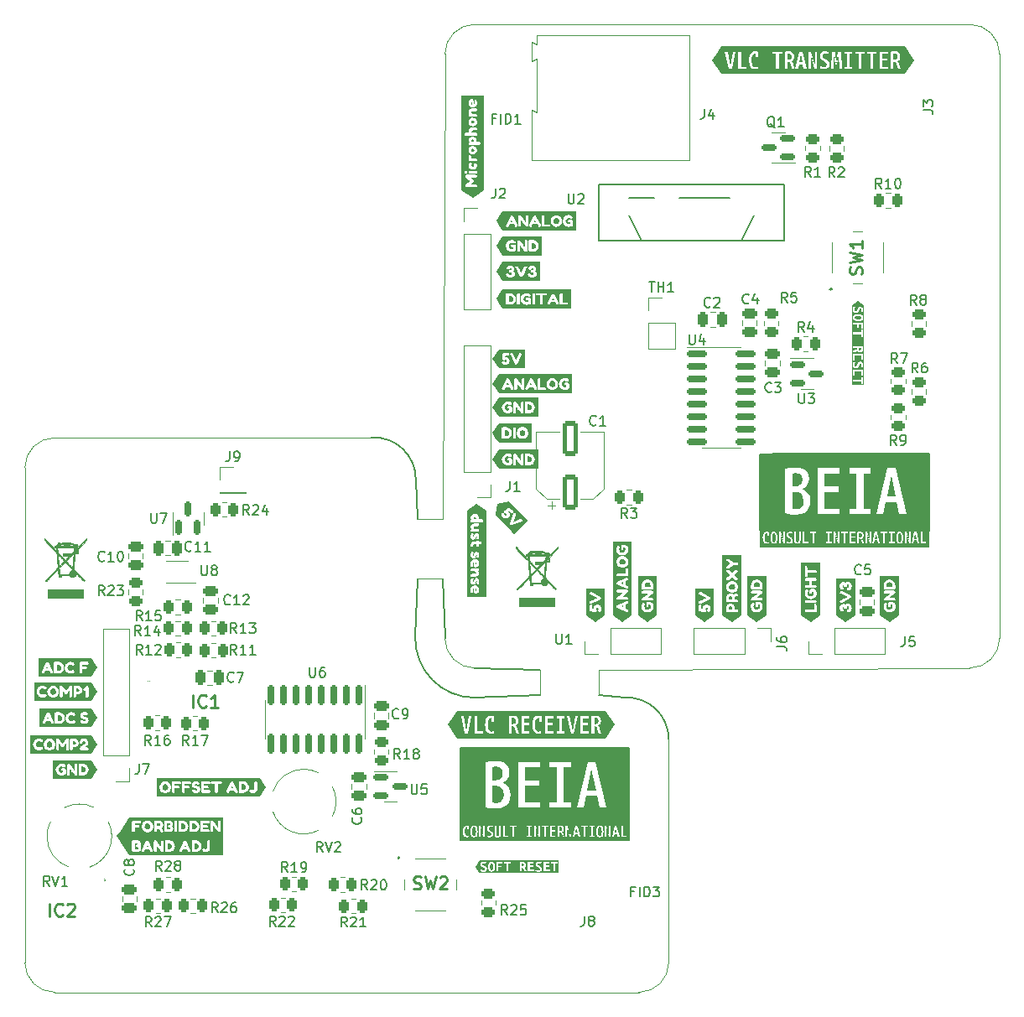
<source format=gbr>
%TF.GenerationSoftware,KiCad,Pcbnew,(6.0.4)*%
%TF.CreationDate,2022-06-27T22:42:26+03:00*%
%TF.ProjectId,VLC-both,564c432d-626f-4746-982e-6b696361645f,rev?*%
%TF.SameCoordinates,Original*%
%TF.FileFunction,Legend,Top*%
%TF.FilePolarity,Positive*%
%FSLAX46Y46*%
G04 Gerber Fmt 4.6, Leading zero omitted, Abs format (unit mm)*
G04 Created by KiCad (PCBNEW (6.0.4)) date 2022-06-27 22:42:26*
%MOMM*%
%LPD*%
G01*
G04 APERTURE LIST*
G04 Aperture macros list*
%AMRoundRect*
0 Rectangle with rounded corners*
0 $1 Rounding radius*
0 $2 $3 $4 $5 $6 $7 $8 $9 X,Y pos of 4 corners*
0 Add a 4 corners polygon primitive as box body*
4,1,4,$2,$3,$4,$5,$6,$7,$8,$9,$2,$3,0*
0 Add four circle primitives for the rounded corners*
1,1,$1+$1,$2,$3*
1,1,$1+$1,$4,$5*
1,1,$1+$1,$6,$7*
1,1,$1+$1,$8,$9*
0 Add four rect primitives between the rounded corners*
20,1,$1+$1,$2,$3,$4,$5,0*
20,1,$1+$1,$4,$5,$6,$7,0*
20,1,$1+$1,$6,$7,$8,$9,0*
20,1,$1+$1,$8,$9,$2,$3,0*%
G04 Aperture macros list end*
%TA.AperFunction,Profile*%
%ADD10C,0.150000*%
%TD*%
%ADD11C,0.150000*%
%TA.AperFunction,Profile*%
%ADD12C,0.100000*%
%TD*%
%ADD13C,0.254000*%
%TA.AperFunction,Profile*%
%ADD14C,0.120000*%
%TD*%
%ADD15C,0.120000*%
%ADD16C,0.010000*%
%ADD17C,0.200000*%
%ADD18C,0.100000*%
%ADD19C,3.000000*%
%ADD20C,0.600000*%
%ADD21R,1.700000X1.700000*%
%ADD22O,1.700000X1.700000*%
%ADD23RoundRect,0.250000X0.262500X0.450000X-0.262500X0.450000X-0.262500X-0.450000X0.262500X-0.450000X0*%
%ADD24RoundRect,0.250000X-0.475000X0.250000X-0.475000X-0.250000X0.475000X-0.250000X0.475000X0.250000X0*%
%ADD25RoundRect,0.250000X0.450000X-0.262500X0.450000X0.262500X-0.450000X0.262500X-0.450000X-0.262500X0*%
%ADD26R,2.000000X3.000000*%
%ADD27O,2.000000X3.000000*%
%ADD28C,1.620000*%
%ADD29RoundRect,0.250000X-0.262500X-0.450000X0.262500X-0.450000X0.262500X0.450000X-0.262500X0.450000X0*%
%ADD30RoundRect,0.250000X-0.450000X0.262500X-0.450000X-0.262500X0.450000X-0.262500X0.450000X0.262500X0*%
%ADD31RoundRect,0.150000X0.150000X-0.587500X0.150000X0.587500X-0.150000X0.587500X-0.150000X-0.587500X0*%
%ADD32RoundRect,0.250000X0.475000X-0.250000X0.475000X0.250000X-0.475000X0.250000X-0.475000X-0.250000X0*%
%ADD33RoundRect,0.250000X0.550000X-1.500000X0.550000X1.500000X-0.550000X1.500000X-0.550000X-1.500000X0*%
%ADD34RoundRect,0.250000X0.250000X0.475000X-0.250000X0.475000X-0.250000X-0.475000X0.250000X-0.475000X0*%
%ADD35R,0.700000X1.000000*%
%ADD36RoundRect,0.150000X-0.825000X-0.150000X0.825000X-0.150000X0.825000X0.150000X-0.825000X0.150000X0*%
%ADD37R,1.980000X3.960000*%
%ADD38O,1.980000X3.960000*%
%ADD39C,1.000000*%
%ADD40RoundRect,0.150000X0.587500X0.150000X-0.587500X0.150000X-0.587500X-0.150000X0.587500X-0.150000X0*%
%ADD41R,0.400000X0.800000*%
%ADD42RoundRect,0.150000X-0.587500X-0.150000X0.587500X-0.150000X0.587500X0.150000X-0.587500X0.150000X0*%
%ADD43R,1.000000X0.700000*%
%ADD44RoundRect,0.250000X-0.250000X-0.475000X0.250000X-0.475000X0.250000X0.475000X-0.250000X0.475000X0*%
%ADD45RoundRect,0.150000X-0.150000X0.825000X-0.150000X-0.825000X0.150000X-0.825000X0.150000X0.825000X0*%
%ADD46R,0.800000X0.400000*%
%ADD47R,0.800000X0.300000*%
G04 APERTURE END LIST*
D10*
X74987257Y-100738067D02*
X75184000Y-104732000D01*
D11*
X126796800Y-105918000D02*
X125730000Y-105918000D01*
X125730000Y-105918000D02*
X125730000Y-98171000D01*
X125730000Y-98171000D02*
X126796800Y-98171000D01*
X126796800Y-98171000D02*
X126796800Y-105918000D01*
G36*
X126796800Y-105918000D02*
G01*
X125730000Y-105918000D01*
X125730000Y-98171000D01*
X126796800Y-98171000D01*
X126796800Y-105918000D01*
G37*
X111302800Y-105816400D02*
X109728000Y-105816400D01*
X109728000Y-105816400D02*
X109728000Y-98196400D01*
X109728000Y-98196400D02*
X111302800Y-98196400D01*
X111302800Y-98196400D02*
X111302800Y-105816400D01*
G36*
X111302800Y-105816400D02*
G01*
X109728000Y-105816400D01*
X109728000Y-98196400D01*
X111302800Y-98196400D01*
X111302800Y-105816400D01*
G37*
X96545400Y-135585200D02*
X95478600Y-135585200D01*
X95478600Y-135585200D02*
X95478600Y-127838200D01*
X95478600Y-127838200D02*
X96545400Y-127838200D01*
X96545400Y-127838200D02*
X96545400Y-135585200D01*
G36*
X96545400Y-135585200D02*
G01*
X95478600Y-135585200D01*
X95478600Y-127838200D01*
X96545400Y-127838200D01*
X96545400Y-135585200D01*
G37*
X81051400Y-135483600D02*
X79476600Y-135483600D01*
X79476600Y-135483600D02*
X79476600Y-127863600D01*
X79476600Y-127863600D02*
X81051400Y-127863600D01*
X81051400Y-127863600D02*
X81051400Y-135483600D01*
G36*
X81051400Y-135483600D02*
G01*
X79476600Y-135483600D01*
X79476600Y-127863600D01*
X81051400Y-127863600D01*
X81051400Y-135483600D01*
G37*
D12*
X100521200Y-149547200D02*
X100521200Y-127000000D01*
X80923874Y-54801474D02*
G75*
G03*
X77923874Y-57801474I26J-3000026D01*
G01*
D10*
X74987317Y-100738067D02*
G75*
G03*
X70511792Y-96520004I-4225217J267D01*
G01*
X80882375Y-122795908D02*
X87495000Y-122515000D01*
X87495000Y-120015000D02*
X80923874Y-119801474D01*
X93495000Y-122515000D02*
X96045735Y-122781937D01*
D12*
X130923874Y-119801474D02*
G75*
G03*
X133923874Y-116801474I26J2999974D01*
G01*
X130923874Y-54801474D02*
X80923874Y-54801474D01*
X133923874Y-116801474D02*
X133923874Y-57801474D01*
D10*
X74930001Y-116713000D02*
G75*
G03*
X80882375Y-122795908I5993899J-88500D01*
G01*
D12*
X130923874Y-119801474D02*
X93495000Y-120015000D01*
D10*
X74930001Y-116713000D02*
X75184000Y-110732000D01*
D12*
X133923826Y-57801474D02*
G75*
G03*
X130923874Y-54801474I-2999926J74D01*
G01*
X77923926Y-116801474D02*
G75*
G03*
X80923874Y-119801474I2999974J-26D01*
G01*
D10*
X77684000Y-110732000D02*
X77923874Y-116801474D01*
D12*
X38521200Y-152547200D02*
X97521200Y-152547200D01*
X70511792Y-96520004D02*
X38516789Y-96551167D01*
X77684000Y-104732000D02*
X77923874Y-57801474D01*
X35521200Y-149547200D02*
G75*
G03*
X38521200Y-152547200I2999900J-100D01*
G01*
X97521200Y-152547200D02*
G75*
G03*
X100521200Y-149547200I0J3000000D01*
G01*
X35521200Y-149547200D02*
X35521200Y-99547200D01*
X38516789Y-96551170D02*
G75*
G03*
X35521200Y-99547200I11J-2995600D01*
G01*
D10*
X100521163Y-127000000D02*
G75*
G03*
X96045735Y-122781937I-4225463J0D01*
G01*
D11*
X96205651Y-149417191D02*
X96205651Y-148417191D01*
X96205651Y-148893382D02*
X96777079Y-148893382D01*
X96777079Y-149417191D02*
X96777079Y-148417191D01*
X97777079Y-149417191D02*
X97205651Y-149417191D01*
X97491365Y-149417191D02*
X97491365Y-148417191D01*
X97396127Y-148560049D01*
X97300889Y-148655287D01*
X97205651Y-148702906D01*
X38205651Y-149397191D02*
X38205651Y-148397191D01*
X38205651Y-148873382D02*
X38777079Y-148873382D01*
X38777079Y-149397191D02*
X38777079Y-148397191D01*
X39205651Y-148492430D02*
X39253270Y-148444811D01*
X39348508Y-148397191D01*
X39586603Y-148397191D01*
X39681841Y-148444811D01*
X39729460Y-148492430D01*
X39777079Y-148587668D01*
X39777079Y-148682906D01*
X39729460Y-148825763D01*
X39158032Y-149397191D01*
X39777079Y-149397191D01*
X39376780Y-100866715D02*
X38376780Y-100866715D01*
X38852971Y-100866715D02*
X38852971Y-100295287D01*
X39376780Y-100295287D02*
X38376780Y-100295287D01*
X38376780Y-99914334D02*
X38376780Y-99295287D01*
X38757733Y-99628620D01*
X38757733Y-99485763D01*
X38805352Y-99390525D01*
X38852971Y-99342906D01*
X38948209Y-99295287D01*
X39186304Y-99295287D01*
X39281542Y-99342906D01*
X39329161Y-99390525D01*
X39376780Y-99485763D01*
X39376780Y-99771477D01*
X39329161Y-99866715D01*
X39281542Y-99914334D01*
X82042380Y-58918698D02*
X81042380Y-58918698D01*
X81518571Y-58918698D02*
X81518571Y-58347270D01*
X82042380Y-58347270D02*
X81042380Y-58347270D01*
X81375714Y-57442508D02*
X82042380Y-57442508D01*
X80994761Y-57680603D02*
X81709047Y-57918698D01*
X81709047Y-57299651D01*
X89154095Y-116368580D02*
X89154095Y-117178104D01*
X89201714Y-117273342D01*
X89249333Y-117320961D01*
X89344571Y-117368580D01*
X89535047Y-117368580D01*
X89630285Y-117320961D01*
X89677904Y-117273342D01*
X89725523Y-117178104D01*
X89725523Y-116368580D01*
X90725523Y-117368580D02*
X90154095Y-117368580D01*
X90439809Y-117368580D02*
X90439809Y-116368580D01*
X90344571Y-116511438D01*
X90249333Y-116606676D01*
X90154095Y-116654295D01*
X56888142Y-118435380D02*
X56554809Y-117959190D01*
X56316714Y-118435380D02*
X56316714Y-117435380D01*
X56697666Y-117435380D01*
X56792904Y-117483000D01*
X56840523Y-117530619D01*
X56888142Y-117625857D01*
X56888142Y-117768714D01*
X56840523Y-117863952D01*
X56792904Y-117911571D01*
X56697666Y-117959190D01*
X56316714Y-117959190D01*
X57840523Y-118435380D02*
X57269095Y-118435380D01*
X57554809Y-118435380D02*
X57554809Y-117435380D01*
X57459571Y-117578238D01*
X57364333Y-117673476D01*
X57269095Y-117721095D01*
X58792904Y-118435380D02*
X58221476Y-118435380D01*
X58507190Y-118435380D02*
X58507190Y-117435380D01*
X58411952Y-117578238D01*
X58316714Y-117673476D01*
X58221476Y-117721095D01*
X69445142Y-134913666D02*
X69492761Y-134961285D01*
X69540380Y-135104142D01*
X69540380Y-135199380D01*
X69492761Y-135342238D01*
X69397523Y-135437476D01*
X69302285Y-135485095D01*
X69111809Y-135532714D01*
X68968952Y-135532714D01*
X68778476Y-135485095D01*
X68683238Y-135437476D01*
X68588000Y-135342238D01*
X68540380Y-135199380D01*
X68540380Y-135104142D01*
X68588000Y-134961285D01*
X68635619Y-134913666D01*
X68540380Y-134056523D02*
X68540380Y-134247000D01*
X68588000Y-134342238D01*
X68635619Y-134389857D01*
X68778476Y-134485095D01*
X68968952Y-134532714D01*
X69349904Y-134532714D01*
X69445142Y-134485095D01*
X69492761Y-134437476D01*
X69540380Y-134342238D01*
X69540380Y-134151761D01*
X69492761Y-134056523D01*
X69445142Y-134008904D01*
X69349904Y-133961285D01*
X69111809Y-133961285D01*
X69016571Y-134008904D01*
X68968952Y-134056523D01*
X68921333Y-134151761D01*
X68921333Y-134342238D01*
X68968952Y-134437476D01*
X69016571Y-134485095D01*
X69111809Y-134532714D01*
X111440980Y-117630533D02*
X112155266Y-117630533D01*
X112298123Y-117678152D01*
X112393361Y-117773390D01*
X112440980Y-117916247D01*
X112440980Y-118011485D01*
X111440980Y-116725771D02*
X111440980Y-116916247D01*
X111488600Y-117011485D01*
X111536219Y-117059104D01*
X111679076Y-117154342D01*
X111869552Y-117201961D01*
X112250504Y-117201961D01*
X112345742Y-117154342D01*
X112393361Y-117106723D01*
X112440980Y-117011485D01*
X112440980Y-116821009D01*
X112393361Y-116725771D01*
X112345742Y-116678152D01*
X112250504Y-116630533D01*
X112012409Y-116630533D01*
X111917171Y-116678152D01*
X111869552Y-116725771D01*
X111821933Y-116821009D01*
X111821933Y-117011485D01*
X111869552Y-117106723D01*
X111917171Y-117154342D01*
X112012409Y-117201961D01*
X125664933Y-89961980D02*
X125331600Y-89485790D01*
X125093504Y-89961980D02*
X125093504Y-88961980D01*
X125474457Y-88961980D01*
X125569695Y-89009600D01*
X125617314Y-89057219D01*
X125664933Y-89152457D01*
X125664933Y-89295314D01*
X125617314Y-89390552D01*
X125569695Y-89438171D01*
X125474457Y-89485790D01*
X125093504Y-89485790D01*
X126522076Y-88961980D02*
X126331600Y-88961980D01*
X126236361Y-89009600D01*
X126188742Y-89057219D01*
X126093504Y-89200076D01*
X126045885Y-89390552D01*
X126045885Y-89771504D01*
X126093504Y-89866742D01*
X126141123Y-89914361D01*
X126236361Y-89961980D01*
X126426838Y-89961980D01*
X126522076Y-89914361D01*
X126569695Y-89866742D01*
X126617314Y-89771504D01*
X126617314Y-89533409D01*
X126569695Y-89438171D01*
X126522076Y-89390552D01*
X126426838Y-89342933D01*
X126236361Y-89342933D01*
X126141123Y-89390552D01*
X126093504Y-89438171D01*
X126045885Y-89533409D01*
X90373295Y-71918580D02*
X90373295Y-72728104D01*
X90420914Y-72823342D01*
X90468533Y-72870961D01*
X90563771Y-72918580D01*
X90754247Y-72918580D01*
X90849485Y-72870961D01*
X90897104Y-72823342D01*
X90944723Y-72728104D01*
X90944723Y-71918580D01*
X91373295Y-72013819D02*
X91420914Y-71966200D01*
X91516152Y-71918580D01*
X91754247Y-71918580D01*
X91849485Y-71966200D01*
X91897104Y-72013819D01*
X91944723Y-72109057D01*
X91944723Y-72204295D01*
X91897104Y-72347152D01*
X91325676Y-72918580D01*
X91944723Y-72918580D01*
X65571761Y-138374380D02*
X65238428Y-137898190D01*
X65000333Y-138374380D02*
X65000333Y-137374380D01*
X65381285Y-137374380D01*
X65476523Y-137422000D01*
X65524142Y-137469619D01*
X65571761Y-137564857D01*
X65571761Y-137707714D01*
X65524142Y-137802952D01*
X65476523Y-137850571D01*
X65381285Y-137898190D01*
X65000333Y-137898190D01*
X65857476Y-137374380D02*
X66190809Y-138374380D01*
X66524142Y-137374380D01*
X66809857Y-137469619D02*
X66857476Y-137422000D01*
X66952714Y-137374380D01*
X67190809Y-137374380D01*
X67286047Y-137422000D01*
X67333666Y-137469619D01*
X67381285Y-137564857D01*
X67381285Y-137660095D01*
X67333666Y-137802952D01*
X66762238Y-138374380D01*
X67381285Y-138374380D01*
X96329833Y-104642180D02*
X95996500Y-104165990D01*
X95758404Y-104642180D02*
X95758404Y-103642180D01*
X96139357Y-103642180D01*
X96234595Y-103689800D01*
X96282214Y-103737419D01*
X96329833Y-103832657D01*
X96329833Y-103975514D01*
X96282214Y-104070752D01*
X96234595Y-104118371D01*
X96139357Y-104165990D01*
X95758404Y-104165990D01*
X96663166Y-103642180D02*
X97282214Y-103642180D01*
X96948880Y-104023133D01*
X97091738Y-104023133D01*
X97186976Y-104070752D01*
X97234595Y-104118371D01*
X97282214Y-104213609D01*
X97282214Y-104451704D01*
X97234595Y-104546942D01*
X97186976Y-104594561D01*
X97091738Y-104642180D01*
X96806023Y-104642180D01*
X96710785Y-104594561D01*
X96663166Y-104546942D01*
X122013742Y-71370180D02*
X121680409Y-70893990D01*
X121442314Y-71370180D02*
X121442314Y-70370180D01*
X121823266Y-70370180D01*
X121918504Y-70417800D01*
X121966123Y-70465419D01*
X122013742Y-70560657D01*
X122013742Y-70703514D01*
X121966123Y-70798752D01*
X121918504Y-70846371D01*
X121823266Y-70893990D01*
X121442314Y-70893990D01*
X122966123Y-71370180D02*
X122394695Y-71370180D01*
X122680409Y-71370180D02*
X122680409Y-70370180D01*
X122585171Y-70513038D01*
X122489933Y-70608276D01*
X122394695Y-70655895D01*
X123585171Y-70370180D02*
X123680409Y-70370180D01*
X123775647Y-70417800D01*
X123823266Y-70465419D01*
X123870885Y-70560657D01*
X123918504Y-70751133D01*
X123918504Y-70989228D01*
X123870885Y-71179704D01*
X123823266Y-71274942D01*
X123775647Y-71322561D01*
X123680409Y-71370180D01*
X123585171Y-71370180D01*
X123489933Y-71322561D01*
X123442314Y-71274942D01*
X123394695Y-71179704D01*
X123347076Y-70989228D01*
X123347076Y-70751133D01*
X123394695Y-70560657D01*
X123442314Y-70465419D01*
X123489933Y-70417800D01*
X123585171Y-70370180D01*
X56253142Y-113313242D02*
X56205523Y-113360861D01*
X56062666Y-113408480D01*
X55967428Y-113408480D01*
X55824571Y-113360861D01*
X55729333Y-113265623D01*
X55681714Y-113170385D01*
X55634095Y-112979909D01*
X55634095Y-112837052D01*
X55681714Y-112646576D01*
X55729333Y-112551338D01*
X55824571Y-112456100D01*
X55967428Y-112408480D01*
X56062666Y-112408480D01*
X56205523Y-112456100D01*
X56253142Y-112503719D01*
X57205523Y-113408480D02*
X56634095Y-113408480D01*
X56919809Y-113408480D02*
X56919809Y-112408480D01*
X56824571Y-112551338D01*
X56729333Y-112646576D01*
X56634095Y-112694195D01*
X57586476Y-112503719D02*
X57634095Y-112456100D01*
X57729333Y-112408480D01*
X57967428Y-112408480D01*
X58062666Y-112456100D01*
X58110285Y-112503719D01*
X58157904Y-112598957D01*
X58157904Y-112694195D01*
X58110285Y-112837052D01*
X57538857Y-113408480D01*
X58157904Y-113408480D01*
X125537933Y-83129380D02*
X125204600Y-82653190D01*
X124966504Y-83129380D02*
X124966504Y-82129380D01*
X125347457Y-82129380D01*
X125442695Y-82177000D01*
X125490314Y-82224619D01*
X125537933Y-82319857D01*
X125537933Y-82462714D01*
X125490314Y-82557952D01*
X125442695Y-82605571D01*
X125347457Y-82653190D01*
X124966504Y-82653190D01*
X126109361Y-82557952D02*
X126014123Y-82510333D01*
X125966504Y-82462714D01*
X125918885Y-82367476D01*
X125918885Y-82319857D01*
X125966504Y-82224619D01*
X126014123Y-82177000D01*
X126109361Y-82129380D01*
X126299838Y-82129380D01*
X126395076Y-82177000D01*
X126442695Y-82224619D01*
X126490314Y-82319857D01*
X126490314Y-82367476D01*
X126442695Y-82462714D01*
X126395076Y-82510333D01*
X126299838Y-82557952D01*
X126109361Y-82557952D01*
X126014123Y-82605571D01*
X125966504Y-82653190D01*
X125918885Y-82748428D01*
X125918885Y-82938904D01*
X125966504Y-83034142D01*
X126014123Y-83081761D01*
X126109361Y-83129380D01*
X126299838Y-83129380D01*
X126395076Y-83081761D01*
X126442695Y-83034142D01*
X126490314Y-82938904D01*
X126490314Y-82748428D01*
X126442695Y-82653190D01*
X126395076Y-82605571D01*
X126299838Y-82557952D01*
X48260095Y-104153480D02*
X48260095Y-104963004D01*
X48307714Y-105058242D01*
X48355333Y-105105861D01*
X48450571Y-105153480D01*
X48641047Y-105153480D01*
X48736285Y-105105861D01*
X48783904Y-105058242D01*
X48831523Y-104963004D01*
X48831523Y-104153480D01*
X49212476Y-104153480D02*
X49879142Y-104153480D01*
X49450571Y-105153480D01*
X73239333Y-124817142D02*
X73191714Y-124864761D01*
X73048857Y-124912380D01*
X72953619Y-124912380D01*
X72810761Y-124864761D01*
X72715523Y-124769523D01*
X72667904Y-124674285D01*
X72620285Y-124483809D01*
X72620285Y-124340952D01*
X72667904Y-124150476D01*
X72715523Y-124055238D01*
X72810761Y-123960000D01*
X72953619Y-123912380D01*
X73048857Y-123912380D01*
X73191714Y-123960000D01*
X73239333Y-124007619D01*
X73715523Y-124912380D02*
X73906000Y-124912380D01*
X74001238Y-124864761D01*
X74048857Y-124817142D01*
X74144095Y-124674285D01*
X74191714Y-124483809D01*
X74191714Y-124102857D01*
X74144095Y-124007619D01*
X74096476Y-123960000D01*
X74001238Y-123912380D01*
X73810761Y-123912380D01*
X73715523Y-123960000D01*
X73667904Y-124007619D01*
X73620285Y-124102857D01*
X73620285Y-124340952D01*
X73667904Y-124436190D01*
X73715523Y-124483809D01*
X73810761Y-124531428D01*
X74001238Y-124531428D01*
X74096476Y-124483809D01*
X74144095Y-124436190D01*
X74191714Y-124340952D01*
X38012761Y-141803380D02*
X37679428Y-141327190D01*
X37441333Y-141803380D02*
X37441333Y-140803380D01*
X37822285Y-140803380D01*
X37917523Y-140851000D01*
X37965142Y-140898619D01*
X38012761Y-140993857D01*
X38012761Y-141136714D01*
X37965142Y-141231952D01*
X37917523Y-141279571D01*
X37822285Y-141327190D01*
X37441333Y-141327190D01*
X38298476Y-140803380D02*
X38631809Y-141803380D01*
X38965142Y-140803380D01*
X39822285Y-141803380D02*
X39250857Y-141803380D01*
X39536571Y-141803380D02*
X39536571Y-140803380D01*
X39441333Y-140946238D01*
X39346095Y-141041476D01*
X39250857Y-141089095D01*
X70096142Y-142184380D02*
X69762809Y-141708190D01*
X69524714Y-142184380D02*
X69524714Y-141184380D01*
X69905666Y-141184380D01*
X70000904Y-141232000D01*
X70048523Y-141279619D01*
X70096142Y-141374857D01*
X70096142Y-141517714D01*
X70048523Y-141612952D01*
X70000904Y-141660571D01*
X69905666Y-141708190D01*
X69524714Y-141708190D01*
X70477095Y-141279619D02*
X70524714Y-141232000D01*
X70619952Y-141184380D01*
X70858047Y-141184380D01*
X70953285Y-141232000D01*
X71000904Y-141279619D01*
X71048523Y-141374857D01*
X71048523Y-141470095D01*
X71000904Y-141612952D01*
X70429476Y-142184380D01*
X71048523Y-142184380D01*
X71667571Y-141184380D02*
X71762809Y-141184380D01*
X71858047Y-141232000D01*
X71905666Y-141279619D01*
X71953285Y-141374857D01*
X72000904Y-141565333D01*
X72000904Y-141803428D01*
X71953285Y-141993904D01*
X71905666Y-142089142D01*
X71858047Y-142136761D01*
X71762809Y-142184380D01*
X71667571Y-142184380D01*
X71572333Y-142136761D01*
X71524714Y-142089142D01*
X71477095Y-141993904D01*
X71429476Y-141803428D01*
X71429476Y-141565333D01*
X71477095Y-141374857D01*
X71524714Y-141279619D01*
X71572333Y-141232000D01*
X71667571Y-141184380D01*
X48304842Y-145917180D02*
X47971509Y-145440990D01*
X47733414Y-145917180D02*
X47733414Y-144917180D01*
X48114366Y-144917180D01*
X48209604Y-144964800D01*
X48257223Y-145012419D01*
X48304842Y-145107657D01*
X48304842Y-145250514D01*
X48257223Y-145345752D01*
X48209604Y-145393371D01*
X48114366Y-145440990D01*
X47733414Y-145440990D01*
X48685795Y-145012419D02*
X48733414Y-144964800D01*
X48828652Y-144917180D01*
X49066747Y-144917180D01*
X49161985Y-144964800D01*
X49209604Y-145012419D01*
X49257223Y-145107657D01*
X49257223Y-145202895D01*
X49209604Y-145345752D01*
X48638176Y-145917180D01*
X49257223Y-145917180D01*
X49590557Y-144917180D02*
X50257223Y-144917180D01*
X49828652Y-145917180D01*
X93178333Y-95226142D02*
X93130714Y-95273761D01*
X92987857Y-95321380D01*
X92892619Y-95321380D01*
X92749761Y-95273761D01*
X92654523Y-95178523D01*
X92606904Y-95083285D01*
X92559285Y-94892809D01*
X92559285Y-94749952D01*
X92606904Y-94559476D01*
X92654523Y-94464238D01*
X92749761Y-94369000D01*
X92892619Y-94321380D01*
X92987857Y-94321380D01*
X93130714Y-94369000D01*
X93178333Y-94416619D01*
X94130714Y-95321380D02*
X93559285Y-95321380D01*
X93845000Y-95321380D02*
X93845000Y-94321380D01*
X93749761Y-94464238D01*
X93654523Y-94559476D01*
X93559285Y-94607095D01*
X123582133Y-89022180D02*
X123248800Y-88545990D01*
X123010704Y-89022180D02*
X123010704Y-88022180D01*
X123391657Y-88022180D01*
X123486895Y-88069800D01*
X123534514Y-88117419D01*
X123582133Y-88212657D01*
X123582133Y-88355514D01*
X123534514Y-88450752D01*
X123486895Y-88498371D01*
X123391657Y-88545990D01*
X123010704Y-88545990D01*
X123915466Y-88022180D02*
X124582133Y-88022180D01*
X124153561Y-89022180D01*
X60825142Y-145867380D02*
X60491809Y-145391190D01*
X60253714Y-145867380D02*
X60253714Y-144867380D01*
X60634666Y-144867380D01*
X60729904Y-144915000D01*
X60777523Y-144962619D01*
X60825142Y-145057857D01*
X60825142Y-145200714D01*
X60777523Y-145295952D01*
X60729904Y-145343571D01*
X60634666Y-145391190D01*
X60253714Y-145391190D01*
X61206095Y-144962619D02*
X61253714Y-144915000D01*
X61348952Y-144867380D01*
X61587047Y-144867380D01*
X61682285Y-144915000D01*
X61729904Y-144962619D01*
X61777523Y-145057857D01*
X61777523Y-145153095D01*
X61729904Y-145295952D01*
X61158476Y-145867380D01*
X61777523Y-145867380D01*
X62158476Y-144962619D02*
X62206095Y-144915000D01*
X62301333Y-144867380D01*
X62539428Y-144867380D01*
X62634666Y-144915000D01*
X62682285Y-144962619D01*
X62729904Y-145057857D01*
X62729904Y-145153095D01*
X62682285Y-145295952D01*
X62110857Y-145867380D01*
X62729904Y-145867380D01*
X56602333Y-121134142D02*
X56554714Y-121181761D01*
X56411857Y-121229380D01*
X56316619Y-121229380D01*
X56173761Y-121181761D01*
X56078523Y-121086523D01*
X56030904Y-120991285D01*
X55983285Y-120800809D01*
X55983285Y-120657952D01*
X56030904Y-120467476D01*
X56078523Y-120372238D01*
X56173761Y-120277000D01*
X56316619Y-120229380D01*
X56411857Y-120229380D01*
X56554714Y-120277000D01*
X56602333Y-120324619D01*
X56935666Y-120229380D02*
X57602333Y-120229380D01*
X57173761Y-121229380D01*
D13*
X119995647Y-80026933D02*
X120056123Y-79845504D01*
X120056123Y-79543123D01*
X119995647Y-79422171D01*
X119935171Y-79361695D01*
X119814219Y-79301219D01*
X119693266Y-79301219D01*
X119572314Y-79361695D01*
X119511838Y-79422171D01*
X119451361Y-79543123D01*
X119390885Y-79785028D01*
X119330409Y-79905980D01*
X119269933Y-79966457D01*
X119148980Y-80026933D01*
X119028028Y-80026933D01*
X118907076Y-79966457D01*
X118846600Y-79905980D01*
X118786123Y-79785028D01*
X118786123Y-79482647D01*
X118846600Y-79301219D01*
X118786123Y-78877885D02*
X120056123Y-78575504D01*
X119148980Y-78333600D01*
X120056123Y-78091695D01*
X118786123Y-77789314D01*
X120056123Y-76640266D02*
X120056123Y-77365980D01*
X120056123Y-77003123D02*
X118786123Y-77003123D01*
X118967552Y-77124076D01*
X119088504Y-77245028D01*
X119148980Y-77365980D01*
D11*
X48252142Y-127579380D02*
X47918809Y-127103190D01*
X47680714Y-127579380D02*
X47680714Y-126579380D01*
X48061666Y-126579380D01*
X48156904Y-126627000D01*
X48204523Y-126674619D01*
X48252142Y-126769857D01*
X48252142Y-126912714D01*
X48204523Y-127007952D01*
X48156904Y-127055571D01*
X48061666Y-127103190D01*
X47680714Y-127103190D01*
X49204523Y-127579380D02*
X48633095Y-127579380D01*
X48918809Y-127579380D02*
X48918809Y-126579380D01*
X48823571Y-126722238D01*
X48728333Y-126817476D01*
X48633095Y-126865095D01*
X50061666Y-126579380D02*
X49871190Y-126579380D01*
X49775952Y-126627000D01*
X49728333Y-126674619D01*
X49633095Y-126817476D01*
X49585476Y-127007952D01*
X49585476Y-127388904D01*
X49633095Y-127484142D01*
X49680714Y-127531761D01*
X49775952Y-127579380D01*
X49966428Y-127579380D01*
X50061666Y-127531761D01*
X50109285Y-127484142D01*
X50156904Y-127388904D01*
X50156904Y-127150809D01*
X50109285Y-127055571D01*
X50061666Y-127007952D01*
X49966428Y-126960333D01*
X49775952Y-126960333D01*
X49680714Y-127007952D01*
X49633095Y-127055571D01*
X49585476Y-127150809D01*
X73398142Y-128976380D02*
X73064809Y-128500190D01*
X72826714Y-128976380D02*
X72826714Y-127976380D01*
X73207666Y-127976380D01*
X73302904Y-128024000D01*
X73350523Y-128071619D01*
X73398142Y-128166857D01*
X73398142Y-128309714D01*
X73350523Y-128404952D01*
X73302904Y-128452571D01*
X73207666Y-128500190D01*
X72826714Y-128500190D01*
X74350523Y-128976380D02*
X73779095Y-128976380D01*
X74064809Y-128976380D02*
X74064809Y-127976380D01*
X73969571Y-128119238D01*
X73874333Y-128214476D01*
X73779095Y-128262095D01*
X74921952Y-128404952D02*
X74826714Y-128357333D01*
X74779095Y-128309714D01*
X74731476Y-128214476D01*
X74731476Y-128166857D01*
X74779095Y-128071619D01*
X74826714Y-128024000D01*
X74921952Y-127976380D01*
X75112428Y-127976380D01*
X75207666Y-128024000D01*
X75255285Y-128071619D01*
X75302904Y-128166857D01*
X75302904Y-128214476D01*
X75255285Y-128309714D01*
X75207666Y-128357333D01*
X75112428Y-128404952D01*
X74921952Y-128404952D01*
X74826714Y-128452571D01*
X74779095Y-128500190D01*
X74731476Y-128595428D01*
X74731476Y-128785904D01*
X74779095Y-128881142D01*
X74826714Y-128928761D01*
X74921952Y-128976380D01*
X75112428Y-128976380D01*
X75207666Y-128928761D01*
X75255285Y-128881142D01*
X75302904Y-128785904D01*
X75302904Y-128595428D01*
X75255285Y-128500190D01*
X75207666Y-128452571D01*
X75112428Y-128404952D01*
X54983142Y-144470380D02*
X54649809Y-143994190D01*
X54411714Y-144470380D02*
X54411714Y-143470380D01*
X54792666Y-143470380D01*
X54887904Y-143518000D01*
X54935523Y-143565619D01*
X54983142Y-143660857D01*
X54983142Y-143803714D01*
X54935523Y-143898952D01*
X54887904Y-143946571D01*
X54792666Y-143994190D01*
X54411714Y-143994190D01*
X55364095Y-143565619D02*
X55411714Y-143518000D01*
X55506952Y-143470380D01*
X55745047Y-143470380D01*
X55840285Y-143518000D01*
X55887904Y-143565619D01*
X55935523Y-143660857D01*
X55935523Y-143756095D01*
X55887904Y-143898952D01*
X55316476Y-144470380D01*
X55935523Y-144470380D01*
X56792666Y-143470380D02*
X56602190Y-143470380D01*
X56506952Y-143518000D01*
X56459333Y-143565619D01*
X56364095Y-143708476D01*
X56316476Y-143898952D01*
X56316476Y-144279904D01*
X56364095Y-144375142D01*
X56411714Y-144422761D01*
X56506952Y-144470380D01*
X56697428Y-144470380D01*
X56792666Y-144422761D01*
X56840285Y-144375142D01*
X56887904Y-144279904D01*
X56887904Y-144041809D01*
X56840285Y-143946571D01*
X56792666Y-143898952D01*
X56697428Y-143851333D01*
X56506952Y-143851333D01*
X56411714Y-143898952D01*
X56364095Y-143946571D01*
X56316476Y-144041809D01*
X117282933Y-70226180D02*
X116949600Y-69749990D01*
X116711504Y-70226180D02*
X116711504Y-69226180D01*
X117092457Y-69226180D01*
X117187695Y-69273800D01*
X117235314Y-69321419D01*
X117282933Y-69416657D01*
X117282933Y-69559514D01*
X117235314Y-69654752D01*
X117187695Y-69702371D01*
X117092457Y-69749990D01*
X116711504Y-69749990D01*
X117663885Y-69321419D02*
X117711504Y-69273800D01*
X117806742Y-69226180D01*
X118044838Y-69226180D01*
X118140076Y-69273800D01*
X118187695Y-69321419D01*
X118235314Y-69416657D01*
X118235314Y-69511895D01*
X118187695Y-69654752D01*
X117616266Y-70226180D01*
X118235314Y-70226180D01*
X43553142Y-108942142D02*
X43505523Y-108989761D01*
X43362666Y-109037380D01*
X43267428Y-109037380D01*
X43124571Y-108989761D01*
X43029333Y-108894523D01*
X42981714Y-108799285D01*
X42934095Y-108608809D01*
X42934095Y-108465952D01*
X42981714Y-108275476D01*
X43029333Y-108180238D01*
X43124571Y-108085000D01*
X43267428Y-108037380D01*
X43362666Y-108037380D01*
X43505523Y-108085000D01*
X43553142Y-108132619D01*
X44505523Y-109037380D02*
X43934095Y-109037380D01*
X44219809Y-109037380D02*
X44219809Y-108037380D01*
X44124571Y-108180238D01*
X44029333Y-108275476D01*
X43934095Y-108323095D01*
X45124571Y-108037380D02*
X45219809Y-108037380D01*
X45315047Y-108085000D01*
X45362666Y-108132619D01*
X45410285Y-108227857D01*
X45457904Y-108418333D01*
X45457904Y-108656428D01*
X45410285Y-108846904D01*
X45362666Y-108942142D01*
X45315047Y-108989761D01*
X45219809Y-109037380D01*
X45124571Y-109037380D01*
X45029333Y-108989761D01*
X44981714Y-108942142D01*
X44934095Y-108846904D01*
X44886476Y-108656428D01*
X44886476Y-108418333D01*
X44934095Y-108227857D01*
X44981714Y-108132619D01*
X45029333Y-108085000D01*
X45124571Y-108037380D01*
X102590695Y-86117180D02*
X102590695Y-86926704D01*
X102638314Y-87021942D01*
X102685933Y-87069561D01*
X102781171Y-87117180D01*
X102971647Y-87117180D01*
X103066885Y-87069561D01*
X103114504Y-87021942D01*
X103162123Y-86926704D01*
X103162123Y-86117180D01*
X104066885Y-86450514D02*
X104066885Y-87117180D01*
X103828790Y-86069561D02*
X103590695Y-86783847D01*
X104209742Y-86783847D01*
X83004066Y-71359780D02*
X83004066Y-72074066D01*
X82956447Y-72216923D01*
X82861209Y-72312161D01*
X82718352Y-72359780D01*
X82623114Y-72359780D01*
X83432638Y-71455019D02*
X83480257Y-71407400D01*
X83575495Y-71359780D01*
X83813590Y-71359780D01*
X83908828Y-71407400D01*
X83956447Y-71455019D01*
X84004066Y-71550257D01*
X84004066Y-71645495D01*
X83956447Y-71788352D01*
X83385019Y-72359780D01*
X84004066Y-72359780D01*
X104111466Y-63358780D02*
X104111466Y-64073066D01*
X104063847Y-64215923D01*
X103968609Y-64311161D01*
X103825752Y-64358780D01*
X103730514Y-64358780D01*
X105016228Y-63692114D02*
X105016228Y-64358780D01*
X104778133Y-63311161D02*
X104540038Y-64025447D01*
X105159085Y-64025447D01*
X43553142Y-112466380D02*
X43219809Y-111990190D01*
X42981714Y-112466380D02*
X42981714Y-111466380D01*
X43362666Y-111466380D01*
X43457904Y-111514000D01*
X43505523Y-111561619D01*
X43553142Y-111656857D01*
X43553142Y-111799714D01*
X43505523Y-111894952D01*
X43457904Y-111942571D01*
X43362666Y-111990190D01*
X42981714Y-111990190D01*
X43934095Y-111561619D02*
X43981714Y-111514000D01*
X44076952Y-111466380D01*
X44315047Y-111466380D01*
X44410285Y-111514000D01*
X44457904Y-111561619D01*
X44505523Y-111656857D01*
X44505523Y-111752095D01*
X44457904Y-111894952D01*
X43886476Y-112466380D01*
X44505523Y-112466380D01*
X44838857Y-111466380D02*
X45457904Y-111466380D01*
X45124571Y-111847333D01*
X45267428Y-111847333D01*
X45362666Y-111894952D01*
X45410285Y-111942571D01*
X45457904Y-112037809D01*
X45457904Y-112275904D01*
X45410285Y-112371142D01*
X45362666Y-112418761D01*
X45267428Y-112466380D01*
X44981714Y-112466380D01*
X44886476Y-112418761D01*
X44838857Y-112371142D01*
X124355266Y-116622580D02*
X124355266Y-117336866D01*
X124307647Y-117479723D01*
X124212409Y-117574961D01*
X124069552Y-117622580D01*
X123974314Y-117622580D01*
X125307647Y-116622580D02*
X124831457Y-116622580D01*
X124783838Y-117098771D01*
X124831457Y-117051152D01*
X124926695Y-117003533D01*
X125164790Y-117003533D01*
X125260028Y-117051152D01*
X125307647Y-117098771D01*
X125355266Y-117194009D01*
X125355266Y-117432104D01*
X125307647Y-117527342D01*
X125260028Y-117574961D01*
X125164790Y-117622580D01*
X124926695Y-117622580D01*
X124831457Y-117574961D01*
X124783838Y-117527342D01*
X104709933Y-83288142D02*
X104662314Y-83335761D01*
X104519457Y-83383380D01*
X104424219Y-83383380D01*
X104281361Y-83335761D01*
X104186123Y-83240523D01*
X104138504Y-83145285D01*
X104090885Y-82954809D01*
X104090885Y-82811952D01*
X104138504Y-82621476D01*
X104186123Y-82526238D01*
X104281361Y-82431000D01*
X104424219Y-82383380D01*
X104519457Y-82383380D01*
X104662314Y-82431000D01*
X104709933Y-82478619D01*
X105090885Y-82478619D02*
X105138504Y-82431000D01*
X105233742Y-82383380D01*
X105471838Y-82383380D01*
X105567076Y-82431000D01*
X105614695Y-82478619D01*
X105662314Y-82573857D01*
X105662314Y-82669095D01*
X105614695Y-82811952D01*
X105043266Y-83383380D01*
X105662314Y-83383380D01*
X114869933Y-70200780D02*
X114536600Y-69724590D01*
X114298504Y-70200780D02*
X114298504Y-69200780D01*
X114679457Y-69200780D01*
X114774695Y-69248400D01*
X114822314Y-69296019D01*
X114869933Y-69391257D01*
X114869933Y-69534114D01*
X114822314Y-69629352D01*
X114774695Y-69676971D01*
X114679457Y-69724590D01*
X114298504Y-69724590D01*
X115822314Y-70200780D02*
X115250885Y-70200780D01*
X115536600Y-70200780D02*
X115536600Y-69200780D01*
X115441361Y-69343638D01*
X115346123Y-69438876D01*
X115250885Y-69486495D01*
X47236142Y-116530380D02*
X46902809Y-116054190D01*
X46664714Y-116530380D02*
X46664714Y-115530380D01*
X47045666Y-115530380D01*
X47140904Y-115578000D01*
X47188523Y-115625619D01*
X47236142Y-115720857D01*
X47236142Y-115863714D01*
X47188523Y-115958952D01*
X47140904Y-116006571D01*
X47045666Y-116054190D01*
X46664714Y-116054190D01*
X48188523Y-116530380D02*
X47617095Y-116530380D01*
X47902809Y-116530380D02*
X47902809Y-115530380D01*
X47807571Y-115673238D01*
X47712333Y-115768476D01*
X47617095Y-115816095D01*
X49045666Y-115863714D02*
X49045666Y-116530380D01*
X48807571Y-115482761D02*
X48569476Y-116197047D01*
X49188523Y-116197047D01*
X49318942Y-140279380D02*
X48985609Y-139803190D01*
X48747514Y-140279380D02*
X48747514Y-139279380D01*
X49128466Y-139279380D01*
X49223704Y-139327000D01*
X49271323Y-139374619D01*
X49318942Y-139469857D01*
X49318942Y-139612714D01*
X49271323Y-139707952D01*
X49223704Y-139755571D01*
X49128466Y-139803190D01*
X48747514Y-139803190D01*
X49699895Y-139374619D02*
X49747514Y-139327000D01*
X49842752Y-139279380D01*
X50080847Y-139279380D01*
X50176085Y-139327000D01*
X50223704Y-139374619D01*
X50271323Y-139469857D01*
X50271323Y-139565095D01*
X50223704Y-139707952D01*
X49652276Y-140279380D01*
X50271323Y-140279380D01*
X50842752Y-139707952D02*
X50747514Y-139660333D01*
X50699895Y-139612714D01*
X50652276Y-139517476D01*
X50652276Y-139469857D01*
X50699895Y-139374619D01*
X50747514Y-139327000D01*
X50842752Y-139279380D01*
X51033228Y-139279380D01*
X51128466Y-139327000D01*
X51176085Y-139374619D01*
X51223704Y-139469857D01*
X51223704Y-139517476D01*
X51176085Y-139612714D01*
X51128466Y-139660333D01*
X51033228Y-139707952D01*
X50842752Y-139707952D01*
X50747514Y-139755571D01*
X50699895Y-139803190D01*
X50652276Y-139898428D01*
X50652276Y-140088904D01*
X50699895Y-140184142D01*
X50747514Y-140231761D01*
X50842752Y-140279380D01*
X51033228Y-140279380D01*
X51128466Y-140231761D01*
X51176085Y-140184142D01*
X51223704Y-140088904D01*
X51223704Y-139898428D01*
X51176085Y-139803190D01*
X51128466Y-139755571D01*
X51033228Y-139707952D01*
X52062142Y-127579380D02*
X51728809Y-127103190D01*
X51490714Y-127579380D02*
X51490714Y-126579380D01*
X51871666Y-126579380D01*
X51966904Y-126627000D01*
X52014523Y-126674619D01*
X52062142Y-126769857D01*
X52062142Y-126912714D01*
X52014523Y-127007952D01*
X51966904Y-127055571D01*
X51871666Y-127103190D01*
X51490714Y-127103190D01*
X53014523Y-127579380D02*
X52443095Y-127579380D01*
X52728809Y-127579380D02*
X52728809Y-126579380D01*
X52633571Y-126722238D01*
X52538333Y-126817476D01*
X52443095Y-126865095D01*
X53347857Y-126579380D02*
X54014523Y-126579380D01*
X53585952Y-127579380D01*
X114184133Y-85848180D02*
X113850800Y-85371990D01*
X113612704Y-85848180D02*
X113612704Y-84848180D01*
X113993657Y-84848180D01*
X114088895Y-84895800D01*
X114136514Y-84943419D01*
X114184133Y-85038657D01*
X114184133Y-85181514D01*
X114136514Y-85276752D01*
X114088895Y-85324371D01*
X113993657Y-85371990D01*
X113612704Y-85371990D01*
X115041276Y-85181514D02*
X115041276Y-85848180D01*
X114803180Y-84800561D02*
X114565085Y-85514847D01*
X115184133Y-85514847D01*
X47037666Y-129500380D02*
X47037666Y-130214666D01*
X46990047Y-130357523D01*
X46894809Y-130452761D01*
X46751952Y-130500380D01*
X46656714Y-130500380D01*
X47418619Y-129500380D02*
X48085285Y-129500380D01*
X47656714Y-130500380D01*
X97048771Y-142370371D02*
X96715438Y-142370371D01*
X96715438Y-142894180D02*
X96715438Y-141894180D01*
X97191628Y-141894180D01*
X97572580Y-142894180D02*
X97572580Y-141894180D01*
X98048771Y-142894180D02*
X98048771Y-141894180D01*
X98286866Y-141894180D01*
X98429723Y-141941800D01*
X98524961Y-142037038D01*
X98572580Y-142132276D01*
X98620200Y-142322752D01*
X98620200Y-142465609D01*
X98572580Y-142656085D01*
X98524961Y-142751323D01*
X98429723Y-142846561D01*
X98286866Y-142894180D01*
X98048771Y-142894180D01*
X98953533Y-141894180D02*
X99572580Y-141894180D01*
X99239247Y-142275133D01*
X99382104Y-142275133D01*
X99477342Y-142322752D01*
X99524961Y-142370371D01*
X99572580Y-142465609D01*
X99572580Y-142703704D01*
X99524961Y-142798942D01*
X99477342Y-142846561D01*
X99382104Y-142894180D01*
X99096390Y-142894180D01*
X99001152Y-142846561D01*
X98953533Y-142798942D01*
X47363142Y-118435380D02*
X47029809Y-117959190D01*
X46791714Y-118435380D02*
X46791714Y-117435380D01*
X47172666Y-117435380D01*
X47267904Y-117483000D01*
X47315523Y-117530619D01*
X47363142Y-117625857D01*
X47363142Y-117768714D01*
X47315523Y-117863952D01*
X47267904Y-117911571D01*
X47172666Y-117959190D01*
X46791714Y-117959190D01*
X48315523Y-118435380D02*
X47744095Y-118435380D01*
X48029809Y-118435380D02*
X48029809Y-117435380D01*
X47934571Y-117578238D01*
X47839333Y-117673476D01*
X47744095Y-117721095D01*
X48696476Y-117530619D02*
X48744095Y-117483000D01*
X48839333Y-117435380D01*
X49077428Y-117435380D01*
X49172666Y-117483000D01*
X49220285Y-117530619D01*
X49267904Y-117625857D01*
X49267904Y-117721095D01*
X49220285Y-117863952D01*
X48648857Y-118435380D01*
X49267904Y-118435380D01*
X123505933Y-97277180D02*
X123172600Y-96800990D01*
X122934504Y-97277180D02*
X122934504Y-96277180D01*
X123315457Y-96277180D01*
X123410695Y-96324800D01*
X123458314Y-96372419D01*
X123505933Y-96467657D01*
X123505933Y-96610514D01*
X123458314Y-96705752D01*
X123410695Y-96753371D01*
X123315457Y-96800990D01*
X122934504Y-96800990D01*
X123982123Y-97277180D02*
X124172600Y-97277180D01*
X124267838Y-97229561D01*
X124315457Y-97181942D01*
X124410695Y-97039085D01*
X124458314Y-96848609D01*
X124458314Y-96467657D01*
X124410695Y-96372419D01*
X124363076Y-96324800D01*
X124267838Y-96277180D01*
X124077361Y-96277180D01*
X123982123Y-96324800D01*
X123934504Y-96372419D01*
X123886885Y-96467657D01*
X123886885Y-96705752D01*
X123934504Y-96800990D01*
X123982123Y-96848609D01*
X124077361Y-96896228D01*
X124267838Y-96896228D01*
X124363076Y-96848609D01*
X124410695Y-96800990D01*
X124458314Y-96705752D01*
X112482333Y-82875380D02*
X112149000Y-82399190D01*
X111910904Y-82875380D02*
X111910904Y-81875380D01*
X112291857Y-81875380D01*
X112387095Y-81923000D01*
X112434714Y-81970619D01*
X112482333Y-82065857D01*
X112482333Y-82208714D01*
X112434714Y-82303952D01*
X112387095Y-82351571D01*
X112291857Y-82399190D01*
X111910904Y-82399190D01*
X113387095Y-81875380D02*
X112910904Y-81875380D01*
X112863285Y-82351571D01*
X112910904Y-82303952D01*
X113006142Y-82256333D01*
X113244238Y-82256333D01*
X113339476Y-82303952D01*
X113387095Y-82351571D01*
X113434714Y-82446809D01*
X113434714Y-82684904D01*
X113387095Y-82780142D01*
X113339476Y-82827761D01*
X113244238Y-82875380D01*
X113006142Y-82875380D01*
X112910904Y-82827761D01*
X112863285Y-82780142D01*
X58158142Y-104338380D02*
X57824809Y-103862190D01*
X57586714Y-104338380D02*
X57586714Y-103338380D01*
X57967666Y-103338380D01*
X58062904Y-103386000D01*
X58110523Y-103433619D01*
X58158142Y-103528857D01*
X58158142Y-103671714D01*
X58110523Y-103766952D01*
X58062904Y-103814571D01*
X57967666Y-103862190D01*
X57586714Y-103862190D01*
X58539095Y-103433619D02*
X58586714Y-103386000D01*
X58681952Y-103338380D01*
X58920047Y-103338380D01*
X59015285Y-103386000D01*
X59062904Y-103433619D01*
X59110523Y-103528857D01*
X59110523Y-103624095D01*
X59062904Y-103766952D01*
X58491476Y-104338380D01*
X59110523Y-104338380D01*
X59967666Y-103671714D02*
X59967666Y-104338380D01*
X59729571Y-103290761D02*
X59491476Y-104005047D01*
X60110523Y-104005047D01*
X111232961Y-65241419D02*
X111137723Y-65193800D01*
X111042485Y-65098561D01*
X110899628Y-64955704D01*
X110804390Y-64908085D01*
X110709152Y-64908085D01*
X110756771Y-65146180D02*
X110661533Y-65098561D01*
X110566295Y-65003323D01*
X110518676Y-64812847D01*
X110518676Y-64479514D01*
X110566295Y-64289038D01*
X110661533Y-64193800D01*
X110756771Y-64146180D01*
X110947247Y-64146180D01*
X111042485Y-64193800D01*
X111137723Y-64289038D01*
X111185342Y-64479514D01*
X111185342Y-64812847D01*
X111137723Y-65003323D01*
X111042485Y-65098561D01*
X110947247Y-65146180D01*
X110756771Y-65146180D01*
X112137723Y-65146180D02*
X111566295Y-65146180D01*
X111852009Y-65146180D02*
X111852009Y-64146180D01*
X111756771Y-64289038D01*
X111661533Y-64384276D01*
X111566295Y-64431895D01*
D13*
X38003238Y-144846523D02*
X38003238Y-143576523D01*
X39333714Y-144725571D02*
X39273238Y-144786047D01*
X39091809Y-144846523D01*
X38970857Y-144846523D01*
X38789428Y-144786047D01*
X38668476Y-144665095D01*
X38608000Y-144544142D01*
X38547523Y-144302238D01*
X38547523Y-144120809D01*
X38608000Y-143878904D01*
X38668476Y-143757952D01*
X38789428Y-143637000D01*
X38970857Y-143576523D01*
X39091809Y-143576523D01*
X39273238Y-143637000D01*
X39333714Y-143697476D01*
X39817523Y-143697476D02*
X39878000Y-143637000D01*
X39998952Y-143576523D01*
X40301333Y-143576523D01*
X40422285Y-143637000D01*
X40482761Y-143697476D01*
X40543238Y-143818428D01*
X40543238Y-143939380D01*
X40482761Y-144120809D01*
X39757047Y-144846523D01*
X40543238Y-144846523D01*
D11*
X83027971Y-64316171D02*
X82694638Y-64316171D01*
X82694638Y-64839980D02*
X82694638Y-63839980D01*
X83170828Y-63839980D01*
X83551780Y-64839980D02*
X83551780Y-63839980D01*
X84027971Y-64839980D02*
X84027971Y-63839980D01*
X84266066Y-63839980D01*
X84408923Y-63887600D01*
X84504161Y-63982838D01*
X84551780Y-64078076D01*
X84599400Y-64268552D01*
X84599400Y-64411409D01*
X84551780Y-64601885D01*
X84504161Y-64697123D01*
X84408923Y-64792361D01*
X84266066Y-64839980D01*
X84027971Y-64839980D01*
X85551780Y-64839980D02*
X84980352Y-64839980D01*
X85266066Y-64839980D02*
X85266066Y-63839980D01*
X85170828Y-63982838D01*
X85075590Y-64078076D01*
X84980352Y-64125695D01*
X98536285Y-80810380D02*
X99107714Y-80810380D01*
X98822000Y-81810380D02*
X98822000Y-80810380D01*
X99441047Y-81810380D02*
X99441047Y-80810380D01*
X99441047Y-81286571D02*
X100012476Y-81286571D01*
X100012476Y-81810380D02*
X100012476Y-80810380D01*
X101012476Y-81810380D02*
X100441047Y-81810380D01*
X100726761Y-81810380D02*
X100726761Y-80810380D01*
X100631523Y-80953238D01*
X100536285Y-81048476D01*
X100441047Y-81096095D01*
X110882133Y-91873342D02*
X110834514Y-91920961D01*
X110691657Y-91968580D01*
X110596419Y-91968580D01*
X110453561Y-91920961D01*
X110358323Y-91825723D01*
X110310704Y-91730485D01*
X110263085Y-91540009D01*
X110263085Y-91397152D01*
X110310704Y-91206676D01*
X110358323Y-91111438D01*
X110453561Y-91016200D01*
X110596419Y-90968580D01*
X110691657Y-90968580D01*
X110834514Y-91016200D01*
X110882133Y-91063819D01*
X111215466Y-90968580D02*
X111834514Y-90968580D01*
X111501180Y-91349533D01*
X111644038Y-91349533D01*
X111739276Y-91397152D01*
X111786895Y-91444771D01*
X111834514Y-91540009D01*
X111834514Y-91778104D01*
X111786895Y-91873342D01*
X111739276Y-91920961D01*
X111644038Y-91968580D01*
X111358323Y-91968580D01*
X111263085Y-91920961D01*
X111215466Y-91873342D01*
X62038798Y-140404991D02*
X61705465Y-139928801D01*
X61467370Y-140404991D02*
X61467370Y-139404991D01*
X61848322Y-139404991D01*
X61943560Y-139452611D01*
X61991179Y-139500230D01*
X62038798Y-139595468D01*
X62038798Y-139738325D01*
X61991179Y-139833563D01*
X61943560Y-139881182D01*
X61848322Y-139928801D01*
X61467370Y-139928801D01*
X62991179Y-140404991D02*
X62419751Y-140404991D01*
X62705465Y-140404991D02*
X62705465Y-139404991D01*
X62610227Y-139547849D01*
X62514989Y-139643087D01*
X62419751Y-139690706D01*
X63467370Y-140404991D02*
X63657846Y-140404991D01*
X63753084Y-140357372D01*
X63800703Y-140309753D01*
X63895941Y-140166896D01*
X63943560Y-139976420D01*
X63943560Y-139595468D01*
X63895941Y-139500230D01*
X63848322Y-139452611D01*
X63753084Y-139404991D01*
X63562608Y-139404991D01*
X63467370Y-139452611D01*
X63419751Y-139500230D01*
X63372132Y-139595468D01*
X63372132Y-139833563D01*
X63419751Y-139928801D01*
X63467370Y-139976420D01*
X63562608Y-140024039D01*
X63753084Y-140024039D01*
X63848322Y-139976420D01*
X63895941Y-139928801D01*
X63943560Y-139833563D01*
X68033198Y-145940191D02*
X67699865Y-145464001D01*
X67461770Y-145940191D02*
X67461770Y-144940191D01*
X67842722Y-144940191D01*
X67937960Y-144987811D01*
X67985579Y-145035430D01*
X68033198Y-145130668D01*
X68033198Y-145273525D01*
X67985579Y-145368763D01*
X67937960Y-145416382D01*
X67842722Y-145464001D01*
X67461770Y-145464001D01*
X68414151Y-145035430D02*
X68461770Y-144987811D01*
X68557008Y-144940191D01*
X68795103Y-144940191D01*
X68890341Y-144987811D01*
X68937960Y-145035430D01*
X68985579Y-145130668D01*
X68985579Y-145225906D01*
X68937960Y-145368763D01*
X68366532Y-145940191D01*
X68985579Y-145940191D01*
X69937960Y-145940191D02*
X69366532Y-145940191D01*
X69652246Y-145940191D02*
X69652246Y-144940191D01*
X69557008Y-145083049D01*
X69461770Y-145178287D01*
X69366532Y-145225906D01*
X84218542Y-144724380D02*
X83885209Y-144248190D01*
X83647114Y-144724380D02*
X83647114Y-143724380D01*
X84028066Y-143724380D01*
X84123304Y-143772000D01*
X84170923Y-143819619D01*
X84218542Y-143914857D01*
X84218542Y-144057714D01*
X84170923Y-144152952D01*
X84123304Y-144200571D01*
X84028066Y-144248190D01*
X83647114Y-144248190D01*
X84599495Y-143819619D02*
X84647114Y-143772000D01*
X84742352Y-143724380D01*
X84980447Y-143724380D01*
X85075685Y-143772000D01*
X85123304Y-143819619D01*
X85170923Y-143914857D01*
X85170923Y-144010095D01*
X85123304Y-144152952D01*
X84551876Y-144724380D01*
X85170923Y-144724380D01*
X86075685Y-143724380D02*
X85599495Y-143724380D01*
X85551876Y-144200571D01*
X85599495Y-144152952D01*
X85694733Y-144105333D01*
X85932828Y-144105333D01*
X86028066Y-144152952D01*
X86075685Y-144200571D01*
X86123304Y-144295809D01*
X86123304Y-144533904D01*
X86075685Y-144629142D01*
X86028066Y-144676761D01*
X85932828Y-144724380D01*
X85694733Y-144724380D01*
X85599495Y-144676761D01*
X85551876Y-144629142D01*
X56181666Y-97934980D02*
X56181666Y-98649266D01*
X56134047Y-98792123D01*
X56038809Y-98887361D01*
X55895952Y-98934980D01*
X55800714Y-98934980D01*
X56705476Y-98934980D02*
X56895952Y-98934980D01*
X56991190Y-98887361D01*
X57038809Y-98839742D01*
X57134047Y-98696885D01*
X57181666Y-98506409D01*
X57181666Y-98125457D01*
X57134047Y-98030219D01*
X57086428Y-97982600D01*
X56991190Y-97934980D01*
X56800714Y-97934980D01*
X56705476Y-97982600D01*
X56657857Y-98030219D01*
X56610238Y-98125457D01*
X56610238Y-98363552D01*
X56657857Y-98458790D01*
X56705476Y-98506409D01*
X56800714Y-98554028D01*
X56991190Y-98554028D01*
X57086428Y-98506409D01*
X57134047Y-98458790D01*
X57181666Y-98363552D01*
X113639695Y-92060780D02*
X113639695Y-92870304D01*
X113687314Y-92965542D01*
X113734933Y-93013161D01*
X113830171Y-93060780D01*
X114020647Y-93060780D01*
X114115885Y-93013161D01*
X114163504Y-92965542D01*
X114211123Y-92870304D01*
X114211123Y-92060780D01*
X114592076Y-92060780D02*
X115211123Y-92060780D01*
X114877790Y-92441733D01*
X115020647Y-92441733D01*
X115115885Y-92489352D01*
X115163504Y-92536971D01*
X115211123Y-92632209D01*
X115211123Y-92870304D01*
X115163504Y-92965542D01*
X115115885Y-93013161D01*
X115020647Y-93060780D01*
X114734933Y-93060780D01*
X114639695Y-93013161D01*
X114592076Y-92965542D01*
X56888142Y-116276380D02*
X56554809Y-115800190D01*
X56316714Y-116276380D02*
X56316714Y-115276380D01*
X56697666Y-115276380D01*
X56792904Y-115324000D01*
X56840523Y-115371619D01*
X56888142Y-115466857D01*
X56888142Y-115609714D01*
X56840523Y-115704952D01*
X56792904Y-115752571D01*
X56697666Y-115800190D01*
X56316714Y-115800190D01*
X57840523Y-116276380D02*
X57269095Y-116276380D01*
X57554809Y-116276380D02*
X57554809Y-115276380D01*
X57459571Y-115419238D01*
X57364333Y-115514476D01*
X57269095Y-115562095D01*
X58173857Y-115276380D02*
X58792904Y-115276380D01*
X58459571Y-115657333D01*
X58602428Y-115657333D01*
X58697666Y-115704952D01*
X58745285Y-115752571D01*
X58792904Y-115847809D01*
X58792904Y-116085904D01*
X58745285Y-116181142D01*
X58697666Y-116228761D01*
X58602428Y-116276380D01*
X58316714Y-116276380D01*
X58221476Y-116228761D01*
X58173857Y-116181142D01*
X46458142Y-140120666D02*
X46505761Y-140168285D01*
X46553380Y-140311142D01*
X46553380Y-140406380D01*
X46505761Y-140549238D01*
X46410523Y-140644476D01*
X46315285Y-140692095D01*
X46124809Y-140739714D01*
X45981952Y-140739714D01*
X45791476Y-140692095D01*
X45696238Y-140644476D01*
X45601000Y-140549238D01*
X45553380Y-140406380D01*
X45553380Y-140311142D01*
X45601000Y-140168285D01*
X45648619Y-140120666D01*
X45981952Y-139549238D02*
X45934333Y-139644476D01*
X45886714Y-139692095D01*
X45791476Y-139739714D01*
X45743857Y-139739714D01*
X45648619Y-139692095D01*
X45601000Y-139644476D01*
X45553380Y-139549238D01*
X45553380Y-139358761D01*
X45601000Y-139263523D01*
X45648619Y-139215904D01*
X45743857Y-139168285D01*
X45791476Y-139168285D01*
X45886714Y-139215904D01*
X45934333Y-139263523D01*
X45981952Y-139358761D01*
X45981952Y-139549238D01*
X46029571Y-139644476D01*
X46077190Y-139692095D01*
X46172428Y-139739714D01*
X46362904Y-139739714D01*
X46458142Y-139692095D01*
X46505761Y-139644476D01*
X46553380Y-139549238D01*
X46553380Y-139358761D01*
X46505761Y-139263523D01*
X46458142Y-139215904D01*
X46362904Y-139168285D01*
X46172428Y-139168285D01*
X46077190Y-139215904D01*
X46029571Y-139263523D01*
X45981952Y-139358761D01*
D13*
X74760666Y-142069847D02*
X74942095Y-142130323D01*
X75244476Y-142130323D01*
X75365428Y-142069847D01*
X75425904Y-142009371D01*
X75486380Y-141888419D01*
X75486380Y-141767466D01*
X75425904Y-141646514D01*
X75365428Y-141586038D01*
X75244476Y-141525561D01*
X75002571Y-141465085D01*
X74881619Y-141404609D01*
X74821142Y-141344133D01*
X74760666Y-141223180D01*
X74760666Y-141102228D01*
X74821142Y-140981276D01*
X74881619Y-140920800D01*
X75002571Y-140860323D01*
X75304952Y-140860323D01*
X75486380Y-140920800D01*
X75909714Y-140860323D02*
X76212095Y-142130323D01*
X76454000Y-141223180D01*
X76695904Y-142130323D01*
X76998285Y-140860323D01*
X77421619Y-140981276D02*
X77482095Y-140920800D01*
X77603047Y-140860323D01*
X77905428Y-140860323D01*
X78026380Y-140920800D01*
X78086857Y-140981276D01*
X78147333Y-141102228D01*
X78147333Y-141223180D01*
X78086857Y-141404609D01*
X77361142Y-142130323D01*
X78147333Y-142130323D01*
D11*
X47363142Y-115006380D02*
X47029809Y-114530190D01*
X46791714Y-115006380D02*
X46791714Y-114006380D01*
X47172666Y-114006380D01*
X47267904Y-114054000D01*
X47315523Y-114101619D01*
X47363142Y-114196857D01*
X47363142Y-114339714D01*
X47315523Y-114434952D01*
X47267904Y-114482571D01*
X47172666Y-114530190D01*
X46791714Y-114530190D01*
X48315523Y-115006380D02*
X47744095Y-115006380D01*
X48029809Y-115006380D02*
X48029809Y-114006380D01*
X47934571Y-114149238D01*
X47839333Y-114244476D01*
X47744095Y-114292095D01*
X49220285Y-114006380D02*
X48744095Y-114006380D01*
X48696476Y-114482571D01*
X48744095Y-114434952D01*
X48839333Y-114387333D01*
X49077428Y-114387333D01*
X49172666Y-114434952D01*
X49220285Y-114482571D01*
X49267904Y-114577809D01*
X49267904Y-114815904D01*
X49220285Y-114911142D01*
X49172666Y-114958761D01*
X49077428Y-115006380D01*
X48839333Y-115006380D01*
X48744095Y-114958761D01*
X48696476Y-114911142D01*
X52316142Y-107926142D02*
X52268523Y-107973761D01*
X52125666Y-108021380D01*
X52030428Y-108021380D01*
X51887571Y-107973761D01*
X51792333Y-107878523D01*
X51744714Y-107783285D01*
X51697095Y-107592809D01*
X51697095Y-107449952D01*
X51744714Y-107259476D01*
X51792333Y-107164238D01*
X51887571Y-107069000D01*
X52030428Y-107021380D01*
X52125666Y-107021380D01*
X52268523Y-107069000D01*
X52316142Y-107116619D01*
X53268523Y-108021380D02*
X52697095Y-108021380D01*
X52982809Y-108021380D02*
X52982809Y-107021380D01*
X52887571Y-107164238D01*
X52792333Y-107259476D01*
X52697095Y-107307095D01*
X54220904Y-108021380D02*
X53649476Y-108021380D01*
X53935190Y-108021380D02*
X53935190Y-107021380D01*
X53839952Y-107164238D01*
X53744714Y-107259476D01*
X53649476Y-107307095D01*
X64262095Y-119721380D02*
X64262095Y-120530904D01*
X64309714Y-120626142D01*
X64357333Y-120673761D01*
X64452571Y-120721380D01*
X64643047Y-120721380D01*
X64738285Y-120673761D01*
X64785904Y-120626142D01*
X64833523Y-120530904D01*
X64833523Y-119721380D01*
X65738285Y-119721380D02*
X65547809Y-119721380D01*
X65452571Y-119769000D01*
X65404952Y-119816619D01*
X65309714Y-119959476D01*
X65262095Y-120149952D01*
X65262095Y-120530904D01*
X65309714Y-120626142D01*
X65357333Y-120673761D01*
X65452571Y-120721380D01*
X65643047Y-120721380D01*
X65738285Y-120673761D01*
X65785904Y-120626142D01*
X65833523Y-120530904D01*
X65833523Y-120292809D01*
X65785904Y-120197571D01*
X65738285Y-120149952D01*
X65643047Y-120102333D01*
X65452571Y-120102333D01*
X65357333Y-120149952D01*
X65309714Y-120197571D01*
X65262095Y-120292809D01*
X84477266Y-100950780D02*
X84477266Y-101665066D01*
X84429647Y-101807923D01*
X84334409Y-101903161D01*
X84191552Y-101950780D01*
X84096314Y-101950780D01*
X85477266Y-101950780D02*
X84905838Y-101950780D01*
X85191552Y-101950780D02*
X85191552Y-100950780D01*
X85096314Y-101093638D01*
X85001076Y-101188876D01*
X84905838Y-101236495D01*
D13*
X52481238Y-123764523D02*
X52481238Y-122494523D01*
X53811714Y-123643571D02*
X53751238Y-123704047D01*
X53569809Y-123764523D01*
X53448857Y-123764523D01*
X53267428Y-123704047D01*
X53146476Y-123583095D01*
X53086000Y-123462142D01*
X53025523Y-123220238D01*
X53025523Y-123038809D01*
X53086000Y-122796904D01*
X53146476Y-122675952D01*
X53267428Y-122555000D01*
X53448857Y-122494523D01*
X53569809Y-122494523D01*
X53751238Y-122555000D01*
X53811714Y-122615476D01*
X55021238Y-123764523D02*
X54295523Y-123764523D01*
X54658380Y-123764523D02*
X54658380Y-122494523D01*
X54537428Y-122675952D01*
X54416476Y-122796904D01*
X54295523Y-122857380D01*
D11*
X53340095Y-109434380D02*
X53340095Y-110243904D01*
X53387714Y-110339142D01*
X53435333Y-110386761D01*
X53530571Y-110434380D01*
X53721047Y-110434380D01*
X53816285Y-110386761D01*
X53863904Y-110339142D01*
X53911523Y-110243904D01*
X53911523Y-109434380D01*
X54530571Y-109862952D02*
X54435333Y-109815333D01*
X54387714Y-109767714D01*
X54340095Y-109672476D01*
X54340095Y-109624857D01*
X54387714Y-109529619D01*
X54435333Y-109482000D01*
X54530571Y-109434380D01*
X54721047Y-109434380D01*
X54816285Y-109482000D01*
X54863904Y-109529619D01*
X54911523Y-109624857D01*
X54911523Y-109672476D01*
X54863904Y-109767714D01*
X54816285Y-109815333D01*
X54721047Y-109862952D01*
X54530571Y-109862952D01*
X54435333Y-109910571D01*
X54387714Y-109958190D01*
X54340095Y-110053428D01*
X54340095Y-110243904D01*
X54387714Y-110339142D01*
X54435333Y-110386761D01*
X54530571Y-110434380D01*
X54721047Y-110434380D01*
X54816285Y-110386761D01*
X54863904Y-110339142D01*
X54911523Y-110243904D01*
X54911523Y-110053428D01*
X54863904Y-109958190D01*
X54816285Y-109910571D01*
X54721047Y-109862952D01*
X119924533Y-110262942D02*
X119876914Y-110310561D01*
X119734057Y-110358180D01*
X119638819Y-110358180D01*
X119495961Y-110310561D01*
X119400723Y-110215323D01*
X119353104Y-110120085D01*
X119305485Y-109929609D01*
X119305485Y-109786752D01*
X119353104Y-109596276D01*
X119400723Y-109501038D01*
X119495961Y-109405800D01*
X119638819Y-109358180D01*
X119734057Y-109358180D01*
X119876914Y-109405800D01*
X119924533Y-109453419D01*
X120829295Y-109358180D02*
X120353104Y-109358180D01*
X120305485Y-109834371D01*
X120353104Y-109786752D01*
X120448342Y-109739133D01*
X120686438Y-109739133D01*
X120781676Y-109786752D01*
X120829295Y-109834371D01*
X120876914Y-109929609D01*
X120876914Y-110167704D01*
X120829295Y-110262942D01*
X120781676Y-110310561D01*
X120686438Y-110358180D01*
X120448342Y-110358180D01*
X120353104Y-110310561D01*
X120305485Y-110262942D01*
X108596133Y-82932542D02*
X108548514Y-82980161D01*
X108405657Y-83027780D01*
X108310419Y-83027780D01*
X108167561Y-82980161D01*
X108072323Y-82884923D01*
X108024704Y-82789685D01*
X107977085Y-82599209D01*
X107977085Y-82456352D01*
X108024704Y-82265876D01*
X108072323Y-82170638D01*
X108167561Y-82075400D01*
X108310419Y-82027780D01*
X108405657Y-82027780D01*
X108548514Y-82075400D01*
X108596133Y-82123019D01*
X109453276Y-82361114D02*
X109453276Y-83027780D01*
X109215180Y-81980161D02*
X108977085Y-82694447D01*
X109596133Y-82694447D01*
X74549095Y-131532380D02*
X74549095Y-132341904D01*
X74596714Y-132437142D01*
X74644333Y-132484761D01*
X74739571Y-132532380D01*
X74930047Y-132532380D01*
X75025285Y-132484761D01*
X75072904Y-132437142D01*
X75120523Y-132341904D01*
X75120523Y-131532380D01*
X76072904Y-131532380D02*
X75596714Y-131532380D01*
X75549095Y-132008571D01*
X75596714Y-131960952D01*
X75691952Y-131913333D01*
X75930047Y-131913333D01*
X76025285Y-131960952D01*
X76072904Y-132008571D01*
X76120523Y-132103809D01*
X76120523Y-132341904D01*
X76072904Y-132437142D01*
X76025285Y-132484761D01*
X75930047Y-132532380D01*
X75691952Y-132532380D01*
X75596714Y-132484761D01*
X75549095Y-132437142D01*
X91995666Y-144867380D02*
X91995666Y-145581666D01*
X91948047Y-145724523D01*
X91852809Y-145819761D01*
X91709952Y-145867380D01*
X91614714Y-145867380D01*
X92614714Y-145295952D02*
X92519476Y-145248333D01*
X92471857Y-145200714D01*
X92424238Y-145105476D01*
X92424238Y-145057857D01*
X92471857Y-144962619D01*
X92519476Y-144915000D01*
X92614714Y-144867380D01*
X92805190Y-144867380D01*
X92900428Y-144915000D01*
X92948047Y-144962619D01*
X92995666Y-145057857D01*
X92995666Y-145105476D01*
X92948047Y-145200714D01*
X92900428Y-145248333D01*
X92805190Y-145295952D01*
X92614714Y-145295952D01*
X92519476Y-145343571D01*
X92471857Y-145391190D01*
X92424238Y-145486428D01*
X92424238Y-145676904D01*
X92471857Y-145772142D01*
X92519476Y-145819761D01*
X92614714Y-145867380D01*
X92805190Y-145867380D01*
X92900428Y-145819761D01*
X92948047Y-145772142D01*
X92995666Y-145676904D01*
X92995666Y-145486428D01*
X92948047Y-145391190D01*
X92900428Y-145343571D01*
X92805190Y-145295952D01*
X126198380Y-63452333D02*
X126912666Y-63452333D01*
X127055523Y-63499952D01*
X127150761Y-63595190D01*
X127198380Y-63738047D01*
X127198380Y-63833285D01*
X126198380Y-63071380D02*
X126198380Y-62452333D01*
X126579333Y-62785666D01*
X126579333Y-62642809D01*
X126626952Y-62547571D01*
X126674571Y-62499952D01*
X126769809Y-62452333D01*
X127007904Y-62452333D01*
X127103142Y-62499952D01*
X127150761Y-62547571D01*
X127198380Y-62642809D01*
X127198380Y-62928523D01*
X127150761Y-63023761D01*
X127103142Y-63071380D01*
D14*
X87495000Y-120015000D02*
X87495000Y-122515000D01*
X93495000Y-120015000D02*
X93495000Y-122515000D01*
X75184000Y-110732000D02*
X77684000Y-110732000D01*
X75184000Y-104732000D02*
X77684000Y-104732000D01*
G36*
X86925966Y-76888380D02*
G01*
X87023399Y-76953269D01*
X87090669Y-77050305D01*
X87113093Y-77168375D01*
X87090074Y-77286048D01*
X87021018Y-77381894D01*
X86923387Y-77445592D01*
X86814643Y-77466825D01*
X86660655Y-77466825D01*
X86660655Y-76866750D01*
X86813055Y-76866750D01*
X86925966Y-76888380D01*
G37*
G36*
X83106066Y-77165200D02*
G01*
X83112416Y-77155675D01*
X84079380Y-77155675D01*
X84090294Y-77277268D01*
X84123037Y-77389633D01*
X84177607Y-77492771D01*
X84254005Y-77586681D01*
X84345187Y-77664816D01*
X84444108Y-77720627D01*
X84550769Y-77754113D01*
X84665168Y-77765275D01*
X84790183Y-77756643D01*
X84898530Y-77730747D01*
X84990208Y-77687587D01*
X85065218Y-77627163D01*
X85073962Y-77608113D01*
X85236668Y-77608113D01*
X85239049Y-77663675D01*
X85254130Y-77706538D01*
X85295405Y-77738684D01*
X85374780Y-77749400D01*
X85456537Y-77738684D01*
X85498605Y-77706538D01*
X85513687Y-77665263D01*
X85516068Y-77609700D01*
X85516068Y-77087412D01*
X85560430Y-77145268D01*
X85618373Y-77221468D01*
X85689899Y-77316013D01*
X85775007Y-77428901D01*
X85873696Y-77560135D01*
X85985968Y-77709713D01*
X86025655Y-77739875D01*
X86111380Y-77749400D01*
X86193137Y-77738684D01*
X86235205Y-77706538D01*
X86250287Y-77665263D01*
X86252668Y-77609700D01*
X86252668Y-77606525D01*
X86379668Y-77606525D01*
X86398718Y-77708125D01*
X86440787Y-77737891D01*
X86519368Y-77747813D01*
X86809880Y-77747813D01*
X86926810Y-77736998D01*
X87034710Y-77704553D01*
X87133582Y-77650479D01*
X87223424Y-77574775D01*
X87298086Y-77483940D01*
X87351416Y-77384473D01*
X87383414Y-77276375D01*
X87394080Y-77159644D01*
X87383166Y-77043359D01*
X87350424Y-76936600D01*
X87295854Y-76839366D01*
X87219455Y-76751656D01*
X87128670Y-76679078D01*
X87030940Y-76627236D01*
X86926264Y-76596131D01*
X86814643Y-76585763D01*
X86520955Y-76584175D01*
X86439199Y-76594891D01*
X86397130Y-76627037D01*
X86382049Y-76668312D01*
X86379668Y-76723875D01*
X86379668Y-77606525D01*
X86252668Y-77606525D01*
X86252668Y-76728638D01*
X86243143Y-76647675D01*
X86223299Y-76614338D01*
X86182024Y-76595288D01*
X86108999Y-76587350D01*
X86033593Y-76596875D01*
X85988349Y-76634181D01*
X85973268Y-76722287D01*
X85973268Y-77258863D01*
X85929523Y-77201580D01*
X85873432Y-77127100D01*
X85804993Y-77035422D01*
X85724207Y-76926546D01*
X85631073Y-76800472D01*
X85525593Y-76657200D01*
X85489080Y-76615925D01*
X85450187Y-76596081D01*
X85374780Y-76587350D01*
X85296993Y-76596875D01*
X85251749Y-76634181D01*
X85236668Y-76722287D01*
X85236668Y-77608113D01*
X85073962Y-77608113D01*
X85109668Y-77530325D01*
X85109668Y-77181075D01*
X85093793Y-77092175D01*
X84989018Y-77047725D01*
X84709618Y-77047725D01*
X84633418Y-77062013D01*
X84607224Y-77096937D01*
X84600080Y-77164406D01*
X84606430Y-77231081D01*
X84633418Y-77268388D01*
X84703268Y-77281088D01*
X84828680Y-77281088D01*
X84828680Y-77454125D01*
X84754465Y-77475556D01*
X84671518Y-77482700D01*
X84557218Y-77458689D01*
X84455618Y-77386656D01*
X84402701Y-77318041D01*
X84370951Y-77240253D01*
X84360368Y-77153294D01*
X84383783Y-77029072D01*
X84454030Y-76931044D01*
X84554440Y-76867345D01*
X84668343Y-76846113D01*
X84754068Y-76857027D01*
X84827093Y-76889769D01*
X84923930Y-76933425D01*
X84977508Y-76912391D01*
X85036643Y-76849287D01*
X85073155Y-76759594D01*
X85030293Y-76688950D01*
X84916875Y-76620158D01*
X84798871Y-76578883D01*
X84676280Y-76565125D01*
X84559599Y-76575692D01*
X84450855Y-76607392D01*
X84350049Y-76660226D01*
X84257180Y-76734194D01*
X84179393Y-76823937D01*
X84123830Y-76924098D01*
X84090493Y-77034678D01*
X84079380Y-77155675D01*
X83112416Y-77155675D01*
X83748651Y-76201323D01*
X87724810Y-76201323D01*
X87724810Y-78129077D01*
X83748651Y-78129077D01*
X83106066Y-77165200D01*
G37*
D15*
X93345000Y-118424000D02*
X92015000Y-118424000D01*
X99755000Y-118424000D02*
X99755000Y-115764000D01*
X92015000Y-118424000D02*
X92015000Y-117094000D01*
X94615000Y-118424000D02*
X99755000Y-118424000D01*
X94615000Y-115764000D02*
X99755000Y-115764000D01*
X94615000Y-118424000D02*
X94615000Y-115764000D01*
X54803364Y-117275700D02*
X54349236Y-117275700D01*
X54803364Y-118745700D02*
X54349236Y-118745700D01*
X69979044Y-131498748D02*
X69979044Y-132021252D01*
X68509044Y-131498748D02*
X68509044Y-132021252D01*
X108188994Y-118424000D02*
X103048994Y-118424000D01*
X108188994Y-115764000D02*
X103048994Y-115764000D01*
X110788994Y-115764000D02*
X110788994Y-117094000D01*
X108188994Y-115764000D02*
X108188994Y-118424000D01*
X109458994Y-115764000D02*
X110788994Y-115764000D01*
X103048994Y-115764000D02*
X103048994Y-118424000D01*
X125045800Y-92120464D02*
X125045800Y-91666336D01*
X126515800Y-92120464D02*
X126515800Y-91666336D01*
D11*
X107819194Y-76643994D02*
X109159194Y-74143994D01*
X93469194Y-70943994D02*
X112169194Y-70943994D01*
X96469194Y-72343994D02*
X99009194Y-72343994D01*
X97819194Y-76643994D02*
X96479194Y-74143994D01*
X112169194Y-70943994D02*
X112169194Y-76643994D01*
X112169194Y-76643994D02*
X93469194Y-76643994D01*
X101549194Y-72343994D02*
X106629194Y-72343994D01*
X93469194Y-76643994D02*
X93469194Y-70943994D01*
G36*
X84769413Y-74750613D02*
G01*
X84558276Y-74750613D01*
X84663051Y-74533125D01*
X84769413Y-74750613D01*
G37*
G36*
X89282080Y-74358103D02*
G01*
X89378720Y-74423587D01*
X89429431Y-74488146D01*
X89459858Y-74565404D01*
X89470001Y-74655362D01*
X89459947Y-74745144D01*
X89429784Y-74821874D01*
X89379513Y-74885550D01*
X89283470Y-74949844D01*
X89176313Y-74971275D01*
X89068959Y-74949248D01*
X88972320Y-74883169D01*
X88921608Y-74818522D01*
X88891181Y-74742058D01*
X88881038Y-74653775D01*
X88891092Y-74565492D01*
X88921255Y-74489028D01*
X88971526Y-74424381D01*
X89067570Y-74358302D01*
X89174726Y-74336275D01*
X89282080Y-74358103D01*
G37*
G36*
X83106066Y-74650600D02*
G01*
X83749709Y-73685135D01*
X91191380Y-73685135D01*
X91191380Y-75616065D01*
X83749709Y-75616065D01*
X83418274Y-75118912D01*
X84080438Y-75118912D01*
X84103457Y-75172888D01*
X84172513Y-75220512D01*
X84257445Y-75247500D01*
X84308245Y-75232419D01*
X84336820Y-75203050D01*
X84361426Y-75157012D01*
X84443976Y-74985563D01*
X84883713Y-74985563D01*
X84966263Y-75157012D01*
X84990870Y-75204638D01*
X85019445Y-75234800D01*
X85070245Y-75249087D01*
X85155176Y-75222100D01*
X85224232Y-75173284D01*
X85247251Y-75118912D01*
X85238255Y-75091925D01*
X85334563Y-75091925D01*
X85336945Y-75147488D01*
X85352026Y-75190350D01*
X85393301Y-75222497D01*
X85472676Y-75233213D01*
X85554432Y-75222497D01*
X85596501Y-75190350D01*
X85611582Y-75149075D01*
X85613963Y-75093512D01*
X85613963Y-74571225D01*
X85658325Y-74629081D01*
X85716269Y-74705281D01*
X85787795Y-74799825D01*
X85872902Y-74912714D01*
X85971592Y-75043947D01*
X86083863Y-75193525D01*
X86123551Y-75223688D01*
X86209276Y-75233213D01*
X86291032Y-75222497D01*
X86333101Y-75190350D01*
X86348182Y-75149075D01*
X86349475Y-75118912D01*
X86437876Y-75118912D01*
X86460895Y-75172888D01*
X86529951Y-75220512D01*
X86614882Y-75247500D01*
X86665682Y-75232419D01*
X86694257Y-75203050D01*
X86718863Y-75157012D01*
X86801413Y-74985563D01*
X87241151Y-74985563D01*
X87323701Y-75157012D01*
X87348307Y-75204638D01*
X87376882Y-75234800D01*
X87427682Y-75249087D01*
X87512613Y-75222100D01*
X87581670Y-75173284D01*
X87604688Y-75118912D01*
X87595692Y-75091925D01*
X87692001Y-75091925D01*
X87701526Y-75172888D01*
X87743595Y-75218131D01*
X87831701Y-75233213D01*
X88403201Y-75233213D01*
X88485751Y-75217338D01*
X88512738Y-75182412D01*
X88520676Y-75114944D01*
X88512738Y-75047475D01*
X88480988Y-75010169D01*
X88404788Y-74998263D01*
X87972988Y-74998263D01*
X87972988Y-74661712D01*
X88600051Y-74661712D01*
X88610618Y-74778195D01*
X88642318Y-74886344D01*
X88695152Y-74986158D01*
X88769120Y-75077637D01*
X88858168Y-75154036D01*
X88956246Y-75208606D01*
X89063353Y-75241348D01*
X89179488Y-75252263D01*
X89295376Y-75241200D01*
X89401738Y-75208011D01*
X89498576Y-75152696D01*
X89585888Y-75075256D01*
X89658120Y-74982090D01*
X89709713Y-74879597D01*
X89740670Y-74767777D01*
X89750988Y-74646631D01*
X89750348Y-74639487D01*
X89830363Y-74639487D01*
X89841277Y-74761080D01*
X89874020Y-74873445D01*
X89928590Y-74976583D01*
X90004988Y-75070494D01*
X90096170Y-75148629D01*
X90195091Y-75204439D01*
X90301752Y-75237925D01*
X90416151Y-75249087D01*
X90541166Y-75240455D01*
X90649513Y-75214559D01*
X90741191Y-75171399D01*
X90816201Y-75110975D01*
X90860651Y-75014137D01*
X90860651Y-74664887D01*
X90844776Y-74575987D01*
X90740001Y-74531537D01*
X90460601Y-74531537D01*
X90384401Y-74545825D01*
X90358207Y-74580750D01*
X90351063Y-74648219D01*
X90357413Y-74714894D01*
X90384401Y-74752200D01*
X90454251Y-74764900D01*
X90579663Y-74764900D01*
X90579663Y-74937938D01*
X90505448Y-74959369D01*
X90422501Y-74966513D01*
X90308201Y-74942502D01*
X90206601Y-74870469D01*
X90153684Y-74801853D01*
X90121934Y-74724066D01*
X90111351Y-74637106D01*
X90134766Y-74512884D01*
X90205013Y-74414856D01*
X90305423Y-74351158D01*
X90419326Y-74329925D01*
X90505051Y-74340839D01*
X90578076Y-74373581D01*
X90674913Y-74417237D01*
X90728491Y-74396203D01*
X90787626Y-74333100D01*
X90824138Y-74243406D01*
X90781276Y-74172762D01*
X90667858Y-74103971D01*
X90549854Y-74062696D01*
X90427263Y-74048937D01*
X90310582Y-74059504D01*
X90201838Y-74091205D01*
X90101032Y-74144039D01*
X90008163Y-74218006D01*
X89930376Y-74307750D01*
X89874813Y-74407911D01*
X89841476Y-74518490D01*
X89830363Y-74639487D01*
X89750348Y-74639487D01*
X89740173Y-74525932D01*
X89707729Y-74415452D01*
X89653655Y-74315191D01*
X89577951Y-74225150D01*
X89487562Y-74150835D01*
X89389435Y-74097753D01*
X89283569Y-74065904D01*
X89169963Y-74055287D01*
X89062013Y-74066400D01*
X88957238Y-74099738D01*
X88860004Y-74152522D01*
X88774676Y-74221975D01*
X88703238Y-74309089D01*
X88647676Y-74414856D01*
X88611957Y-74534117D01*
X88600051Y-74661712D01*
X87972988Y-74661712D01*
X87972988Y-74210862D01*
X87965051Y-74128312D01*
X87921791Y-74084259D01*
X87833288Y-74069575D01*
X87751532Y-74080291D01*
X87709463Y-74112437D01*
X87694382Y-74154506D01*
X87692001Y-74209275D01*
X87692001Y-75091925D01*
X87595692Y-75091925D01*
X87577701Y-75037950D01*
X87149076Y-74152125D01*
X87096688Y-74090213D01*
X87022076Y-74069575D01*
X86946670Y-74091800D01*
X86893488Y-74150537D01*
X86464863Y-75037950D01*
X86437876Y-75118912D01*
X86349475Y-75118912D01*
X86350563Y-75093512D01*
X86350563Y-74212450D01*
X86341038Y-74131487D01*
X86321195Y-74098150D01*
X86279920Y-74079100D01*
X86206895Y-74071162D01*
X86131488Y-74080688D01*
X86086245Y-74117994D01*
X86071163Y-74206100D01*
X86071163Y-74742675D01*
X86027419Y-74685393D01*
X85971327Y-74610912D01*
X85902888Y-74519234D01*
X85822102Y-74410358D01*
X85728969Y-74284284D01*
X85623488Y-74141012D01*
X85586976Y-74099738D01*
X85548082Y-74079894D01*
X85472676Y-74071162D01*
X85394888Y-74080688D01*
X85349645Y-74117994D01*
X85334563Y-74206100D01*
X85334563Y-75091925D01*
X85238255Y-75091925D01*
X85220263Y-75037950D01*
X84791638Y-74152125D01*
X84739251Y-74090213D01*
X84664638Y-74069575D01*
X84589232Y-74091800D01*
X84536051Y-74150537D01*
X84107426Y-75037950D01*
X84080438Y-75118912D01*
X83418274Y-75118912D01*
X83106066Y-74650600D01*
G37*
G36*
X87126851Y-74750613D02*
G01*
X86915713Y-74750613D01*
X87020488Y-74533125D01*
X87126851Y-74750613D01*
G37*
G36*
X82711925Y-139536487D02*
G01*
X82758756Y-139609512D01*
X82780981Y-139718256D01*
X82785148Y-139783145D01*
X82786537Y-139852400D01*
X82785148Y-139921456D01*
X82780981Y-139985750D01*
X82758756Y-140094494D01*
X82711131Y-140168313D01*
X82630962Y-140195300D01*
X82550000Y-140168313D01*
X82503169Y-140095288D01*
X82480944Y-139986544D01*
X82476777Y-139921655D01*
X82475387Y-139852400D01*
X82476777Y-139783344D01*
X82480944Y-139719050D01*
X82503169Y-139610306D01*
X82550000Y-139536487D01*
X82630962Y-139509500D01*
X82711925Y-139536487D01*
G37*
G36*
X80996631Y-139852400D02*
G01*
X81404619Y-139240419D01*
X89437369Y-139240419D01*
X89437369Y-140464381D01*
X81404619Y-140464381D01*
X81288731Y-140290550D01*
X81503837Y-140290550D01*
X81613375Y-140338969D01*
X81698703Y-140358614D01*
X81808637Y-140365163D01*
X81920027Y-140356784D01*
X82010779Y-140331649D01*
X82080894Y-140289756D01*
X82148164Y-140198673D01*
X82170587Y-140076238D01*
X82163841Y-140002220D01*
X82143600Y-139942094D01*
X82074544Y-139853194D01*
X82073265Y-139852400D01*
X82276950Y-139852400D01*
X82282655Y-139971611D01*
X82299770Y-140075245D01*
X82328296Y-140163302D01*
X82368231Y-140235781D01*
X82438169Y-140307660D01*
X82526276Y-140350787D01*
X82632550Y-140365163D01*
X82736267Y-140350787D01*
X82748868Y-140344525D01*
X83127850Y-140344525D01*
X83323112Y-140344525D01*
X83323112Y-139923838D01*
X83678712Y-139923838D01*
X83678712Y-139761912D01*
X83323112Y-139761912D01*
X83323112Y-139523787D01*
X83729512Y-139523787D01*
X83861275Y-139523787D01*
X84120037Y-139523787D01*
X84120037Y-140344525D01*
X84316887Y-140344525D01*
X85494813Y-140344525D01*
X85690075Y-140344525D01*
X85690075Y-139982575D01*
X85791675Y-139982575D01*
X85845452Y-140072467D01*
X85895656Y-140161169D01*
X85941098Y-140251061D01*
X85980588Y-140344525D01*
X86185375Y-140344525D01*
X86302850Y-140344525D01*
X86933088Y-140344525D01*
X86933088Y-140290550D01*
X87060088Y-140290550D01*
X87169625Y-140338969D01*
X87254953Y-140358614D01*
X87364888Y-140365163D01*
X87476277Y-140356784D01*
X87520539Y-140344525D01*
X87890350Y-140344525D01*
X88520588Y-140344525D01*
X88520588Y-140182600D01*
X88085613Y-140182600D01*
X88085613Y-139906375D01*
X88433275Y-139906375D01*
X88433275Y-139744450D01*
X88085613Y-139744450D01*
X88085613Y-139523787D01*
X88485663Y-139523787D01*
X88623775Y-139523787D01*
X88882538Y-139523787D01*
X88882538Y-140344525D01*
X89079388Y-140344525D01*
X89079388Y-139523787D01*
X89338150Y-139523787D01*
X89338150Y-139361862D01*
X88623775Y-139361862D01*
X88623775Y-139523787D01*
X88485663Y-139523787D01*
X88485663Y-139361862D01*
X87890350Y-139361862D01*
X87890350Y-140344525D01*
X87520539Y-140344525D01*
X87567029Y-140331649D01*
X87637144Y-140289756D01*
X87704414Y-140198673D01*
X87726838Y-140076238D01*
X87720091Y-140002220D01*
X87699850Y-139942094D01*
X87630794Y-139853194D01*
X87538719Y-139796044D01*
X87442675Y-139757150D01*
X87381556Y-139733337D01*
X87325994Y-139703969D01*
X87285513Y-139665869D01*
X87269638Y-139615862D01*
X87286924Y-139553244D01*
X87338782Y-139515674D01*
X87425213Y-139503150D01*
X87537131Y-139519025D01*
X87625238Y-139557125D01*
X87682388Y-139406312D01*
X87568881Y-139360275D01*
X87495658Y-139344797D01*
X87410925Y-139339637D01*
X87313647Y-139348281D01*
X87231361Y-139374210D01*
X87164069Y-139417425D01*
X87096798Y-139510294D01*
X87074375Y-139633325D01*
X87099775Y-139750006D01*
X87164069Y-139828587D01*
X87250587Y-139880975D01*
X87342663Y-139917488D01*
X87409338Y-139945269D01*
X87469663Y-139978606D01*
X87514113Y-140020675D01*
X87531575Y-140074650D01*
X87524431Y-140121481D01*
X87498238Y-140162756D01*
X87446644Y-140191331D01*
X87364888Y-140201650D01*
X87285711Y-140196094D01*
X87219631Y-140179425D01*
X87117238Y-140131800D01*
X87060088Y-140290550D01*
X86933088Y-140290550D01*
X86933088Y-140182600D01*
X86498113Y-140182600D01*
X86498113Y-139906375D01*
X86845775Y-139906375D01*
X86845775Y-139744450D01*
X86498113Y-139744450D01*
X86498113Y-139523787D01*
X86898163Y-139523787D01*
X86898163Y-139361862D01*
X86302850Y-139361862D01*
X86302850Y-140344525D01*
X86185375Y-140344525D01*
X86140131Y-140240544D01*
X86085363Y-140131006D01*
X86026625Y-140026231D01*
X85969475Y-139934950D01*
X86038928Y-139890103D01*
X86085363Y-139828587D01*
X86111556Y-139754769D01*
X86120288Y-139673012D01*
X86113739Y-139595820D01*
X86094094Y-139529344D01*
X86018688Y-139428537D01*
X85964713Y-139394009D01*
X85901213Y-139369800D01*
X85828981Y-139355512D01*
X85748813Y-139350750D01*
X85693250Y-139352338D01*
X85626575Y-139356306D01*
X85557519Y-139364244D01*
X85494813Y-139376150D01*
X85494813Y-140344525D01*
X84316887Y-140344525D01*
X84316887Y-139523787D01*
X84575650Y-139523787D01*
X84575650Y-139361862D01*
X83861275Y-139361862D01*
X83861275Y-139523787D01*
X83729512Y-139523787D01*
X83729512Y-139361862D01*
X83127850Y-139361862D01*
X83127850Y-140344525D01*
X82748868Y-140344525D01*
X82823050Y-140307660D01*
X82892900Y-140235781D01*
X82933183Y-140163302D01*
X82961956Y-140075245D01*
X82979220Y-139971611D01*
X82984975Y-139852400D01*
X82979320Y-139733189D01*
X82962353Y-139629555D01*
X82934076Y-139541498D01*
X82894487Y-139469019D01*
X82824990Y-139397140D01*
X82737149Y-139354013D01*
X82630962Y-139339637D01*
X82527951Y-139354013D01*
X82441168Y-139397140D01*
X82370612Y-139469019D01*
X82329635Y-139541498D01*
X82300366Y-139629555D01*
X82282804Y-139733189D01*
X82276950Y-139852400D01*
X82073265Y-139852400D01*
X81982469Y-139796044D01*
X81886425Y-139757150D01*
X81825306Y-139733337D01*
X81769744Y-139703969D01*
X81729262Y-139665869D01*
X81713387Y-139615862D01*
X81730674Y-139553244D01*
X81782532Y-139515674D01*
X81868962Y-139503150D01*
X81980881Y-139519025D01*
X82068987Y-139557125D01*
X82126137Y-139406312D01*
X82012631Y-139360275D01*
X81939408Y-139344797D01*
X81854675Y-139339637D01*
X81757397Y-139348281D01*
X81675111Y-139374210D01*
X81607819Y-139417425D01*
X81540548Y-139510294D01*
X81518125Y-139633325D01*
X81543525Y-139750006D01*
X81607819Y-139828587D01*
X81694337Y-139880975D01*
X81786412Y-139917488D01*
X81853087Y-139945269D01*
X81913412Y-139978606D01*
X81957862Y-140020675D01*
X81975325Y-140074650D01*
X81968181Y-140121481D01*
X81941987Y-140162756D01*
X81890394Y-140191331D01*
X81808637Y-140201650D01*
X81729461Y-140196094D01*
X81663381Y-140179425D01*
X81560987Y-140131800D01*
X81503837Y-140290550D01*
X81288731Y-140290550D01*
X80996631Y-139852400D01*
G37*
G36*
X85819059Y-139529741D02*
G01*
X85874225Y-139557125D01*
X85909944Y-139603956D01*
X85921850Y-139671425D01*
X85877400Y-139781756D01*
X85819059Y-139810927D01*
X85732938Y-139820650D01*
X85690075Y-139820650D01*
X85690075Y-139525375D01*
X85721825Y-139521406D01*
X85748813Y-139520612D01*
X85819059Y-139529741D01*
G37*
D15*
X60575000Y-134348600D02*
G75*
G03*
X65150968Y-136198429I3092000J1064000D01*
G01*
X63667000Y-130014600D02*
G75*
G03*
X60575154Y-132219992I0J-3270000D01*
G01*
X66580999Y-134768600D02*
G75*
G03*
X66580387Y-131799398I-2913999J1484000D01*
G01*
X65152000Y-130370600D02*
G75*
G03*
X63610137Y-130014525I-1485000J-2914000D01*
G01*
X96723564Y-103274800D02*
X96269436Y-103274800D01*
X96723564Y-101804800D02*
X96269436Y-101804800D01*
X122429536Y-73302800D02*
X122883664Y-73302800D01*
X122429536Y-71832800D02*
X122883664Y-71832800D01*
X55004600Y-112694848D02*
X55004600Y-113217352D01*
X53534600Y-112694848D02*
X53534600Y-113217352D01*
G36*
X82704428Y-88569800D02*
G01*
X83345425Y-87608304D01*
X86043646Y-87608304D01*
X86043646Y-89531296D01*
X83345425Y-89531296D01*
X82962132Y-88956356D01*
X83676154Y-88956356D01*
X83736479Y-89051606D01*
X83749179Y-89062719D01*
X83788867Y-89092881D01*
X83871417Y-89134333D01*
X83960317Y-89159203D01*
X84055567Y-89167494D01*
X84162635Y-89154353D01*
X84257356Y-89114930D01*
X84339729Y-89049225D01*
X84403229Y-88965264D01*
X84441329Y-88871072D01*
X84454029Y-88766650D01*
X84440624Y-88662757D01*
X84400407Y-88570153D01*
X84333379Y-88488838D01*
X84249595Y-88425778D01*
X84159107Y-88387943D01*
X84061917Y-88375331D01*
X84006354Y-88378506D01*
X84022229Y-88257856D01*
X84300042Y-88257856D01*
X84351636Y-88255475D01*
X84390529Y-88240394D01*
X84420295Y-88201103D01*
X84430217Y-88124506D01*
X84427184Y-88100694D01*
X84517529Y-88100694D01*
X84541342Y-88176894D01*
X84979492Y-89065894D01*
X85032673Y-89122250D01*
X85108079Y-89143681D01*
X85123954Y-89143681D01*
X85197773Y-89122250D01*
X85250954Y-89065894D01*
X85689104Y-88176894D01*
X85712917Y-88100694D01*
X85689501Y-88047513D01*
X85619254Y-87999094D01*
X85525592Y-87972106D01*
X85455742Y-88014969D01*
X85433517Y-88062594D01*
X85116017Y-88757919D01*
X85098753Y-88721208D01*
X85059661Y-88636475D01*
X85008067Y-88524358D01*
X84953298Y-88405494D01*
X84898728Y-88286630D01*
X84847729Y-88174513D01*
X84807843Y-88087200D01*
X84786611Y-88042750D01*
X84760417Y-88000681D01*
X84733429Y-87978456D01*
X84691361Y-87972106D01*
X84611192Y-87999094D01*
X84540945Y-88047513D01*
X84517529Y-88100694D01*
X84427184Y-88100694D01*
X84419501Y-88040369D01*
X84387354Y-87997506D01*
X84346079Y-87982425D01*
X84290517Y-87980044D01*
X84141292Y-87980044D01*
X83899992Y-87978456D01*
X83835698Y-87993538D01*
X83794423Y-88027669D01*
X83771404Y-88070531D01*
X83760292Y-88103869D01*
X83751164Y-88169750D01*
X83726954Y-88348344D01*
X83703142Y-88529716D01*
X83695204Y-88603931D01*
X83712667Y-88642825D01*
X83786486Y-88691244D01*
X83886498Y-88721406D01*
X83973017Y-88684894D01*
X84049217Y-88656319D01*
X84134148Y-88687275D01*
X84171454Y-88771413D01*
X84137323Y-88854756D01*
X84032548Y-88884919D01*
X83933329Y-88851581D01*
X83826967Y-88800781D01*
X83734892Y-88853169D01*
X83676154Y-88956356D01*
X82962132Y-88956356D01*
X82704428Y-88569800D01*
G37*
X125045800Y-84812136D02*
X125045800Y-85266264D01*
X126515800Y-84812136D02*
X126515800Y-85266264D01*
X50423600Y-104701100D02*
X50423600Y-106376100D01*
X50423600Y-104701100D02*
X50423600Y-104051100D01*
X53543600Y-104701100D02*
X53543600Y-105351100D01*
X53543600Y-104701100D02*
X53543600Y-104051100D01*
X70766000Y-124873652D02*
X70766000Y-124351148D01*
X72236000Y-124873652D02*
X72236000Y-124351148D01*
G36*
X81127600Y-103240328D02*
G01*
X82115290Y-103898788D01*
X82115290Y-112608872D01*
X80139910Y-112608872D01*
X80139910Y-111898730D01*
X80503712Y-111898730D01*
X80512543Y-112046665D01*
X80539034Y-112152333D01*
X80583187Y-112215734D01*
X80645000Y-112236867D01*
X80718025Y-112216230D01*
X80789462Y-112128917D01*
X80772000Y-112065417D01*
X80765650Y-112047955D01*
X80751362Y-111985645D01*
X80746600Y-111903492D01*
X80776762Y-111798717D01*
X80851375Y-111746330D01*
X80851375Y-112122567D01*
X80898206Y-112229724D01*
X80957738Y-112266038D01*
X81042669Y-112278142D01*
X81136530Y-112264649D01*
X81222850Y-112224167D01*
X81290914Y-112165231D01*
X81339531Y-112091611D01*
X81368702Y-112003306D01*
X81378425Y-111900317D01*
X81365108Y-111778344D01*
X81325156Y-111670659D01*
X81258569Y-111577261D01*
X81169757Y-111505383D01*
X81063130Y-111462256D01*
X80938688Y-111447880D01*
X80836206Y-111458992D01*
X80740426Y-111492330D01*
X80651350Y-111547892D01*
X80591223Y-111608813D01*
X80544194Y-111689974D01*
X80513833Y-111787803D01*
X80503712Y-111898730D01*
X80139910Y-111898730D01*
X80139910Y-110996236D01*
X80510062Y-110996236D01*
X80515531Y-111092633D01*
X80531935Y-111177564D01*
X80559275Y-111251030D01*
X80645794Y-111337549D01*
X80709889Y-111360766D01*
X80786288Y-111368505D01*
X80861892Y-111360766D01*
X80923606Y-111337549D01*
X81000600Y-111260555D01*
X81040287Y-111160542D01*
X81060925Y-111057355D01*
X81083547Y-110976392D01*
X81122838Y-110949405D01*
X81157763Y-111043067D01*
X81133950Y-111154986D01*
X81110138Y-111225630D01*
X81165700Y-111297067D01*
X81259363Y-111331992D01*
X81322863Y-111276430D01*
X81363344Y-111158955D01*
X81376838Y-111044655D01*
X81366805Y-110920639D01*
X81336706Y-110824183D01*
X81286541Y-110755285D01*
X81216310Y-110713947D01*
X81126013Y-110700167D01*
X81047630Y-110707708D01*
X80980756Y-110730330D01*
X80891063Y-110806530D01*
X80842247Y-110905352D01*
X80816450Y-111004967D01*
X80798194Y-111084739D01*
X80772000Y-111111330D01*
X80743425Y-111087120D01*
X80733900Y-111014492D01*
X80772794Y-110893842D01*
X80811688Y-110788274D01*
X80784700Y-110731917D01*
X80711278Y-110686674D01*
X80659287Y-110671592D01*
X80598962Y-110701755D01*
X80549574Y-110797269D01*
X80519940Y-110895430D01*
X80510062Y-110996236D01*
X80139910Y-110996236D01*
X80139910Y-110428705D01*
X80525938Y-110428705D01*
X80536653Y-110510461D01*
X80568800Y-110552530D01*
X80609281Y-110566024D01*
X80664050Y-110568405D01*
X80943450Y-110568405D01*
X81053958Y-110556675D01*
X81152647Y-110521485D01*
X81239519Y-110462836D01*
X81306987Y-110386548D01*
X81347469Y-110298442D01*
X81360963Y-110198517D01*
X81324450Y-110079455D01*
X81291113Y-110036592D01*
X81259363Y-110008017D01*
X81324450Y-109992142D01*
X81351834Y-109951264D01*
X81360963Y-109873080D01*
X81351041Y-109792514D01*
X81321275Y-109750842D01*
X81280794Y-109735761D01*
X81227613Y-109733380D01*
X80665637Y-109733380D01*
X80610869Y-109735761D01*
X80568800Y-109749255D01*
X80536653Y-109790927D01*
X80525938Y-109871492D01*
X80536653Y-109952852D01*
X80568800Y-109993730D01*
X80609281Y-110008811D01*
X80664050Y-110011192D01*
X80945037Y-110011192D01*
X81045050Y-110050086D01*
X81083150Y-110151686D01*
X81046638Y-110251699D01*
X80945037Y-110289005D01*
X80665637Y-110289005D01*
X80584675Y-110298530D01*
X80540622Y-110339805D01*
X80525938Y-110428705D01*
X80139910Y-110428705D01*
X80139910Y-109250780D01*
X80503712Y-109250780D01*
X80512543Y-109398715D01*
X80539034Y-109504383D01*
X80583187Y-109567784D01*
X80645000Y-109588917D01*
X80718025Y-109568280D01*
X80789462Y-109480967D01*
X80772000Y-109417467D01*
X80765650Y-109400005D01*
X80751362Y-109337695D01*
X80746600Y-109255542D01*
X80776762Y-109150767D01*
X80851375Y-109098380D01*
X80851375Y-109474617D01*
X80898206Y-109581774D01*
X80957738Y-109618088D01*
X81042669Y-109630192D01*
X81136530Y-109616699D01*
X81222850Y-109576217D01*
X81290914Y-109517281D01*
X81339531Y-109443661D01*
X81368702Y-109355356D01*
X81378425Y-109252367D01*
X81365108Y-109130394D01*
X81325156Y-109022709D01*
X81258569Y-108929311D01*
X81169757Y-108857433D01*
X81063130Y-108814306D01*
X80938688Y-108799930D01*
X80836206Y-108811042D01*
X80740426Y-108844380D01*
X80651350Y-108899942D01*
X80591223Y-108960863D01*
X80544194Y-109042024D01*
X80513833Y-109139853D01*
X80503712Y-109250780D01*
X80139910Y-109250780D01*
X80139910Y-108348286D01*
X80510062Y-108348286D01*
X80515531Y-108444683D01*
X80531935Y-108529614D01*
X80559275Y-108603080D01*
X80645794Y-108689599D01*
X80709889Y-108712816D01*
X80786288Y-108720555D01*
X80861892Y-108712816D01*
X80923606Y-108689599D01*
X81000600Y-108612605D01*
X81040287Y-108512592D01*
X81060925Y-108409405D01*
X81083547Y-108328442D01*
X81122838Y-108301455D01*
X81157763Y-108395117D01*
X81133950Y-108507036D01*
X81110138Y-108577680D01*
X81165700Y-108649117D01*
X81259363Y-108684042D01*
X81322863Y-108628480D01*
X81363344Y-108511005D01*
X81376838Y-108396705D01*
X81366805Y-108272689D01*
X81336706Y-108176233D01*
X81286541Y-108107335D01*
X81216310Y-108065997D01*
X81126013Y-108052217D01*
X81047630Y-108059758D01*
X80980756Y-108082380D01*
X80891063Y-108158580D01*
X80842247Y-108257402D01*
X80816450Y-108357017D01*
X80798194Y-108436789D01*
X80772000Y-108463380D01*
X80743425Y-108439170D01*
X80733900Y-108366542D01*
X80772794Y-108245892D01*
X80811688Y-108140324D01*
X80784700Y-108083967D01*
X80711278Y-108038724D01*
X80659287Y-108023642D01*
X80598962Y-108053805D01*
X80549574Y-108149319D01*
X80519940Y-108247480D01*
X80510062Y-108348286D01*
X80139910Y-108348286D01*
X80139910Y-107375942D01*
X80524350Y-107375942D01*
X80526731Y-107429124D01*
X80540225Y-107471192D01*
X80581897Y-107504530D01*
X80662463Y-107515642D01*
X80768825Y-107479130D01*
X80783906Y-107437061D01*
X80786288Y-107379911D01*
X80805338Y-107329111D01*
X80867250Y-107315617D01*
X81086325Y-107315617D01*
X81079975Y-107418805D01*
X81082356Y-107473574D01*
X81095850Y-107515642D01*
X81137522Y-107547789D01*
X81218088Y-107558505D01*
X81299447Y-107548186D01*
X81340325Y-107517230D01*
X81355406Y-107475161D01*
X81357788Y-107421186D01*
X81351438Y-107315617D01*
X81507013Y-107315617D01*
X81587975Y-107307680D01*
X81632028Y-107265214D01*
X81646713Y-107179092D01*
X81636791Y-107097733D01*
X81607025Y-107056855D01*
X81568925Y-107041774D01*
X81514950Y-107039392D01*
X81351438Y-107039392D01*
X81357788Y-106987005D01*
X81337150Y-106923505D01*
X81295081Y-106901280D01*
X81200625Y-106893342D01*
X81108550Y-106916361D01*
X81081563Y-106974305D01*
X81086325Y-107039392D01*
X80851375Y-107039392D01*
X80744307Y-107048917D01*
X80660169Y-107077492D01*
X80598962Y-107125117D01*
X80557511Y-107191087D01*
X80532640Y-107274695D01*
X80524350Y-107375942D01*
X80139910Y-107375942D01*
X80139910Y-106457574D01*
X80510062Y-106457574D01*
X80515531Y-106553970D01*
X80531935Y-106638901D01*
X80559275Y-106712367D01*
X80645794Y-106798886D01*
X80709889Y-106822103D01*
X80786288Y-106829842D01*
X80861892Y-106822103D01*
X80923606Y-106798886D01*
X81000600Y-106721892D01*
X81040287Y-106621880D01*
X81060925Y-106518692D01*
X81083547Y-106437730D01*
X81122838Y-106410742D01*
X81157763Y-106504405D01*
X81133950Y-106616324D01*
X81110138Y-106686967D01*
X81165700Y-106758405D01*
X81259363Y-106793330D01*
X81322863Y-106737767D01*
X81363344Y-106620292D01*
X81376838Y-106505992D01*
X81366805Y-106381977D01*
X81336706Y-106285520D01*
X81286541Y-106216623D01*
X81216310Y-106175284D01*
X81126013Y-106161505D01*
X81047630Y-106169045D01*
X80980756Y-106191667D01*
X80891063Y-106267867D01*
X80842247Y-106366689D01*
X80816450Y-106466305D01*
X80798194Y-106546077D01*
X80772000Y-106572667D01*
X80743425Y-106548458D01*
X80733900Y-106475830D01*
X80772794Y-106355180D01*
X80811688Y-106249611D01*
X80784700Y-106193255D01*
X80711278Y-106148011D01*
X80659287Y-106132930D01*
X80598962Y-106163092D01*
X80549574Y-106258607D01*
X80519940Y-106356767D01*
X80510062Y-106457574D01*
X80139910Y-106457574D01*
X80139910Y-105890042D01*
X80525938Y-105890042D01*
X80536256Y-105969814D01*
X80567213Y-106012280D01*
X80607694Y-106027361D01*
X80660875Y-106029742D01*
X81222850Y-106029742D01*
X81277619Y-106027361D01*
X81319688Y-106013867D01*
X81351834Y-105972195D01*
X81362550Y-105891630D01*
X81352231Y-105810270D01*
X81321275Y-105769392D01*
X81279206Y-105754311D01*
X81224438Y-105751930D01*
X80943450Y-105751930D01*
X80843437Y-105713036D01*
X80805338Y-105611436D01*
X80841850Y-105511424D01*
X80943450Y-105474117D01*
X81221263Y-105474117D01*
X81302225Y-105464592D01*
X81347469Y-105422524D01*
X81362550Y-105334417D01*
X81351834Y-105252661D01*
X81319688Y-105210592D01*
X81278413Y-105197099D01*
X81222850Y-105194717D01*
X80945037Y-105194717D01*
X80834530Y-105206447D01*
X80735840Y-105241637D01*
X80648969Y-105300286D01*
X80581500Y-105376751D01*
X80541019Y-105465386D01*
X80527525Y-105566192D01*
X80562450Y-105683667D01*
X80597375Y-105726530D01*
X80629125Y-105755105D01*
X80564038Y-105770980D01*
X80535462Y-105811858D01*
X80525938Y-105890042D01*
X80139910Y-105890042D01*
X80139910Y-104916111D01*
X80525938Y-104916111D01*
X80536653Y-105004813D01*
X80568800Y-105050255D01*
X80609281Y-105065336D01*
X80664050Y-105067717D01*
X81611788Y-105067717D01*
X81666556Y-105065336D01*
X81708625Y-105051049D01*
X81741963Y-105008980D01*
X81751488Y-104928811D01*
X81741963Y-104848642D01*
X81709419Y-104806574D01*
X81668144Y-104792286D01*
X81613375Y-104789905D01*
X81280000Y-104789905D01*
X81339531Y-104711720D01*
X81359375Y-104607342D01*
X81345440Y-104515708D01*
X81303636Y-104429190D01*
X81233963Y-104347786D01*
X81145856Y-104282081D01*
X81048754Y-104242658D01*
X80942656Y-104229517D01*
X80836647Y-104242570D01*
X80739809Y-104281728D01*
X80652144Y-104346992D01*
X80582911Y-104428131D01*
X80541372Y-104514915D01*
X80527525Y-104607342D01*
X80546575Y-104713308D01*
X80603725Y-104793080D01*
X80545384Y-104830188D01*
X80525938Y-104916111D01*
X80139910Y-104916111D01*
X80139910Y-103898788D01*
X81127600Y-103240328D01*
G37*
G36*
X81085531Y-111793955D02*
G01*
X81127600Y-111896349D01*
X81105375Y-111975724D01*
X81046638Y-112003505D01*
X80995838Y-111943180D01*
X80995838Y-111743155D01*
X81085531Y-111793955D01*
G37*
G36*
X81037906Y-104545430D02*
G01*
X81081563Y-104647030D01*
X81037112Y-104747836D01*
X80941069Y-104785142D01*
X80846613Y-104746249D01*
X80803750Y-104648617D01*
X80846613Y-104548605D01*
X80941863Y-104507330D01*
X81037906Y-104545430D01*
G37*
G36*
X81085531Y-109146005D02*
G01*
X81127600Y-109248399D01*
X81105375Y-109327774D01*
X81046638Y-109355555D01*
X80995838Y-109295230D01*
X80995838Y-109095205D01*
X81085531Y-109146005D01*
G37*
X37751000Y-136804400D02*
G75*
G03*
X39956392Y-139896246I3270000J0D01*
G01*
X42085000Y-139896400D02*
G75*
G03*
X43934829Y-135320432I-1064000J3092000D01*
G01*
X42505000Y-133890401D02*
G75*
G03*
X39535798Y-133891013I-1484000J-2913999D01*
G01*
X38107000Y-135319400D02*
G75*
G03*
X37750925Y-136861263I2914000J-1485000D01*
G01*
X67840120Y-142388411D02*
X67385992Y-142388411D01*
X67840120Y-140918411D02*
X67385992Y-140918411D01*
X49174764Y-144549800D02*
X48720636Y-144549800D01*
X49174764Y-143079800D02*
X48720636Y-143079800D01*
G36*
X93116400Y-115136172D02*
G01*
X92154904Y-114495175D01*
X92154904Y-113940608D01*
X92525056Y-113940608D01*
X92540138Y-114004902D01*
X92574269Y-114046177D01*
X92617131Y-114069196D01*
X92650469Y-114080308D01*
X92716350Y-114089436D01*
X92894944Y-114113646D01*
X93076316Y-114137458D01*
X93150531Y-114145396D01*
X93189425Y-114127933D01*
X93237844Y-114054114D01*
X93268006Y-113954102D01*
X93231494Y-113867583D01*
X93202919Y-113791383D01*
X93233875Y-113706452D01*
X93318013Y-113669146D01*
X93401356Y-113703277D01*
X93431519Y-113808052D01*
X93398181Y-113907271D01*
X93347381Y-114013633D01*
X93399769Y-114105708D01*
X93502956Y-114164446D01*
X93598206Y-114104121D01*
X93609319Y-114091421D01*
X93639481Y-114051733D01*
X93680933Y-113969183D01*
X93705803Y-113880283D01*
X93714094Y-113785033D01*
X93700953Y-113677965D01*
X93661530Y-113583244D01*
X93595825Y-113500871D01*
X93511864Y-113437371D01*
X93417672Y-113399271D01*
X93313250Y-113386571D01*
X93209357Y-113399976D01*
X93116753Y-113440193D01*
X93035438Y-113507221D01*
X92972378Y-113591005D01*
X92934543Y-113681493D01*
X92921931Y-113778683D01*
X92925106Y-113834246D01*
X92804456Y-113818371D01*
X92804456Y-113540558D01*
X92802075Y-113488964D01*
X92786994Y-113450071D01*
X92747703Y-113420305D01*
X92671106Y-113410383D01*
X92586969Y-113421099D01*
X92544106Y-113453246D01*
X92529025Y-113494521D01*
X92526644Y-113550083D01*
X92526644Y-113699308D01*
X92525056Y-113940608D01*
X92154904Y-113940608D01*
X92154904Y-113149239D01*
X92518706Y-113149239D01*
X92545694Y-113229408D01*
X92594113Y-113299655D01*
X92647294Y-113323071D01*
X92723494Y-113299258D01*
X93612494Y-112861108D01*
X93668850Y-112807927D01*
X93690281Y-112732521D01*
X93690281Y-112716646D01*
X93668850Y-112642827D01*
X93612494Y-112589646D01*
X92723494Y-112151496D01*
X92647294Y-112127683D01*
X92594113Y-112151099D01*
X92545694Y-112221346D01*
X92518706Y-112315008D01*
X92561569Y-112384858D01*
X92609194Y-112407083D01*
X93304519Y-112724583D01*
X93267808Y-112741847D01*
X93183075Y-112780939D01*
X93070958Y-112832533D01*
X92952094Y-112887302D01*
X92833230Y-112941872D01*
X92721113Y-112992871D01*
X92633800Y-113032757D01*
X92589350Y-113053989D01*
X92547281Y-113080183D01*
X92525056Y-113107171D01*
X92518706Y-113149239D01*
X92154904Y-113149239D01*
X92154904Y-111796954D01*
X94077896Y-111796954D01*
X94077896Y-114495175D01*
X93116400Y-115136172D01*
G37*
G36*
X41477693Y-129771180D02*
G01*
X41575126Y-129836069D01*
X41642396Y-129933105D01*
X41664819Y-130051175D01*
X41641801Y-130168848D01*
X41572744Y-130264694D01*
X41475113Y-130328392D01*
X41366369Y-130349625D01*
X41212382Y-130349625D01*
X41212382Y-129749550D01*
X41364782Y-129749550D01*
X41477693Y-129771180D01*
G37*
G36*
X38366524Y-129117196D02*
G01*
X42210390Y-129117196D01*
X42830926Y-130048000D01*
X42210390Y-130978804D01*
X38366524Y-130978804D01*
X38366524Y-130038475D01*
X38631107Y-130038475D01*
X38642021Y-130160068D01*
X38674763Y-130272433D01*
X38729334Y-130375571D01*
X38805732Y-130469481D01*
X38896914Y-130547616D01*
X38995835Y-130603427D01*
X39102495Y-130636913D01*
X39216894Y-130648075D01*
X39341910Y-130639443D01*
X39450257Y-130613547D01*
X39541935Y-130570387D01*
X39616944Y-130509963D01*
X39625688Y-130490913D01*
X39788394Y-130490913D01*
X39790776Y-130546475D01*
X39805857Y-130589338D01*
X39847132Y-130621484D01*
X39926507Y-130632200D01*
X40008263Y-130621484D01*
X40050332Y-130589338D01*
X40065413Y-130548063D01*
X40067794Y-130492500D01*
X40067794Y-129970212D01*
X40112156Y-130028068D01*
X40170100Y-130104268D01*
X40241626Y-130198813D01*
X40326733Y-130311701D01*
X40425423Y-130442935D01*
X40537694Y-130592513D01*
X40577382Y-130622675D01*
X40663107Y-130632200D01*
X40744863Y-130621484D01*
X40786932Y-130589338D01*
X40802013Y-130548063D01*
X40804394Y-130492500D01*
X40804394Y-130489325D01*
X40931394Y-130489325D01*
X40950444Y-130590925D01*
X40992513Y-130620691D01*
X41071094Y-130630613D01*
X41361607Y-130630613D01*
X41478536Y-130619798D01*
X41586437Y-130587353D01*
X41685308Y-130533279D01*
X41775151Y-130457575D01*
X41849813Y-130366740D01*
X41903143Y-130267273D01*
X41935141Y-130159175D01*
X41945807Y-130042444D01*
X41934893Y-129926159D01*
X41902151Y-129819400D01*
X41847580Y-129722166D01*
X41771182Y-129634456D01*
X41680397Y-129561878D01*
X41582666Y-129510036D01*
X41477991Y-129478931D01*
X41366369Y-129468563D01*
X41072682Y-129466975D01*
X40990926Y-129477691D01*
X40948857Y-129509837D01*
X40933776Y-129551112D01*
X40931394Y-129606675D01*
X40931394Y-130489325D01*
X40804394Y-130489325D01*
X40804394Y-129611438D01*
X40794869Y-129530475D01*
X40775026Y-129497138D01*
X40733751Y-129478088D01*
X40660726Y-129470150D01*
X40585319Y-129479675D01*
X40540076Y-129516981D01*
X40524994Y-129605087D01*
X40524994Y-130141663D01*
X40481250Y-130084380D01*
X40425158Y-130009900D01*
X40356719Y-129918222D01*
X40275933Y-129809346D01*
X40182800Y-129683272D01*
X40077319Y-129540000D01*
X40040807Y-129498725D01*
X40001913Y-129478881D01*
X39926507Y-129470150D01*
X39848719Y-129479675D01*
X39803476Y-129516981D01*
X39788394Y-129605087D01*
X39788394Y-130490913D01*
X39625688Y-130490913D01*
X39661394Y-130413125D01*
X39661394Y-130063875D01*
X39645519Y-129974975D01*
X39540744Y-129930525D01*
X39261344Y-129930525D01*
X39185144Y-129944813D01*
X39158951Y-129979737D01*
X39151807Y-130047206D01*
X39158157Y-130113881D01*
X39185144Y-130151188D01*
X39254994Y-130163888D01*
X39380407Y-130163888D01*
X39380407Y-130336925D01*
X39306191Y-130358356D01*
X39223244Y-130365500D01*
X39108944Y-130341489D01*
X39007344Y-130269456D01*
X38954428Y-130200841D01*
X38922678Y-130123053D01*
X38912094Y-130036094D01*
X38935510Y-129911872D01*
X39005757Y-129813844D01*
X39106166Y-129750145D01*
X39220069Y-129728913D01*
X39305794Y-129739827D01*
X39378819Y-129772569D01*
X39475657Y-129816225D01*
X39529235Y-129795191D01*
X39588369Y-129732087D01*
X39624882Y-129642394D01*
X39582019Y-129571750D01*
X39468601Y-129502958D01*
X39350597Y-129461683D01*
X39228007Y-129447925D01*
X39111326Y-129458492D01*
X39002582Y-129490192D01*
X38901776Y-129543026D01*
X38808907Y-129616994D01*
X38731119Y-129706737D01*
X38675557Y-129806898D01*
X38642219Y-129917478D01*
X38631107Y-130038475D01*
X38366524Y-130038475D01*
X38366524Y-129117196D01*
G37*
X87141000Y-101684963D02*
X87141000Y-95929400D01*
X88703500Y-103776900D02*
X88703500Y-102989400D01*
X88205437Y-102749400D02*
X89491000Y-102749400D01*
X87141000Y-95929400D02*
X89491000Y-95929400D01*
X88205437Y-102749400D02*
X87141000Y-101684963D01*
X92896563Y-102749400D02*
X93961000Y-101684963D01*
X93961000Y-95929400D02*
X91611000Y-95929400D01*
X93961000Y-101684963D02*
X93961000Y-95929400D01*
X88309750Y-103383150D02*
X89097250Y-103383150D01*
X92896563Y-102749400D02*
X91611000Y-102749400D01*
G36*
X89658428Y-135851702D02*
G01*
X89718356Y-135889206D01*
X89754075Y-135953698D01*
X89765981Y-136047163D01*
X89753281Y-136144794D01*
X89715181Y-136209088D01*
X89646919Y-136244806D01*
X89543731Y-136256713D01*
X89481819Y-136256713D01*
X89481819Y-135851900D01*
X89573894Y-135839200D01*
X89658428Y-135851702D01*
G37*
G36*
X80961309Y-135863608D02*
G01*
X81017269Y-135936831D01*
X81041081Y-136020175D01*
X81055369Y-136140031D01*
X81060131Y-136296400D01*
X81055369Y-136452769D01*
X81041081Y-136572625D01*
X81017269Y-136655969D01*
X80961309Y-136729192D01*
X80879156Y-136753600D01*
X80797003Y-136729192D01*
X80741044Y-136655969D01*
X80717231Y-136572625D01*
X80702944Y-136452769D01*
X80698181Y-136296400D01*
X80702944Y-136140031D01*
X80717231Y-136020175D01*
X80741044Y-135936831D01*
X80797003Y-135863608D01*
X80879156Y-135839200D01*
X80961309Y-135863608D01*
G37*
G36*
X93661309Y-135863608D02*
G01*
X93717269Y-135936831D01*
X93741081Y-136020175D01*
X93755369Y-136140031D01*
X93760131Y-136296400D01*
X93755369Y-136452769D01*
X93741081Y-136572625D01*
X93717269Y-136655969D01*
X93661309Y-136729192D01*
X93579156Y-136753600D01*
X93497003Y-136729192D01*
X93441044Y-136655969D01*
X93417231Y-136572625D01*
X93402944Y-136452769D01*
X93398181Y-136296400D01*
X93402944Y-136140031D01*
X93417231Y-136020175D01*
X93441044Y-135936831D01*
X93497003Y-135863608D01*
X93579156Y-135839200D01*
X93661309Y-135863608D01*
G37*
G36*
X91302681Y-136436100D02*
G01*
X91085194Y-136436100D01*
X91193144Y-135891588D01*
X91194731Y-135891588D01*
X91302681Y-136436100D01*
G37*
G36*
X79429240Y-135337285D02*
G01*
X96592760Y-135337285D01*
X96592760Y-137255515D01*
X79429240Y-137255515D01*
X79429240Y-136280525D01*
X79759969Y-136280525D01*
X79766244Y-136423772D01*
X79785071Y-136547920D01*
X79816449Y-136652967D01*
X79860378Y-136738916D01*
X79916858Y-136805764D01*
X79985890Y-136853513D01*
X80067472Y-136882163D01*
X80161606Y-136891713D01*
X80267572Y-136881791D01*
X80363219Y-136852025D01*
X80363219Y-136705975D01*
X80272731Y-136742884D01*
X80188594Y-136755188D01*
X80110983Y-136742002D01*
X80047483Y-136702447D01*
X79998094Y-136636522D01*
X79962816Y-136544226D01*
X79941649Y-136425561D01*
X79935366Y-136296400D01*
X80529906Y-136296400D01*
X80534228Y-136435394D01*
X80547192Y-136553928D01*
X80568800Y-136652000D01*
X80616623Y-136764316D01*
X80682306Y-136837738D01*
X80768825Y-136878219D01*
X80879156Y-136891713D01*
X80989487Y-136878219D01*
X80994576Y-136875838D01*
X81371281Y-136875838D01*
X81545906Y-136875838D01*
X81545906Y-136034463D01*
X81549081Y-136034463D01*
X81796731Y-136875838D01*
X81974531Y-136875838D01*
X81974531Y-136002712D01*
X82165031Y-136002712D01*
X82181502Y-136115425D01*
X82230912Y-136209088D01*
X82285505Y-136264121D01*
X82361440Y-136317038D01*
X82458719Y-136367838D01*
X82526783Y-136408716D01*
X82572225Y-136455150D01*
X82597823Y-136511506D01*
X82606356Y-136582150D01*
X82595244Y-136656167D01*
X82561906Y-136709944D01*
X82508725Y-136742686D01*
X82438081Y-136753600D01*
X82345124Y-136742135D01*
X82256753Y-136707739D01*
X82172969Y-136650413D01*
X82172969Y-136815513D01*
X82254460Y-136857846D01*
X82344419Y-136883246D01*
X82442844Y-136891713D01*
X82565716Y-136879013D01*
X82661284Y-136840913D01*
X82729546Y-136777413D01*
X82770504Y-136688513D01*
X82784156Y-136574212D01*
X82942906Y-136574212D01*
X82951108Y-136677576D01*
X82975715Y-136759068D01*
X83016725Y-136818688D01*
X83076609Y-136859257D01*
X83157836Y-136883599D01*
X83260406Y-136891713D01*
X83362976Y-136883599D01*
X83388874Y-136875838D01*
X83808094Y-136875838D01*
X84355781Y-136875838D01*
X84355781Y-136737725D01*
X83985894Y-136737725D01*
X83985894Y-135855075D01*
X84522469Y-135855075D01*
X84759006Y-135855075D01*
X84759006Y-136875838D01*
X84936806Y-136875838D01*
X86165531Y-136875838D01*
X86705281Y-136875838D01*
X86927531Y-136875838D01*
X87102156Y-136875838D01*
X87102156Y-136034463D01*
X87105331Y-136034463D01*
X87352981Y-136875838D01*
X87530781Y-136875838D01*
X87530781Y-135855075D01*
X87697469Y-135855075D01*
X87934006Y-135855075D01*
X87934006Y-136875838D01*
X88111806Y-136875838D01*
X88542019Y-136875838D01*
X89097644Y-136875838D01*
X89304019Y-136875838D01*
X89481819Y-136875838D01*
X89481819Y-136394825D01*
X89543731Y-136394825D01*
X89639775Y-136425781D01*
X89670136Y-136470430D01*
X89696131Y-136542463D01*
X89788206Y-136875838D01*
X89970769Y-136875838D01*
X90102531Y-136875838D01*
X90277156Y-136875838D01*
X90277156Y-136034463D01*
X90280331Y-136034463D01*
X90527981Y-136875838D01*
X90705781Y-136875838D01*
X90820081Y-136875838D01*
X90997881Y-136875838D01*
X91058206Y-136571038D01*
X91329669Y-136571038D01*
X91389994Y-136875838D01*
X91574144Y-136875838D01*
X91332237Y-135855075D01*
X91666219Y-135855075D01*
X91902756Y-135855075D01*
X91902756Y-136875838D01*
X92080556Y-136875838D01*
X92515531Y-136875838D01*
X93055281Y-136875838D01*
X93055281Y-136737725D01*
X92877481Y-136737725D01*
X92877481Y-136296400D01*
X93229906Y-136296400D01*
X93234228Y-136435394D01*
X93247192Y-136553928D01*
X93268800Y-136652000D01*
X93316623Y-136764316D01*
X93382306Y-136837738D01*
X93468825Y-136878219D01*
X93579156Y-136891713D01*
X93689488Y-136878219D01*
X93694577Y-136875838D01*
X94071281Y-136875838D01*
X94245906Y-136875838D01*
X94245906Y-136034463D01*
X94249081Y-136034463D01*
X94496731Y-136875838D01*
X94674531Y-136875838D01*
X94788831Y-136875838D01*
X94966631Y-136875838D01*
X95026956Y-136571038D01*
X95298419Y-136571038D01*
X95358744Y-136875838D01*
X95542894Y-136875838D01*
X95714344Y-136875838D01*
X96262031Y-136875838D01*
X96262031Y-136737725D01*
X95892144Y-136737725D01*
X95892144Y-135716963D01*
X95714344Y-135716963D01*
X95714344Y-136875838D01*
X95542894Y-136875838D01*
X95268256Y-135716963D01*
X95061881Y-135716963D01*
X94788831Y-136875838D01*
X94674531Y-136875838D01*
X94674531Y-135716963D01*
X94507844Y-135716963D01*
X94507844Y-136558338D01*
X94503081Y-136558338D01*
X94255431Y-135716963D01*
X94071281Y-135716963D01*
X94071281Y-136875838D01*
X93694577Y-136875838D01*
X93776006Y-136837738D01*
X93841689Y-136764316D01*
X93889513Y-136652000D01*
X93911120Y-136553928D01*
X93924085Y-136435394D01*
X93928406Y-136296400D01*
X93924085Y-136157406D01*
X93911120Y-136038872D01*
X93889513Y-135940800D01*
X93841689Y-135828484D01*
X93776006Y-135755063D01*
X93689488Y-135714581D01*
X93579156Y-135701087D01*
X93468825Y-135714581D01*
X93382306Y-135755063D01*
X93316623Y-135828484D01*
X93268800Y-135940800D01*
X93247192Y-136038872D01*
X93234228Y-136157406D01*
X93229906Y-136296400D01*
X92877481Y-136296400D01*
X92877481Y-135855075D01*
X93055281Y-135855075D01*
X93055281Y-135716963D01*
X92515531Y-135716963D01*
X92515531Y-135855075D01*
X92693331Y-135855075D01*
X92693331Y-136737725D01*
X92515531Y-136737725D01*
X92515531Y-136875838D01*
X92080556Y-136875838D01*
X92080556Y-135855075D01*
X92317094Y-135855075D01*
X92317094Y-135716963D01*
X91666219Y-135716963D01*
X91666219Y-135855075D01*
X91332237Y-135855075D01*
X91299506Y-135716963D01*
X91093131Y-135716963D01*
X90820081Y-136875838D01*
X90705781Y-136875838D01*
X90705781Y-135716963D01*
X90539094Y-135716963D01*
X90539094Y-136558338D01*
X90534331Y-136558338D01*
X90286681Y-135716963D01*
X90102531Y-135716963D01*
X90102531Y-136875838D01*
X89970769Y-136875838D01*
X89872344Y-136551988D01*
X89821544Y-136427369D01*
X89761219Y-136348788D01*
X89761219Y-136345613D01*
X89839006Y-136300170D01*
X89894569Y-136235281D01*
X89927906Y-136150945D01*
X89939019Y-136047163D01*
X89929229Y-135938242D01*
X89899860Y-135850665D01*
X89850912Y-135784431D01*
X89780974Y-135738129D01*
X89688635Y-135710348D01*
X89573894Y-135701087D01*
X89482524Y-135704615D01*
X89392566Y-135715199D01*
X89304019Y-135732837D01*
X89304019Y-136875838D01*
X89097644Y-136875838D01*
X89097644Y-136737725D01*
X88719819Y-136737725D01*
X88719819Y-136320213D01*
X89081769Y-136320213D01*
X89081769Y-136185275D01*
X88719819Y-136185275D01*
X88719819Y-135855075D01*
X89097644Y-135855075D01*
X89097644Y-135716963D01*
X88542019Y-135716963D01*
X88542019Y-136875838D01*
X88111806Y-136875838D01*
X88111806Y-135855075D01*
X88348344Y-135855075D01*
X88348344Y-135716963D01*
X87697469Y-135716963D01*
X87697469Y-135855075D01*
X87530781Y-135855075D01*
X87530781Y-135716963D01*
X87364094Y-135716963D01*
X87364094Y-136558338D01*
X87359331Y-136558338D01*
X87111681Y-135716963D01*
X86927531Y-135716963D01*
X86927531Y-136875838D01*
X86705281Y-136875838D01*
X86705281Y-136737725D01*
X86527481Y-136737725D01*
X86527481Y-135855075D01*
X86705281Y-135855075D01*
X86705281Y-135716963D01*
X86165531Y-135716963D01*
X86165531Y-135855075D01*
X86343331Y-135855075D01*
X86343331Y-136737725D01*
X86165531Y-136737725D01*
X86165531Y-136875838D01*
X84936806Y-136875838D01*
X84936806Y-135855075D01*
X85173344Y-135855075D01*
X85173344Y-135716963D01*
X84522469Y-135716963D01*
X84522469Y-135855075D01*
X83985894Y-135855075D01*
X83985894Y-135716963D01*
X83808094Y-135716963D01*
X83808094Y-136875838D01*
X83388874Y-136875838D01*
X83444203Y-136859257D01*
X83504087Y-136818688D01*
X83545098Y-136759068D01*
X83569704Y-136677576D01*
X83577906Y-136574212D01*
X83577906Y-135716963D01*
X83404869Y-135716963D01*
X83404869Y-136542463D01*
X83396931Y-136646245D01*
X83373119Y-136709944D01*
X83263581Y-136753600D01*
X83197303Y-136742488D01*
X83154044Y-136709150D01*
X83130231Y-136645253D01*
X83122294Y-136542463D01*
X83122294Y-135716963D01*
X82942906Y-135716963D01*
X82942906Y-136574212D01*
X82784156Y-136574212D01*
X82767091Y-136451578D01*
X82715894Y-136353550D01*
X82657862Y-136296929D01*
X82574783Y-136241367D01*
X82466656Y-136186863D01*
X82396101Y-136139414D01*
X82353767Y-136075385D01*
X82339656Y-135994775D01*
X82350769Y-135929688D01*
X82384106Y-135880475D01*
X82436891Y-135849519D01*
X82506344Y-135839200D01*
X82629772Y-135856266D01*
X82752406Y-135907463D01*
X82752406Y-135748713D01*
X82667034Y-135722254D01*
X82578134Y-135706379D01*
X82485706Y-135701087D01*
X82390897Y-135709907D01*
X82311787Y-135736365D01*
X82248375Y-135780463D01*
X82185867Y-135875712D01*
X82165031Y-136002712D01*
X81974531Y-136002712D01*
X81974531Y-135716963D01*
X81807844Y-135716963D01*
X81807844Y-136558338D01*
X81803081Y-136558338D01*
X81555431Y-135716963D01*
X81371281Y-135716963D01*
X81371281Y-136875838D01*
X80994576Y-136875838D01*
X81076006Y-136837738D01*
X81141689Y-136764316D01*
X81189512Y-136652000D01*
X81211120Y-136553928D01*
X81224085Y-136435394D01*
X81228406Y-136296400D01*
X81224085Y-136157406D01*
X81211120Y-136038872D01*
X81189512Y-135940800D01*
X81141689Y-135828484D01*
X81076006Y-135755063D01*
X80989487Y-135714581D01*
X80879156Y-135701087D01*
X80768825Y-135714581D01*
X80682306Y-135755063D01*
X80616623Y-135828484D01*
X80568800Y-135940800D01*
X80547192Y-136038872D01*
X80534228Y-136157406D01*
X80529906Y-136296400D01*
X79935366Y-136296400D01*
X79934594Y-136280525D01*
X79940988Y-136146161D01*
X79960170Y-136036226D01*
X79992141Y-135950722D01*
X80036899Y-135889647D01*
X80094446Y-135853002D01*
X80164781Y-135840788D01*
X80201294Y-135847138D01*
X80201294Y-136094788D01*
X80371156Y-136094788D01*
X80371156Y-135736013D01*
X80269953Y-135709819D01*
X80156844Y-135701087D01*
X80063826Y-135710141D01*
X79983211Y-135737302D01*
X79914998Y-135782571D01*
X79859187Y-135845947D01*
X79815779Y-135927430D01*
X79784773Y-136027021D01*
X79766170Y-136144719D01*
X79759969Y-136280525D01*
X79429240Y-136280525D01*
X79429240Y-135337285D01*
G37*
G36*
X95271431Y-136436100D02*
G01*
X95053944Y-136436100D01*
X95161894Y-135891588D01*
X95163481Y-135891588D01*
X95271431Y-136436100D01*
G37*
G36*
X41371822Y-112745822D02*
G01*
X37851029Y-112745822D01*
X37851029Y-111878198D01*
X41371822Y-111878198D01*
X41371822Y-112745822D01*
G37*
D16*
X41371822Y-112745822D02*
X37851029Y-112745822D01*
X37851029Y-111878198D01*
X41371822Y-111878198D01*
X41371822Y-112745822D01*
G36*
X38818529Y-109665599D02*
G01*
X38829749Y-109647808D01*
X38832246Y-109639570D01*
X38831300Y-109621590D01*
X38828427Y-109580892D01*
X38823813Y-109519819D01*
X38817642Y-109440713D01*
X38810102Y-109345914D01*
X38801379Y-109237767D01*
X38791657Y-109118612D01*
X38781124Y-108990791D01*
X38772635Y-108888635D01*
X38724604Y-108312674D01*
X38848195Y-108312674D01*
X38848727Y-108325104D01*
X38851231Y-108360110D01*
X38855504Y-108415215D01*
X38861347Y-108487943D01*
X38868557Y-108575814D01*
X38876934Y-108676351D01*
X38886277Y-108787077D01*
X38895242Y-108892205D01*
X38905398Y-109011483D01*
X38914858Y-109124080D01*
X38923404Y-109227305D01*
X38930821Y-109318473D01*
X38936892Y-109394895D01*
X38941399Y-109453883D01*
X38944127Y-109492749D01*
X38944884Y-109507844D01*
X38946065Y-109517238D01*
X38950744Y-109520966D01*
X38960724Y-109517471D01*
X38977810Y-109505199D01*
X39003804Y-109482594D01*
X39040510Y-109448100D01*
X39089733Y-109400162D01*
X39153274Y-109337224D01*
X39220695Y-109269968D01*
X39496399Y-108994477D01*
X39494467Y-108992406D01*
X39676710Y-108992406D01*
X39685016Y-109003780D01*
X39708267Y-109030563D01*
X39744135Y-109070292D01*
X39790287Y-109120507D01*
X39844394Y-109178746D01*
X39904126Y-109242547D01*
X39967152Y-109309449D01*
X40031142Y-109376990D01*
X40093764Y-109442710D01*
X40152690Y-109504146D01*
X40205588Y-109558837D01*
X40250128Y-109604322D01*
X40283980Y-109638138D01*
X40304812Y-109657826D01*
X40310494Y-109661837D01*
X40312366Y-109648891D01*
X40316254Y-109613134D01*
X40321943Y-109556804D01*
X40329219Y-109482140D01*
X40337869Y-109391380D01*
X40347678Y-109286762D01*
X40358434Y-109170526D01*
X40369921Y-109044908D01*
X40379093Y-108943618D01*
X40390826Y-108812279D01*
X40401665Y-108688552D01*
X40411430Y-108574681D01*
X40419937Y-108472911D01*
X40427005Y-108385487D01*
X40432451Y-108314653D01*
X40436092Y-108262653D01*
X40437747Y-108231732D01*
X40437558Y-108223703D01*
X40427666Y-108230854D01*
X40402476Y-108253841D01*
X40364190Y-108290439D01*
X40315011Y-108338422D01*
X40257139Y-108395566D01*
X40192778Y-108459647D01*
X40124129Y-108528438D01*
X40053395Y-108599716D01*
X39982778Y-108671255D01*
X39914480Y-108740830D01*
X39850704Y-108806217D01*
X39793650Y-108865191D01*
X39745522Y-108915527D01*
X39708522Y-108954999D01*
X39684852Y-108981383D01*
X39676710Y-108992406D01*
X39494467Y-108992406D01*
X39393591Y-108884295D01*
X39341232Y-108828377D01*
X39282465Y-108765948D01*
X39219615Y-108699443D01*
X39155005Y-108631298D01*
X39090958Y-108563948D01*
X39029797Y-108499828D01*
X38973847Y-108441372D01*
X38925430Y-108391018D01*
X38886870Y-108351198D01*
X38860491Y-108324350D01*
X38848616Y-108312908D01*
X38848195Y-108312674D01*
X38724604Y-108312674D01*
X38712599Y-108168726D01*
X38112062Y-107537158D01*
X37511525Y-106905589D01*
X37511966Y-106817315D01*
X37512408Y-106729040D01*
X37609417Y-106832666D01*
X37663709Y-106890463D01*
X37727808Y-106958368D01*
X37799984Y-107034572D01*
X37878508Y-107117269D01*
X37961651Y-107204653D01*
X38047681Y-107294915D01*
X38134870Y-107386250D01*
X38221487Y-107476849D01*
X38305803Y-107564907D01*
X38386088Y-107648615D01*
X38460613Y-107726167D01*
X38527646Y-107795757D01*
X38585459Y-107855576D01*
X38632321Y-107903818D01*
X38666504Y-107938676D01*
X38686276Y-107958343D01*
X38690610Y-107962116D01*
X38690908Y-107948992D01*
X38689269Y-107915389D01*
X38685977Y-107865880D01*
X38681318Y-107805037D01*
X38679318Y-107780732D01*
X38664423Y-107602951D01*
X38781045Y-107602951D01*
X38787066Y-107631243D01*
X38790137Y-107653618D01*
X38794452Y-107695717D01*
X38799512Y-107752178D01*
X38804819Y-107817635D01*
X38806656Y-107841862D01*
X38812073Y-107911421D01*
X38817541Y-107976018D01*
X38822512Y-108029548D01*
X38826439Y-108065910D01*
X38827325Y-108072509D01*
X38830666Y-108086056D01*
X38837899Y-108101914D01*
X38850560Y-108121861D01*
X38870189Y-108147673D01*
X38898322Y-108181129D01*
X38936498Y-108224007D01*
X38986254Y-108278083D01*
X39049129Y-108345136D01*
X39126659Y-108426943D01*
X39205749Y-108509950D01*
X39284436Y-108592094D01*
X39357888Y-108668169D01*
X39424276Y-108736325D01*
X39481773Y-108794712D01*
X39528549Y-108841481D01*
X39562776Y-108874782D01*
X39582627Y-108892767D01*
X39586860Y-108895442D01*
X39597997Y-108885741D01*
X39624029Y-108860441D01*
X39662430Y-108822082D01*
X39710672Y-108773200D01*
X39766230Y-108716334D01*
X39806408Y-108674906D01*
X40016169Y-108458000D01*
X39397663Y-108458000D01*
X39397663Y-108219089D01*
X40152119Y-108219089D01*
X40152119Y-108325542D01*
X40290435Y-108187654D01*
X40388553Y-108089840D01*
X40579643Y-108089840D01*
X40581471Y-108105270D01*
X40590723Y-108113867D01*
X40613050Y-108117613D01*
X40654105Y-108118489D01*
X40661376Y-108118495D01*
X40743109Y-108118495D01*
X40743109Y-107899172D01*
X40661376Y-107980179D01*
X40615270Y-108029428D01*
X40587694Y-108067159D01*
X40579643Y-108089840D01*
X40388553Y-108089840D01*
X40428752Y-108049766D01*
X40428752Y-107926952D01*
X40429137Y-107870450D01*
X40430900Y-107834505D01*
X40434950Y-107814530D01*
X40442199Y-107805937D01*
X40453130Y-107804139D01*
X40465288Y-107801498D01*
X40474273Y-107790912D01*
X40481174Y-107768381D01*
X40487076Y-107729909D01*
X40493065Y-107671498D01*
X40494987Y-107650104D01*
X40499148Y-107602951D01*
X38781045Y-107602951D01*
X38664423Y-107602951D01*
X38504891Y-107602951D01*
X38504891Y-107489782D01*
X38572686Y-107489782D01*
X38612338Y-107488696D01*
X38633884Y-107483454D01*
X38636520Y-107480334D01*
X38775384Y-107480334D01*
X38782692Y-107487462D01*
X38808007Y-107489662D01*
X38825092Y-107489782D01*
X38882119Y-107489782D01*
X39094779Y-107489782D01*
X40509302Y-107489782D01*
X40461458Y-107440786D01*
X40387150Y-107380324D01*
X40295184Y-107333691D01*
X40184002Y-107300249D01*
X40073529Y-107281753D01*
X40001227Y-107273122D01*
X40001227Y-107364040D01*
X39422812Y-107364040D01*
X39422812Y-107263446D01*
X39523406Y-107263446D01*
X39900633Y-107263446D01*
X39900633Y-107200575D01*
X39523406Y-107200575D01*
X39523406Y-107263446D01*
X39422812Y-107263446D01*
X39422812Y-107260893D01*
X39337935Y-107269496D01*
X39278632Y-107276756D01*
X39215449Y-107286379D01*
X39177614Y-107293252D01*
X39102168Y-107308407D01*
X39098474Y-107399095D01*
X39094779Y-107489782D01*
X38882119Y-107489782D01*
X38882119Y-107439485D01*
X38880456Y-107407976D01*
X38876303Y-107390463D01*
X38874629Y-107389188D01*
X38856013Y-107397254D01*
X38828817Y-107416820D01*
X38801552Y-107440944D01*
X38782733Y-107462682D01*
X38781057Y-107465508D01*
X38775384Y-107480334D01*
X38636520Y-107480334D01*
X38644338Y-107471081D01*
X38648558Y-107457604D01*
X38665781Y-107422627D01*
X38698862Y-107380579D01*
X38742107Y-107337356D01*
X38789826Y-107298854D01*
X38821170Y-107278801D01*
X38856877Y-107256851D01*
X38875181Y-107238411D01*
X38881612Y-107216668D01*
X38882106Y-107203718D01*
X38882106Y-107200575D01*
X38882119Y-107162852D01*
X38987952Y-107162852D01*
X39036645Y-107164029D01*
X39074595Y-107167165D01*
X39095692Y-107171671D01*
X39097977Y-107173495D01*
X39111359Y-107176295D01*
X39143926Y-107175148D01*
X39190084Y-107170393D01*
X39221624Y-107166003D01*
X39278812Y-107157378D01*
X39331114Y-107149591D01*
X39370418Y-107143847D01*
X39381945Y-107142215D01*
X39412063Y-107132888D01*
X39422812Y-107118272D01*
X39426080Y-107112320D01*
X39437770Y-107107778D01*
X39460712Y-107104470D01*
X39497735Y-107102215D01*
X39551668Y-107100834D01*
X39625340Y-107100150D01*
X39712020Y-107099980D01*
X39804529Y-107100077D01*
X39874906Y-107100530D01*
X39926164Y-107101590D01*
X39961320Y-107103503D01*
X39983389Y-107106519D01*
X39995385Y-107110885D01*
X40000324Y-107116849D01*
X40001227Y-107123784D01*
X40008921Y-107145795D01*
X40034121Y-107158321D01*
X40080009Y-107162788D01*
X40088264Y-107162852D01*
X40165973Y-107170868D01*
X40254233Y-107192936D01*
X40345085Y-107226084D01*
X40430570Y-107267339D01*
X40502726Y-107313731D01*
X40512072Y-107321082D01*
X40542533Y-107344998D01*
X40560572Y-107354576D01*
X40573169Y-107351480D01*
X40586100Y-107338704D01*
X40624293Y-107313678D01*
X40673998Y-107304071D01*
X40727524Y-107309067D01*
X40777178Y-107327851D01*
X40815267Y-107359606D01*
X40818025Y-107363297D01*
X40846526Y-107422575D01*
X40851828Y-107483934D01*
X40834518Y-107542427D01*
X40795180Y-107593104D01*
X40790370Y-107597289D01*
X40762440Y-107617167D01*
X40734102Y-107625921D01*
X40694263Y-107626553D01*
X40684311Y-107625992D01*
X40645332Y-107624562D01*
X40625254Y-107627839D01*
X40617985Y-107637728D01*
X40617240Y-107646961D01*
X40615716Y-107673744D01*
X40611935Y-107714025D01*
X40609218Y-107738124D01*
X40605277Y-107776401D01*
X40606916Y-107795996D01*
X40616421Y-107803158D01*
X40633351Y-107804139D01*
X40643392Y-107800901D01*
X40659590Y-107790420D01*
X40683145Y-107771548D01*
X40715257Y-107743135D01*
X40757128Y-107704035D01*
X40809957Y-107653097D01*
X40874945Y-107589173D01*
X40953291Y-107511114D01*
X41046197Y-107417772D01*
X41154863Y-107307998D01*
X41207231Y-107254952D01*
X41749049Y-106705767D01*
X41748430Y-106792848D01*
X41747811Y-106879931D01*
X41296086Y-107338891D01*
X40844361Y-107797852D01*
X40844032Y-108008471D01*
X40843703Y-108219089D01*
X40568610Y-108219089D01*
X40561522Y-108272530D01*
X40558838Y-108296888D01*
X40554313Y-108342759D01*
X40548191Y-108407405D01*
X40540712Y-108488091D01*
X40532119Y-108582081D01*
X40522654Y-108686637D01*
X40512558Y-108799025D01*
X40502074Y-108916507D01*
X40491444Y-109036348D01*
X40480909Y-109155811D01*
X40470713Y-109272159D01*
X40461095Y-109382657D01*
X40452300Y-109484569D01*
X40444568Y-109575158D01*
X40438142Y-109651687D01*
X40433263Y-109711421D01*
X40430175Y-109751624D01*
X40429117Y-109769559D01*
X40429118Y-109769644D01*
X40436827Y-109784035D01*
X40459981Y-109813748D01*
X40498895Y-109859131D01*
X40553884Y-109920529D01*
X40625264Y-109998288D01*
X40713349Y-110092754D01*
X40818454Y-110204272D01*
X40940895Y-110333188D01*
X40975310Y-110369287D01*
X41521137Y-110941416D01*
X41432881Y-111029436D01*
X41361485Y-110951758D01*
X41335366Y-110923686D01*
X41294566Y-110880274D01*
X41241777Y-110824366D01*
X41179691Y-110758808D01*
X41111000Y-110686441D01*
X41038396Y-110610112D01*
X40994960Y-110564524D01*
X40913416Y-110479119D01*
X40847504Y-110410710D01*
X40795544Y-110358053D01*
X40755855Y-110319905D01*
X40726757Y-110295020D01*
X40706569Y-110282156D01*
X40693610Y-110280068D01*
X40686200Y-110287513D01*
X40682658Y-110303246D01*
X40681303Y-110326023D01*
X40681121Y-110332239D01*
X40671703Y-110375061D01*
X40648497Y-110426819D01*
X40616136Y-110479328D01*
X40579252Y-110524403D01*
X40564493Y-110538328D01*
X40488767Y-110587047D01*
X40400308Y-110614306D01*
X40322100Y-110620773D01*
X40233468Y-110608576D01*
X40151612Y-110572813D01*
X40079164Y-110514722D01*
X40065797Y-110500262D01*
X40016918Y-110444733D01*
X39171326Y-110444733D01*
X39171326Y-110620773D01*
X38944990Y-110620773D01*
X38944990Y-110538531D01*
X38942150Y-110482386D01*
X38932607Y-110443416D01*
X38921009Y-110422219D01*
X38912723Y-110407052D01*
X38905627Y-110385062D01*
X38899252Y-110352987D01*
X38893128Y-110307569D01*
X38886784Y-110245548D01*
X38879750Y-110163662D01*
X38874934Y-110102746D01*
X38852839Y-109817343D01*
X38310435Y-110366805D01*
X38212363Y-110466228D01*
X38118216Y-110561815D01*
X38029715Y-110651810D01*
X37948580Y-110734457D01*
X37876531Y-110808001D01*
X37815288Y-110870684D01*
X37766573Y-110920752D01*
X37732104Y-110956448D01*
X37713621Y-110975995D01*
X37683257Y-111006944D01*
X37657929Y-111028530D01*
X37644305Y-111035723D01*
X37626905Y-111027297D01*
X37601540Y-111006245D01*
X37592942Y-110997671D01*
X37556486Y-110959620D01*
X37757198Y-110755658D01*
X37808404Y-110703699D01*
X37874431Y-110636820D01*
X37952382Y-110557950D01*
X38039362Y-110470014D01*
X38132474Y-110375941D01*
X38228821Y-110278658D01*
X38325508Y-110181093D01*
X38394866Y-110111145D01*
X38500297Y-110004550D01*
X38588871Y-109914307D01*
X38661719Y-109839192D01*
X38719977Y-109777986D01*
X38764775Y-109729466D01*
X38786979Y-109704129D01*
X38965276Y-109704129D01*
X38987599Y-109989555D01*
X38994331Y-110073219D01*
X39000843Y-110149727D01*
X39006766Y-110215081D01*
X39011732Y-110265281D01*
X39015371Y-110296329D01*
X39016542Y-110303273D01*
X39023162Y-110331565D01*
X39972636Y-110331565D01*
X39978974Y-110252606D01*
X39998110Y-110159315D01*
X40038154Y-110076791D01*
X40096582Y-110008038D01*
X40170871Y-109956063D01*
X40254252Y-109924863D01*
X40281302Y-109910228D01*
X40294844Y-109878819D01*
X40295128Y-109877434D01*
X40296753Y-109864174D01*
X40294744Y-109850595D01*
X40287142Y-109834181D01*
X40271984Y-109812411D01*
X40247312Y-109782767D01*
X40211164Y-109742732D01*
X40161580Y-109689785D01*
X40096599Y-109621409D01*
X40092401Y-109617005D01*
X40022507Y-109543611D01*
X39948200Y-109465437D01*
X39874586Y-109387864D01*
X39806771Y-109316275D01*
X39749860Y-109256051D01*
X39737168Y-109242587D01*
X39688513Y-109191820D01*
X39645291Y-109148375D01*
X39610605Y-109115241D01*
X39587556Y-109095405D01*
X39579818Y-109091046D01*
X39568278Y-109100170D01*
X39541290Y-109125200D01*
X39500979Y-109164052D01*
X39449471Y-109214643D01*
X39388891Y-109274888D01*
X39321364Y-109342704D01*
X39266174Y-109398565D01*
X38965276Y-109704129D01*
X38786979Y-109704129D01*
X38797249Y-109692411D01*
X38818529Y-109665599D01*
G37*
X38818529Y-109665599D02*
X38829749Y-109647808D01*
X38832246Y-109639570D01*
X38831300Y-109621590D01*
X38828427Y-109580892D01*
X38823813Y-109519819D01*
X38817642Y-109440713D01*
X38810102Y-109345914D01*
X38801379Y-109237767D01*
X38791657Y-109118612D01*
X38781124Y-108990791D01*
X38772635Y-108888635D01*
X38724604Y-108312674D01*
X38848195Y-108312674D01*
X38848727Y-108325104D01*
X38851231Y-108360110D01*
X38855504Y-108415215D01*
X38861347Y-108487943D01*
X38868557Y-108575814D01*
X38876934Y-108676351D01*
X38886277Y-108787077D01*
X38895242Y-108892205D01*
X38905398Y-109011483D01*
X38914858Y-109124080D01*
X38923404Y-109227305D01*
X38930821Y-109318473D01*
X38936892Y-109394895D01*
X38941399Y-109453883D01*
X38944127Y-109492749D01*
X38944884Y-109507844D01*
X38946065Y-109517238D01*
X38950744Y-109520966D01*
X38960724Y-109517471D01*
X38977810Y-109505199D01*
X39003804Y-109482594D01*
X39040510Y-109448100D01*
X39089733Y-109400162D01*
X39153274Y-109337224D01*
X39220695Y-109269968D01*
X39496399Y-108994477D01*
X39494467Y-108992406D01*
X39676710Y-108992406D01*
X39685016Y-109003780D01*
X39708267Y-109030563D01*
X39744135Y-109070292D01*
X39790287Y-109120507D01*
X39844394Y-109178746D01*
X39904126Y-109242547D01*
X39967152Y-109309449D01*
X40031142Y-109376990D01*
X40093764Y-109442710D01*
X40152690Y-109504146D01*
X40205588Y-109558837D01*
X40250128Y-109604322D01*
X40283980Y-109638138D01*
X40304812Y-109657826D01*
X40310494Y-109661837D01*
X40312366Y-109648891D01*
X40316254Y-109613134D01*
X40321943Y-109556804D01*
X40329219Y-109482140D01*
X40337869Y-109391380D01*
X40347678Y-109286762D01*
X40358434Y-109170526D01*
X40369921Y-109044908D01*
X40379093Y-108943618D01*
X40390826Y-108812279D01*
X40401665Y-108688552D01*
X40411430Y-108574681D01*
X40419937Y-108472911D01*
X40427005Y-108385487D01*
X40432451Y-108314653D01*
X40436092Y-108262653D01*
X40437747Y-108231732D01*
X40437558Y-108223703D01*
X40427666Y-108230854D01*
X40402476Y-108253841D01*
X40364190Y-108290439D01*
X40315011Y-108338422D01*
X40257139Y-108395566D01*
X40192778Y-108459647D01*
X40124129Y-108528438D01*
X40053395Y-108599716D01*
X39982778Y-108671255D01*
X39914480Y-108740830D01*
X39850704Y-108806217D01*
X39793650Y-108865191D01*
X39745522Y-108915527D01*
X39708522Y-108954999D01*
X39684852Y-108981383D01*
X39676710Y-108992406D01*
X39494467Y-108992406D01*
X39393591Y-108884295D01*
X39341232Y-108828377D01*
X39282465Y-108765948D01*
X39219615Y-108699443D01*
X39155005Y-108631298D01*
X39090958Y-108563948D01*
X39029797Y-108499828D01*
X38973847Y-108441372D01*
X38925430Y-108391018D01*
X38886870Y-108351198D01*
X38860491Y-108324350D01*
X38848616Y-108312908D01*
X38848195Y-108312674D01*
X38724604Y-108312674D01*
X38712599Y-108168726D01*
X38112062Y-107537158D01*
X37511525Y-106905589D01*
X37511966Y-106817315D01*
X37512408Y-106729040D01*
X37609417Y-106832666D01*
X37663709Y-106890463D01*
X37727808Y-106958368D01*
X37799984Y-107034572D01*
X37878508Y-107117269D01*
X37961651Y-107204653D01*
X38047681Y-107294915D01*
X38134870Y-107386250D01*
X38221487Y-107476849D01*
X38305803Y-107564907D01*
X38386088Y-107648615D01*
X38460613Y-107726167D01*
X38527646Y-107795757D01*
X38585459Y-107855576D01*
X38632321Y-107903818D01*
X38666504Y-107938676D01*
X38686276Y-107958343D01*
X38690610Y-107962116D01*
X38690908Y-107948992D01*
X38689269Y-107915389D01*
X38685977Y-107865880D01*
X38681318Y-107805037D01*
X38679318Y-107780732D01*
X38664423Y-107602951D01*
X38781045Y-107602951D01*
X38787066Y-107631243D01*
X38790137Y-107653618D01*
X38794452Y-107695717D01*
X38799512Y-107752178D01*
X38804819Y-107817635D01*
X38806656Y-107841862D01*
X38812073Y-107911421D01*
X38817541Y-107976018D01*
X38822512Y-108029548D01*
X38826439Y-108065910D01*
X38827325Y-108072509D01*
X38830666Y-108086056D01*
X38837899Y-108101914D01*
X38850560Y-108121861D01*
X38870189Y-108147673D01*
X38898322Y-108181129D01*
X38936498Y-108224007D01*
X38986254Y-108278083D01*
X39049129Y-108345136D01*
X39126659Y-108426943D01*
X39205749Y-108509950D01*
X39284436Y-108592094D01*
X39357888Y-108668169D01*
X39424276Y-108736325D01*
X39481773Y-108794712D01*
X39528549Y-108841481D01*
X39562776Y-108874782D01*
X39582627Y-108892767D01*
X39586860Y-108895442D01*
X39597997Y-108885741D01*
X39624029Y-108860441D01*
X39662430Y-108822082D01*
X39710672Y-108773200D01*
X39766230Y-108716334D01*
X39806408Y-108674906D01*
X40016169Y-108458000D01*
X39397663Y-108458000D01*
X39397663Y-108219089D01*
X40152119Y-108219089D01*
X40152119Y-108325542D01*
X40290435Y-108187654D01*
X40388553Y-108089840D01*
X40579643Y-108089840D01*
X40581471Y-108105270D01*
X40590723Y-108113867D01*
X40613050Y-108117613D01*
X40654105Y-108118489D01*
X40661376Y-108118495D01*
X40743109Y-108118495D01*
X40743109Y-107899172D01*
X40661376Y-107980179D01*
X40615270Y-108029428D01*
X40587694Y-108067159D01*
X40579643Y-108089840D01*
X40388553Y-108089840D01*
X40428752Y-108049766D01*
X40428752Y-107926952D01*
X40429137Y-107870450D01*
X40430900Y-107834505D01*
X40434950Y-107814530D01*
X40442199Y-107805937D01*
X40453130Y-107804139D01*
X40465288Y-107801498D01*
X40474273Y-107790912D01*
X40481174Y-107768381D01*
X40487076Y-107729909D01*
X40493065Y-107671498D01*
X40494987Y-107650104D01*
X40499148Y-107602951D01*
X38781045Y-107602951D01*
X38664423Y-107602951D01*
X38504891Y-107602951D01*
X38504891Y-107489782D01*
X38572686Y-107489782D01*
X38612338Y-107488696D01*
X38633884Y-107483454D01*
X38636520Y-107480334D01*
X38775384Y-107480334D01*
X38782692Y-107487462D01*
X38808007Y-107489662D01*
X38825092Y-107489782D01*
X38882119Y-107489782D01*
X39094779Y-107489782D01*
X40509302Y-107489782D01*
X40461458Y-107440786D01*
X40387150Y-107380324D01*
X40295184Y-107333691D01*
X40184002Y-107300249D01*
X40073529Y-107281753D01*
X40001227Y-107273122D01*
X40001227Y-107364040D01*
X39422812Y-107364040D01*
X39422812Y-107263446D01*
X39523406Y-107263446D01*
X39900633Y-107263446D01*
X39900633Y-107200575D01*
X39523406Y-107200575D01*
X39523406Y-107263446D01*
X39422812Y-107263446D01*
X39422812Y-107260893D01*
X39337935Y-107269496D01*
X39278632Y-107276756D01*
X39215449Y-107286379D01*
X39177614Y-107293252D01*
X39102168Y-107308407D01*
X39098474Y-107399095D01*
X39094779Y-107489782D01*
X38882119Y-107489782D01*
X38882119Y-107439485D01*
X38880456Y-107407976D01*
X38876303Y-107390463D01*
X38874629Y-107389188D01*
X38856013Y-107397254D01*
X38828817Y-107416820D01*
X38801552Y-107440944D01*
X38782733Y-107462682D01*
X38781057Y-107465508D01*
X38775384Y-107480334D01*
X38636520Y-107480334D01*
X38644338Y-107471081D01*
X38648558Y-107457604D01*
X38665781Y-107422627D01*
X38698862Y-107380579D01*
X38742107Y-107337356D01*
X38789826Y-107298854D01*
X38821170Y-107278801D01*
X38856877Y-107256851D01*
X38875181Y-107238411D01*
X38881612Y-107216668D01*
X38882106Y-107203718D01*
X38882106Y-107200575D01*
X38882119Y-107162852D01*
X38987952Y-107162852D01*
X39036645Y-107164029D01*
X39074595Y-107167165D01*
X39095692Y-107171671D01*
X39097977Y-107173495D01*
X39111359Y-107176295D01*
X39143926Y-107175148D01*
X39190084Y-107170393D01*
X39221624Y-107166003D01*
X39278812Y-107157378D01*
X39331114Y-107149591D01*
X39370418Y-107143847D01*
X39381945Y-107142215D01*
X39412063Y-107132888D01*
X39422812Y-107118272D01*
X39426080Y-107112320D01*
X39437770Y-107107778D01*
X39460712Y-107104470D01*
X39497735Y-107102215D01*
X39551668Y-107100834D01*
X39625340Y-107100150D01*
X39712020Y-107099980D01*
X39804529Y-107100077D01*
X39874906Y-107100530D01*
X39926164Y-107101590D01*
X39961320Y-107103503D01*
X39983389Y-107106519D01*
X39995385Y-107110885D01*
X40000324Y-107116849D01*
X40001227Y-107123784D01*
X40008921Y-107145795D01*
X40034121Y-107158321D01*
X40080009Y-107162788D01*
X40088264Y-107162852D01*
X40165973Y-107170868D01*
X40254233Y-107192936D01*
X40345085Y-107226084D01*
X40430570Y-107267339D01*
X40502726Y-107313731D01*
X40512072Y-107321082D01*
X40542533Y-107344998D01*
X40560572Y-107354576D01*
X40573169Y-107351480D01*
X40586100Y-107338704D01*
X40624293Y-107313678D01*
X40673998Y-107304071D01*
X40727524Y-107309067D01*
X40777178Y-107327851D01*
X40815267Y-107359606D01*
X40818025Y-107363297D01*
X40846526Y-107422575D01*
X40851828Y-107483934D01*
X40834518Y-107542427D01*
X40795180Y-107593104D01*
X40790370Y-107597289D01*
X40762440Y-107617167D01*
X40734102Y-107625921D01*
X40694263Y-107626553D01*
X40684311Y-107625992D01*
X40645332Y-107624562D01*
X40625254Y-107627839D01*
X40617985Y-107637728D01*
X40617240Y-107646961D01*
X40615716Y-107673744D01*
X40611935Y-107714025D01*
X40609218Y-107738124D01*
X40605277Y-107776401D01*
X40606916Y-107795996D01*
X40616421Y-107803158D01*
X40633351Y-107804139D01*
X40643392Y-107800901D01*
X40659590Y-107790420D01*
X40683145Y-107771548D01*
X40715257Y-107743135D01*
X40757128Y-107704035D01*
X40809957Y-107653097D01*
X40874945Y-107589173D01*
X40953291Y-107511114D01*
X41046197Y-107417772D01*
X41154863Y-107307998D01*
X41207231Y-107254952D01*
X41749049Y-106705767D01*
X41748430Y-106792848D01*
X41747811Y-106879931D01*
X41296086Y-107338891D01*
X40844361Y-107797852D01*
X40844032Y-108008471D01*
X40843703Y-108219089D01*
X40568610Y-108219089D01*
X40561522Y-108272530D01*
X40558838Y-108296888D01*
X40554313Y-108342759D01*
X40548191Y-108407405D01*
X40540712Y-108488091D01*
X40532119Y-108582081D01*
X40522654Y-108686637D01*
X40512558Y-108799025D01*
X40502074Y-108916507D01*
X40491444Y-109036348D01*
X40480909Y-109155811D01*
X40470713Y-109272159D01*
X40461095Y-109382657D01*
X40452300Y-109484569D01*
X40444568Y-109575158D01*
X40438142Y-109651687D01*
X40433263Y-109711421D01*
X40430175Y-109751624D01*
X40429117Y-109769559D01*
X40429118Y-109769644D01*
X40436827Y-109784035D01*
X40459981Y-109813748D01*
X40498895Y-109859131D01*
X40553884Y-109920529D01*
X40625264Y-109998288D01*
X40713349Y-110092754D01*
X40818454Y-110204272D01*
X40940895Y-110333188D01*
X40975310Y-110369287D01*
X41521137Y-110941416D01*
X41432881Y-111029436D01*
X41361485Y-110951758D01*
X41335366Y-110923686D01*
X41294566Y-110880274D01*
X41241777Y-110824366D01*
X41179691Y-110758808D01*
X41111000Y-110686441D01*
X41038396Y-110610112D01*
X40994960Y-110564524D01*
X40913416Y-110479119D01*
X40847504Y-110410710D01*
X40795544Y-110358053D01*
X40755855Y-110319905D01*
X40726757Y-110295020D01*
X40706569Y-110282156D01*
X40693610Y-110280068D01*
X40686200Y-110287513D01*
X40682658Y-110303246D01*
X40681303Y-110326023D01*
X40681121Y-110332239D01*
X40671703Y-110375061D01*
X40648497Y-110426819D01*
X40616136Y-110479328D01*
X40579252Y-110524403D01*
X40564493Y-110538328D01*
X40488767Y-110587047D01*
X40400308Y-110614306D01*
X40322100Y-110620773D01*
X40233468Y-110608576D01*
X40151612Y-110572813D01*
X40079164Y-110514722D01*
X40065797Y-110500262D01*
X40016918Y-110444733D01*
X39171326Y-110444733D01*
X39171326Y-110620773D01*
X38944990Y-110620773D01*
X38944990Y-110538531D01*
X38942150Y-110482386D01*
X38932607Y-110443416D01*
X38921009Y-110422219D01*
X38912723Y-110407052D01*
X38905627Y-110385062D01*
X38899252Y-110352987D01*
X38893128Y-110307569D01*
X38886784Y-110245548D01*
X38879750Y-110163662D01*
X38874934Y-110102746D01*
X38852839Y-109817343D01*
X38310435Y-110366805D01*
X38212363Y-110466228D01*
X38118216Y-110561815D01*
X38029715Y-110651810D01*
X37948580Y-110734457D01*
X37876531Y-110808001D01*
X37815288Y-110870684D01*
X37766573Y-110920752D01*
X37732104Y-110956448D01*
X37713621Y-110975995D01*
X37683257Y-111006944D01*
X37657929Y-111028530D01*
X37644305Y-111035723D01*
X37626905Y-111027297D01*
X37601540Y-111006245D01*
X37592942Y-110997671D01*
X37556486Y-110959620D01*
X37757198Y-110755658D01*
X37808404Y-110703699D01*
X37874431Y-110636820D01*
X37952382Y-110557950D01*
X38039362Y-110470014D01*
X38132474Y-110375941D01*
X38228821Y-110278658D01*
X38325508Y-110181093D01*
X38394866Y-110111145D01*
X38500297Y-110004550D01*
X38588871Y-109914307D01*
X38661719Y-109839192D01*
X38719977Y-109777986D01*
X38764775Y-109729466D01*
X38786979Y-109704129D01*
X38965276Y-109704129D01*
X38987599Y-109989555D01*
X38994331Y-110073219D01*
X39000843Y-110149727D01*
X39006766Y-110215081D01*
X39011732Y-110265281D01*
X39015371Y-110296329D01*
X39016542Y-110303273D01*
X39023162Y-110331565D01*
X39972636Y-110331565D01*
X39978974Y-110252606D01*
X39998110Y-110159315D01*
X40038154Y-110076791D01*
X40096582Y-110008038D01*
X40170871Y-109956063D01*
X40254252Y-109924863D01*
X40281302Y-109910228D01*
X40294844Y-109878819D01*
X40295128Y-109877434D01*
X40296753Y-109864174D01*
X40294744Y-109850595D01*
X40287142Y-109834181D01*
X40271984Y-109812411D01*
X40247312Y-109782767D01*
X40211164Y-109742732D01*
X40161580Y-109689785D01*
X40096599Y-109621409D01*
X40092401Y-109617005D01*
X40022507Y-109543611D01*
X39948200Y-109465437D01*
X39874586Y-109387864D01*
X39806771Y-109316275D01*
X39749860Y-109256051D01*
X39737168Y-109242587D01*
X39688513Y-109191820D01*
X39645291Y-109148375D01*
X39610605Y-109115241D01*
X39587556Y-109095405D01*
X39579818Y-109091046D01*
X39568278Y-109100170D01*
X39541290Y-109125200D01*
X39500979Y-109164052D01*
X39449471Y-109214643D01*
X39388891Y-109274888D01*
X39321364Y-109342704D01*
X39266174Y-109398565D01*
X38965276Y-109704129D01*
X38786979Y-109704129D01*
X38797249Y-109692411D01*
X38818529Y-109665599D01*
D15*
X124433000Y-91055564D02*
X124433000Y-90601436D01*
X122963000Y-91055564D02*
X122963000Y-90601436D01*
G36*
X86524328Y-93195180D02*
G01*
X86621761Y-93260069D01*
X86689031Y-93357105D01*
X86711455Y-93475175D01*
X86688436Y-93592848D01*
X86619380Y-93688694D01*
X86521749Y-93752392D01*
X86413005Y-93773625D01*
X86259017Y-93773625D01*
X86259017Y-93173550D01*
X86411417Y-93173550D01*
X86524328Y-93195180D01*
G37*
G36*
X82704428Y-93472000D02*
G01*
X82710778Y-93462475D01*
X83677742Y-93462475D01*
X83688656Y-93584068D01*
X83721399Y-93696433D01*
X83775969Y-93799571D01*
X83852367Y-93893481D01*
X83943549Y-93971616D01*
X84042470Y-94027427D01*
X84149131Y-94060913D01*
X84263530Y-94072075D01*
X84388545Y-94063443D01*
X84496892Y-94037547D01*
X84588570Y-93994387D01*
X84663580Y-93933963D01*
X84672324Y-93914913D01*
X84835030Y-93914913D01*
X84837411Y-93970475D01*
X84852492Y-94013338D01*
X84893767Y-94045484D01*
X84973142Y-94056200D01*
X85054899Y-94045484D01*
X85096967Y-94013338D01*
X85112049Y-93972063D01*
X85114430Y-93916500D01*
X85114430Y-93394212D01*
X85158792Y-93452068D01*
X85216735Y-93528268D01*
X85288261Y-93622813D01*
X85373369Y-93735701D01*
X85472058Y-93866935D01*
X85584330Y-94016513D01*
X85624017Y-94046675D01*
X85709742Y-94056200D01*
X85791499Y-94045484D01*
X85833567Y-94013338D01*
X85848649Y-93972063D01*
X85851030Y-93916500D01*
X85851030Y-93913325D01*
X85978030Y-93913325D01*
X85997080Y-94014925D01*
X86039149Y-94044691D01*
X86117730Y-94054613D01*
X86408242Y-94054613D01*
X86525172Y-94043798D01*
X86633072Y-94011353D01*
X86731944Y-93957279D01*
X86821786Y-93881575D01*
X86896448Y-93790740D01*
X86949778Y-93691273D01*
X86981776Y-93583175D01*
X86992442Y-93466444D01*
X86981528Y-93350159D01*
X86948786Y-93243400D01*
X86894216Y-93146166D01*
X86817817Y-93058456D01*
X86727032Y-92985878D01*
X86629302Y-92934036D01*
X86524626Y-92902931D01*
X86413005Y-92892563D01*
X86119317Y-92890975D01*
X86037561Y-92901691D01*
X85995492Y-92933837D01*
X85980411Y-92975112D01*
X85978030Y-93030675D01*
X85978030Y-93913325D01*
X85851030Y-93913325D01*
X85851030Y-93035438D01*
X85841505Y-92954475D01*
X85821661Y-92921138D01*
X85780386Y-92902088D01*
X85707361Y-92894150D01*
X85631955Y-92903675D01*
X85586711Y-92940981D01*
X85571630Y-93029087D01*
X85571630Y-93565663D01*
X85527885Y-93508380D01*
X85471794Y-93433900D01*
X85403355Y-93342222D01*
X85322569Y-93233346D01*
X85229435Y-93107272D01*
X85123955Y-92964000D01*
X85087442Y-92922725D01*
X85048549Y-92902881D01*
X84973142Y-92894150D01*
X84895355Y-92903675D01*
X84850111Y-92940981D01*
X84835030Y-93029087D01*
X84835030Y-93914913D01*
X84672324Y-93914913D01*
X84708030Y-93837125D01*
X84708030Y-93487875D01*
X84692155Y-93398975D01*
X84587380Y-93354525D01*
X84307980Y-93354525D01*
X84231780Y-93368813D01*
X84205586Y-93403737D01*
X84198442Y-93471206D01*
X84204792Y-93537881D01*
X84231780Y-93575188D01*
X84301630Y-93587888D01*
X84427042Y-93587888D01*
X84427042Y-93760925D01*
X84352827Y-93782356D01*
X84269880Y-93789500D01*
X84155580Y-93765489D01*
X84053980Y-93693456D01*
X84001063Y-93624841D01*
X83969313Y-93547053D01*
X83958730Y-93460094D01*
X83982145Y-93335872D01*
X84052392Y-93237844D01*
X84152802Y-93174145D01*
X84266705Y-93152913D01*
X84352430Y-93163827D01*
X84425455Y-93196569D01*
X84522292Y-93240225D01*
X84575870Y-93219191D01*
X84635005Y-93156087D01*
X84671517Y-93066394D01*
X84628655Y-92995750D01*
X84515237Y-92926958D01*
X84397233Y-92885683D01*
X84274642Y-92871925D01*
X84157961Y-92882492D01*
X84049217Y-92914192D01*
X83948411Y-92967026D01*
X83855542Y-93040994D01*
X83777755Y-93130737D01*
X83722192Y-93230898D01*
X83688855Y-93341478D01*
X83677742Y-93462475D01*
X82710778Y-93462475D01*
X83347013Y-92508123D01*
X87323172Y-92508123D01*
X87323172Y-94435877D01*
X83347013Y-94435877D01*
X82704428Y-93472000D01*
G37*
X61338892Y-143001211D02*
X61793020Y-143001211D01*
X61338892Y-144471211D02*
X61793020Y-144471211D01*
G36*
X114858800Y-115136172D02*
G01*
X113894923Y-114493588D01*
X113894923Y-114021571D01*
X114279363Y-114021571D01*
X114290078Y-114103327D01*
X114322225Y-114145396D01*
X114364294Y-114160477D01*
X114419062Y-114162858D01*
X115301713Y-114162858D01*
X115382675Y-114153333D01*
X115427919Y-114111265D01*
X115443000Y-114023158D01*
X115443000Y-113451658D01*
X115427125Y-113369108D01*
X115392200Y-113342121D01*
X115324731Y-113334183D01*
X115257263Y-113342121D01*
X115219956Y-113373871D01*
X115208050Y-113450071D01*
X115208050Y-113881871D01*
X114420650Y-113881871D01*
X114338100Y-113889808D01*
X114294047Y-113933068D01*
X114279363Y-114021571D01*
X113894923Y-114021571D01*
X113894923Y-113089708D01*
X114279363Y-113089708D01*
X114290078Y-113171465D01*
X114322225Y-113213533D01*
X114364294Y-113228615D01*
X114419062Y-113230996D01*
X115301713Y-113230996D01*
X115382675Y-113221471D01*
X115427919Y-113179402D01*
X115443000Y-113091296D01*
X115432284Y-113009540D01*
X115400138Y-112967471D01*
X115358863Y-112952390D01*
X115303300Y-112950008D01*
X114420650Y-112950008D01*
X114338100Y-112957946D01*
X114294047Y-113001205D01*
X114279363Y-113089708D01*
X113894923Y-113089708D01*
X113894923Y-112249921D01*
X114258725Y-112249921D01*
X114269292Y-112366602D01*
X114300992Y-112475346D01*
X114353826Y-112576152D01*
X114427794Y-112669021D01*
X114517537Y-112746808D01*
X114617698Y-112802371D01*
X114728278Y-112835708D01*
X114849275Y-112846821D01*
X114970868Y-112835907D01*
X115083233Y-112803165D01*
X115186371Y-112748594D01*
X115280281Y-112672196D01*
X115358416Y-112581014D01*
X115414227Y-112482093D01*
X115447713Y-112375433D01*
X115458875Y-112261033D01*
X115450243Y-112136018D01*
X115424347Y-112027671D01*
X115381187Y-111935993D01*
X115320763Y-111860983D01*
X115223925Y-111816533D01*
X114874675Y-111816533D01*
X114785775Y-111832408D01*
X114741325Y-111937183D01*
X114741325Y-112216583D01*
X114755613Y-112292783D01*
X114790537Y-112318977D01*
X114858006Y-112326121D01*
X114924681Y-112319771D01*
X114961988Y-112292783D01*
X114974688Y-112222933D01*
X114974688Y-112097521D01*
X115147725Y-112097521D01*
X115169156Y-112171737D01*
X115176300Y-112254683D01*
X115152289Y-112368983D01*
X115080256Y-112470583D01*
X115011641Y-112523500D01*
X114933853Y-112555250D01*
X114846894Y-112565833D01*
X114722672Y-112542418D01*
X114624644Y-112472171D01*
X114560945Y-112371762D01*
X114539713Y-112257858D01*
X114550627Y-112172133D01*
X114583369Y-112099108D01*
X114627025Y-112002271D01*
X114605991Y-111948693D01*
X114542887Y-111889558D01*
X114453194Y-111853046D01*
X114382550Y-111895908D01*
X114313758Y-112009326D01*
X114272483Y-112127331D01*
X114258725Y-112249921D01*
X113894923Y-112249921D01*
X113894923Y-111548246D01*
X114279363Y-111548246D01*
X114290078Y-111630002D01*
X114322225Y-111672071D01*
X114364294Y-111687152D01*
X114419062Y-111689533D01*
X115300125Y-111689533D01*
X115382675Y-111680008D01*
X115426728Y-111637940D01*
X115441413Y-111549833D01*
X115430697Y-111468077D01*
X115398550Y-111426008D01*
X115356481Y-111410927D01*
X115301713Y-111408546D01*
X114977863Y-111408546D01*
X114977863Y-110987858D01*
X115300125Y-110987858D01*
X115382675Y-110978333D01*
X115426728Y-110936265D01*
X115441413Y-110848158D01*
X115430697Y-110766402D01*
X115398550Y-110724333D01*
X115356481Y-110709252D01*
X115301713Y-110706871D01*
X114420650Y-110706871D01*
X114338100Y-110714808D01*
X114306350Y-110737033D01*
X114287300Y-110778308D01*
X114279363Y-110851333D01*
X114288888Y-110927533D01*
X114322225Y-110970396D01*
X114364294Y-110985477D01*
X114419062Y-110987858D01*
X114744500Y-110987858D01*
X114744500Y-111408546D01*
X114420650Y-111408546D01*
X114338100Y-111416483D01*
X114294047Y-111459743D01*
X114279363Y-111548246D01*
X113894923Y-111548246D01*
X113894923Y-110503671D01*
X114277775Y-110503671D01*
X114292062Y-110584633D01*
X114326194Y-110611621D01*
X114392075Y-110619558D01*
X114458750Y-110611621D01*
X114496056Y-110579871D01*
X114507962Y-110505258D01*
X114507962Y-110200458D01*
X115304887Y-110200458D01*
X115359656Y-110198077D01*
X115400931Y-110183790D01*
X115433475Y-110142515D01*
X115443000Y-110063933D01*
X115433475Y-109984558D01*
X115400931Y-109942490D01*
X115360450Y-109928202D01*
X115306475Y-109925821D01*
X114507962Y-109925821D01*
X114507962Y-109622608D01*
X114493675Y-109541646D01*
X114459544Y-109514658D01*
X114393662Y-109506721D01*
X114326988Y-109514658D01*
X114289681Y-109546408D01*
X114277775Y-109621021D01*
X114277775Y-110503671D01*
X113894923Y-110503671D01*
X113894923Y-109175992D01*
X115822677Y-109175992D01*
X115822677Y-114493588D01*
X114858800Y-115136172D01*
G37*
G36*
X109397800Y-115136172D02*
G01*
X108433923Y-114493587D01*
X108433923Y-113565958D01*
X108797725Y-113565958D01*
X108808292Y-113682639D01*
X108839992Y-113791383D01*
X108892826Y-113892189D01*
X108966794Y-113985058D01*
X109056537Y-114062845D01*
X109156698Y-114118408D01*
X109267278Y-114151745D01*
X109388275Y-114162858D01*
X109509868Y-114151944D01*
X109622233Y-114119201D01*
X109725371Y-114064631D01*
X109819281Y-113988233D01*
X109897416Y-113897051D01*
X109953227Y-113798130D01*
X109986713Y-113691469D01*
X109997875Y-113577070D01*
X109989243Y-113452055D01*
X109963347Y-113343708D01*
X109920187Y-113252030D01*
X109859763Y-113177020D01*
X109762925Y-113132570D01*
X109413675Y-113132570D01*
X109324775Y-113148445D01*
X109280325Y-113253220D01*
X109280325Y-113532620D01*
X109294613Y-113608820D01*
X109329537Y-113635014D01*
X109397006Y-113642158D01*
X109463681Y-113635808D01*
X109500988Y-113608820D01*
X109513688Y-113538970D01*
X109513688Y-113413558D01*
X109686725Y-113413558D01*
X109708156Y-113487773D01*
X109715300Y-113570720D01*
X109691289Y-113685020D01*
X109619256Y-113786620D01*
X109550641Y-113839537D01*
X109472853Y-113871287D01*
X109385894Y-113881870D01*
X109261672Y-113858455D01*
X109163644Y-113788208D01*
X109099945Y-113687798D01*
X109078713Y-113573895D01*
X109089627Y-113488170D01*
X109122369Y-113415145D01*
X109166025Y-113318308D01*
X109144991Y-113264730D01*
X109081887Y-113205595D01*
X108992194Y-113169083D01*
X108921550Y-113211945D01*
X108852758Y-113325363D01*
X108811483Y-113443367D01*
X108797725Y-113565958D01*
X108433923Y-113565958D01*
X108433923Y-112867458D01*
X108819950Y-112867458D01*
X108829475Y-112945245D01*
X108866781Y-112990489D01*
X108954887Y-113005570D01*
X109840713Y-113005570D01*
X109896275Y-113003189D01*
X109939138Y-112988108D01*
X109971284Y-112946833D01*
X109982000Y-112867458D01*
X109971284Y-112785701D01*
X109939138Y-112743633D01*
X109897863Y-112728551D01*
X109842300Y-112726170D01*
X109320012Y-112726170D01*
X109377868Y-112681808D01*
X109454068Y-112623865D01*
X109548613Y-112552339D01*
X109661501Y-112467231D01*
X109792735Y-112368542D01*
X109942313Y-112256270D01*
X109972475Y-112216583D01*
X109982000Y-112130858D01*
X109971284Y-112049101D01*
X109939138Y-112007033D01*
X109897863Y-111991951D01*
X109842300Y-111989570D01*
X108961238Y-111989570D01*
X108880275Y-111999095D01*
X108846938Y-112018939D01*
X108827888Y-112060214D01*
X108819950Y-112133239D01*
X108829475Y-112208645D01*
X108866781Y-112253889D01*
X108954887Y-112268970D01*
X109491463Y-112268970D01*
X109434180Y-112312715D01*
X109359700Y-112368806D01*
X109268022Y-112437245D01*
X109159146Y-112518031D01*
X109033072Y-112611165D01*
X108889800Y-112716645D01*
X108848525Y-112753158D01*
X108828681Y-112792051D01*
X108819950Y-112867458D01*
X108433923Y-112867458D01*
X108433923Y-111721283D01*
X108816775Y-111721283D01*
X108827491Y-111803039D01*
X108859637Y-111845108D01*
X108900912Y-111860189D01*
X108956475Y-111862570D01*
X109839125Y-111862570D01*
X109940725Y-111843520D01*
X109970491Y-111801451D01*
X109980413Y-111722870D01*
X109980413Y-111432358D01*
X109969598Y-111315428D01*
X109937153Y-111207528D01*
X109883079Y-111108656D01*
X109807375Y-111018814D01*
X109716540Y-110944152D01*
X109617073Y-110890822D01*
X109508975Y-110858824D01*
X109392244Y-110848158D01*
X109275959Y-110859072D01*
X109169200Y-110891814D01*
X109071966Y-110946384D01*
X108984256Y-111022783D01*
X108911678Y-111113568D01*
X108859836Y-111211298D01*
X108828731Y-111315974D01*
X108818363Y-111427595D01*
X108816775Y-111721283D01*
X108433923Y-111721283D01*
X108433923Y-110517428D01*
X110361677Y-110517428D01*
X110361677Y-114493587D01*
X109397800Y-115136172D01*
G37*
G36*
X109518648Y-111152164D02*
G01*
X109614494Y-111221220D01*
X109678192Y-111318851D01*
X109699425Y-111427595D01*
X109699425Y-111581583D01*
X109099350Y-111581583D01*
X109099350Y-111429183D01*
X109120980Y-111316272D01*
X109185869Y-111218839D01*
X109282905Y-111151569D01*
X109400975Y-111129145D01*
X109518648Y-111152164D01*
G37*
X54425608Y-120041911D02*
X53903104Y-120041911D01*
X54425608Y-121511911D02*
X53903104Y-121511911D01*
G36*
X36085286Y-126577196D02*
G01*
X42210390Y-126577196D01*
X42830926Y-127508000D01*
X42210390Y-128438804D01*
X36085286Y-128438804D01*
X36085286Y-127501650D01*
X36349869Y-127501650D01*
X36360386Y-127620911D01*
X36391938Y-127731044D01*
X36439761Y-127827088D01*
X36499094Y-127904081D01*
X36568349Y-127966391D01*
X36645938Y-128018381D01*
X36726504Y-128058466D01*
X36804688Y-128085056D01*
X36881285Y-128099939D01*
X36957088Y-128104900D01*
X37033883Y-128098550D01*
X37113457Y-128079500D01*
X37220613Y-128038225D01*
X37275382Y-128004888D01*
X37325388Y-127965200D01*
X37346819Y-127909638D01*
X37311894Y-127820738D01*
X37256729Y-127754063D01*
X37205532Y-127731838D01*
X37129332Y-127763587D01*
X37100757Y-127784225D01*
X37038050Y-127809625D01*
X36945182Y-127822325D01*
X36842391Y-127804863D01*
X36743569Y-127752475D01*
X36662607Y-127652462D01*
X36638794Y-127584795D01*
X36631769Y-127517525D01*
X37427782Y-127517525D01*
X37438348Y-127634008D01*
X37470049Y-127742156D01*
X37522883Y-127841970D01*
X37596850Y-127933450D01*
X37685899Y-128009848D01*
X37783977Y-128064419D01*
X37891084Y-128097161D01*
X38007219Y-128108075D01*
X38123107Y-128097012D01*
X38229469Y-128063823D01*
X38326307Y-128008509D01*
X38396615Y-127946150D01*
X38681907Y-127946150D01*
X38684288Y-128003300D01*
X38699369Y-128044575D01*
X38741438Y-128076722D01*
X38820019Y-128087437D01*
X38900982Y-128076722D01*
X38943844Y-128044575D01*
X38958925Y-128004094D01*
X38961307Y-127949325D01*
X38961307Y-127414337D01*
X38990675Y-127453827D01*
X39062907Y-127553244D01*
X39141091Y-127660202D01*
X39188319Y-127722313D01*
X39201019Y-127739775D01*
X39243088Y-127772319D01*
X39308175Y-127788987D01*
X39374850Y-127770731D01*
X39413744Y-127742156D01*
X39442319Y-127704850D01*
X39476847Y-127657820D01*
X39539157Y-127570706D01*
X39606229Y-127478036D01*
X39655044Y-127414337D01*
X39655044Y-127946150D01*
X39662982Y-128028700D01*
X39685207Y-128060450D01*
X39726482Y-128079500D01*
X39799507Y-128087437D01*
X39875707Y-128077913D01*
X39920950Y-128036241D01*
X39936032Y-127949325D01*
X39936032Y-127946150D01*
X40063032Y-127946150D01*
X40072557Y-128028700D01*
X40114625Y-128072753D01*
X40202732Y-128087437D01*
X40284488Y-128076722D01*
X40326557Y-128044575D01*
X40341638Y-128002506D01*
X40343950Y-127949325D01*
X41042519Y-127949325D01*
X41083794Y-128049337D01*
X41182219Y-128092200D01*
X41802932Y-128092200D01*
X41901357Y-128073150D01*
X41935488Y-128031875D01*
X41945807Y-127951706D01*
X41936282Y-127870744D01*
X41898975Y-127824706D01*
X41806107Y-127809625D01*
X41515594Y-127809625D01*
X41515594Y-127801688D01*
X41555282Y-127785813D01*
X41653707Y-127732234D01*
X41764832Y-127644525D01*
X41816425Y-127587375D01*
X41860082Y-127514350D01*
X41889847Y-127431006D01*
X41899769Y-127342900D01*
X41886540Y-127233803D01*
X41846853Y-127132997D01*
X41780707Y-127040481D01*
X41693306Y-126966839D01*
X41589854Y-126922653D01*
X41470350Y-126907925D01*
X41350935Y-126922477D01*
X41247748Y-126966133D01*
X41160788Y-127038894D01*
X41095083Y-127129999D01*
X41055660Y-127228688D01*
X41042519Y-127334963D01*
X41050457Y-127415925D01*
X41093716Y-127461169D01*
X41182219Y-127476250D01*
X41263182Y-127466725D01*
X41306044Y-127438150D01*
X41321125Y-127398463D01*
X41323507Y-127346075D01*
X41323507Y-127336550D01*
X41329857Y-127300037D01*
X41371925Y-127226219D01*
X41460032Y-127188913D01*
X41539407Y-127203200D01*
X41581475Y-127234156D01*
X41606082Y-127277019D01*
X41617194Y-127317500D01*
X41602311Y-127386953D01*
X41557663Y-127452438D01*
X41491980Y-127512564D01*
X41413994Y-127565944D01*
X41329857Y-127616347D01*
X41245719Y-127667544D01*
X41167733Y-127724297D01*
X41102050Y-127791369D01*
X41057402Y-127866973D01*
X41042519Y-127949325D01*
X40343950Y-127949325D01*
X40344019Y-127947738D01*
X40344019Y-127768350D01*
X40542457Y-127768350D01*
X40635590Y-127757061D01*
X40726607Y-127723194D01*
X40815507Y-127666750D01*
X40874641Y-127609005D01*
X40921869Y-127534194D01*
X40952825Y-127445889D01*
X40963144Y-127347663D01*
X40952825Y-127249238D01*
X40921869Y-127160337D01*
X40874641Y-127084931D01*
X40815507Y-127026987D01*
X40726783Y-126970543D01*
X40636296Y-126936676D01*
X40544044Y-126925388D01*
X40204319Y-126925388D01*
X40122563Y-126936103D01*
X40080494Y-126968250D01*
X40065413Y-127010319D01*
X40063032Y-127065087D01*
X40063032Y-127946150D01*
X39936032Y-127946150D01*
X39936032Y-127068262D01*
X39933650Y-127012700D01*
X39918569Y-126969837D01*
X39876699Y-126937691D01*
X39795538Y-126926975D01*
X39713186Y-126937691D01*
X39667744Y-126969837D01*
X39624374Y-127025273D01*
X39566652Y-127100140D01*
X39494580Y-127194437D01*
X39408156Y-127308165D01*
X39307382Y-127441325D01*
X38947019Y-126968250D01*
X38937494Y-126958725D01*
X38897013Y-126937294D01*
X38823194Y-126926975D01*
X38742232Y-126937294D01*
X38699369Y-126968250D01*
X38684288Y-127010319D01*
X38681907Y-127065087D01*
X38681907Y-127946150D01*
X38396615Y-127946150D01*
X38413619Y-127931069D01*
X38485850Y-127837902D01*
X38537444Y-127735409D01*
X38568400Y-127623590D01*
X38578719Y-127502444D01*
X38567904Y-127381744D01*
X38535460Y-127271264D01*
X38481386Y-127171004D01*
X38405682Y-127080963D01*
X38315293Y-127006648D01*
X38217166Y-126953566D01*
X38111300Y-126921716D01*
X37997694Y-126911100D01*
X37889744Y-126922213D01*
X37784969Y-126955550D01*
X37687735Y-127008334D01*
X37602407Y-127077787D01*
X37530969Y-127164902D01*
X37475407Y-127270669D01*
X37439688Y-127389930D01*
X37427782Y-127517525D01*
X36631769Y-127517525D01*
X36630857Y-127508794D01*
X36638794Y-127432792D01*
X36662607Y-127365125D01*
X36741982Y-127266700D01*
X36842788Y-127213122D01*
X36945182Y-127195262D01*
X37045194Y-127208756D01*
X37122982Y-127249238D01*
X37203944Y-127284162D01*
X37256332Y-127262731D01*
X37315069Y-127198438D01*
X37348407Y-127110331D01*
X37307132Y-127034925D01*
X37262682Y-127006350D01*
X37224582Y-126984125D01*
X37107900Y-126937294D01*
X37031502Y-126920030D01*
X36956294Y-126914275D01*
X36851696Y-126923800D01*
X36747450Y-126952375D01*
X36643557Y-127000000D01*
X36565571Y-127049808D01*
X36496713Y-127110331D01*
X36438174Y-127184944D01*
X36391144Y-127277019D01*
X36360188Y-127383580D01*
X36349869Y-127501650D01*
X36085286Y-127501650D01*
X36085286Y-126577196D01*
G37*
G36*
X38109811Y-127213916D02*
G01*
X38206450Y-127279400D01*
X38257162Y-127343958D01*
X38287589Y-127421217D01*
X38297732Y-127511175D01*
X38287678Y-127600957D01*
X38257515Y-127677686D01*
X38207244Y-127741363D01*
X38111200Y-127805656D01*
X38004044Y-127827087D01*
X37896690Y-127805061D01*
X37800050Y-127738981D01*
X37749339Y-127674335D01*
X37718912Y-127597870D01*
X37708769Y-127509588D01*
X37718823Y-127421305D01*
X37748986Y-127344840D01*
X37799257Y-127280194D01*
X37895300Y-127214114D01*
X38002457Y-127192087D01*
X38109811Y-127213916D01*
G37*
G36*
X40637707Y-127242094D02*
G01*
X40683744Y-127347663D01*
X40637707Y-127452438D01*
X40544044Y-127487363D01*
X40344019Y-127487363D01*
X40344019Y-127206375D01*
X40542457Y-127206375D01*
X40637707Y-127242094D01*
G37*
G36*
X121554081Y-106768900D02*
G01*
X121336594Y-106768900D01*
X121444544Y-106224388D01*
X121446131Y-106224388D01*
X121554081Y-106768900D01*
G37*
G36*
X123912709Y-106196408D02*
G01*
X123968669Y-106269631D01*
X123992481Y-106352975D01*
X124006769Y-106472831D01*
X124011531Y-106629200D01*
X124006769Y-106785569D01*
X123992481Y-106905425D01*
X123968669Y-106988769D01*
X123912709Y-107061992D01*
X123830556Y-107086400D01*
X123748403Y-107061992D01*
X123692444Y-106988769D01*
X123668631Y-106905425D01*
X123654344Y-106785569D01*
X123649581Y-106629200D01*
X123654344Y-106472831D01*
X123668631Y-106352975D01*
X123692444Y-106269631D01*
X123748403Y-106196408D01*
X123830556Y-106172000D01*
X123912709Y-106196408D01*
G37*
G36*
X109680640Y-105670085D02*
G01*
X126844160Y-105670085D01*
X126844160Y-107588315D01*
X109680640Y-107588315D01*
X109680640Y-106613325D01*
X110011369Y-106613325D01*
X110017644Y-106756572D01*
X110036471Y-106880720D01*
X110067849Y-106985767D01*
X110111778Y-107071716D01*
X110168258Y-107138564D01*
X110237290Y-107186313D01*
X110318872Y-107214963D01*
X110413006Y-107224513D01*
X110518972Y-107214591D01*
X110614619Y-107184825D01*
X110614619Y-107038775D01*
X110524131Y-107075684D01*
X110439994Y-107087988D01*
X110362383Y-107074802D01*
X110298883Y-107035247D01*
X110249494Y-106969322D01*
X110214216Y-106877026D01*
X110193049Y-106758361D01*
X110186766Y-106629200D01*
X110781306Y-106629200D01*
X110785628Y-106768194D01*
X110798592Y-106886728D01*
X110820200Y-106984800D01*
X110868023Y-107097116D01*
X110933706Y-107170538D01*
X111020225Y-107211019D01*
X111130556Y-107224513D01*
X111240887Y-107211019D01*
X111245976Y-107208638D01*
X111622681Y-107208638D01*
X111797306Y-107208638D01*
X111797306Y-106367263D01*
X111800481Y-106367263D01*
X112048131Y-107208638D01*
X112225931Y-107208638D01*
X112225931Y-106335512D01*
X112416431Y-106335512D01*
X112432902Y-106448225D01*
X112482312Y-106541888D01*
X112536905Y-106596921D01*
X112612840Y-106649838D01*
X112710119Y-106700638D01*
X112778183Y-106741516D01*
X112823625Y-106787950D01*
X112849223Y-106844306D01*
X112857756Y-106914950D01*
X112846644Y-106988967D01*
X112813306Y-107042744D01*
X112760125Y-107075486D01*
X112689481Y-107086400D01*
X112596524Y-107074935D01*
X112508153Y-107040539D01*
X112424369Y-106983213D01*
X112424369Y-107148313D01*
X112505860Y-107190646D01*
X112595819Y-107216046D01*
X112694244Y-107224513D01*
X112817116Y-107211813D01*
X112912684Y-107173713D01*
X112980946Y-107110213D01*
X113021904Y-107021313D01*
X113035556Y-106907012D01*
X113194306Y-106907012D01*
X113202508Y-107010376D01*
X113227115Y-107091868D01*
X113268125Y-107151488D01*
X113328009Y-107192057D01*
X113409236Y-107216399D01*
X113511806Y-107224513D01*
X113614376Y-107216399D01*
X113640274Y-107208638D01*
X114059494Y-107208638D01*
X114607181Y-107208638D01*
X114607181Y-107070525D01*
X114237294Y-107070525D01*
X114237294Y-106187875D01*
X114773869Y-106187875D01*
X115010406Y-106187875D01*
X115010406Y-107208638D01*
X115188206Y-107208638D01*
X116416931Y-107208638D01*
X116956681Y-107208638D01*
X117178931Y-107208638D01*
X117353556Y-107208638D01*
X117353556Y-106367263D01*
X117356731Y-106367263D01*
X117604381Y-107208638D01*
X117782181Y-107208638D01*
X117782181Y-106187875D01*
X117948869Y-106187875D01*
X118185406Y-106187875D01*
X118185406Y-107208638D01*
X118363206Y-107208638D01*
X118793419Y-107208638D01*
X119349044Y-107208638D01*
X119555419Y-107208638D01*
X119733219Y-107208638D01*
X119733219Y-106727625D01*
X119795131Y-106727625D01*
X119891175Y-106758581D01*
X119921536Y-106803230D01*
X119947531Y-106875263D01*
X120039606Y-107208638D01*
X120222169Y-107208638D01*
X120353931Y-107208638D01*
X120528556Y-107208638D01*
X120528556Y-106367263D01*
X120531731Y-106367263D01*
X120779381Y-107208638D01*
X120957181Y-107208638D01*
X121071481Y-107208638D01*
X121249281Y-107208638D01*
X121309606Y-106903838D01*
X121581069Y-106903838D01*
X121641394Y-107208638D01*
X121825544Y-107208638D01*
X121583637Y-106187875D01*
X121917619Y-106187875D01*
X122154156Y-106187875D01*
X122154156Y-107208638D01*
X122331956Y-107208638D01*
X122766931Y-107208638D01*
X123306681Y-107208638D01*
X123306681Y-107070525D01*
X123128881Y-107070525D01*
X123128881Y-106629200D01*
X123481306Y-106629200D01*
X123485628Y-106768194D01*
X123498592Y-106886728D01*
X123520200Y-106984800D01*
X123568023Y-107097116D01*
X123633706Y-107170538D01*
X123720225Y-107211019D01*
X123830556Y-107224513D01*
X123940888Y-107211019D01*
X123945977Y-107208638D01*
X124322681Y-107208638D01*
X124497306Y-107208638D01*
X124497306Y-106367263D01*
X124500481Y-106367263D01*
X124748131Y-107208638D01*
X124925931Y-107208638D01*
X125040231Y-107208638D01*
X125218031Y-107208638D01*
X125278356Y-106903838D01*
X125549819Y-106903838D01*
X125610144Y-107208638D01*
X125794294Y-107208638D01*
X125965744Y-107208638D01*
X126513431Y-107208638D01*
X126513431Y-107070525D01*
X126143544Y-107070525D01*
X126143544Y-106049763D01*
X125965744Y-106049763D01*
X125965744Y-107208638D01*
X125794294Y-107208638D01*
X125519656Y-106049763D01*
X125313281Y-106049763D01*
X125040231Y-107208638D01*
X124925931Y-107208638D01*
X124925931Y-106049763D01*
X124759244Y-106049763D01*
X124759244Y-106891138D01*
X124754481Y-106891138D01*
X124506831Y-106049763D01*
X124322681Y-106049763D01*
X124322681Y-107208638D01*
X123945977Y-107208638D01*
X124027406Y-107170538D01*
X124093089Y-107097116D01*
X124140913Y-106984800D01*
X124162520Y-106886728D01*
X124175485Y-106768194D01*
X124179806Y-106629200D01*
X124175485Y-106490206D01*
X124162520Y-106371672D01*
X124140913Y-106273600D01*
X124093089Y-106161284D01*
X124027406Y-106087863D01*
X123940888Y-106047381D01*
X123830556Y-106033887D01*
X123720225Y-106047381D01*
X123633706Y-106087863D01*
X123568023Y-106161284D01*
X123520200Y-106273600D01*
X123498592Y-106371672D01*
X123485628Y-106490206D01*
X123481306Y-106629200D01*
X123128881Y-106629200D01*
X123128881Y-106187875D01*
X123306681Y-106187875D01*
X123306681Y-106049763D01*
X122766931Y-106049763D01*
X122766931Y-106187875D01*
X122944731Y-106187875D01*
X122944731Y-107070525D01*
X122766931Y-107070525D01*
X122766931Y-107208638D01*
X122331956Y-107208638D01*
X122331956Y-106187875D01*
X122568494Y-106187875D01*
X122568494Y-106049763D01*
X121917619Y-106049763D01*
X121917619Y-106187875D01*
X121583637Y-106187875D01*
X121550906Y-106049763D01*
X121344531Y-106049763D01*
X121071481Y-107208638D01*
X120957181Y-107208638D01*
X120957181Y-106049763D01*
X120790494Y-106049763D01*
X120790494Y-106891138D01*
X120785731Y-106891138D01*
X120538081Y-106049763D01*
X120353931Y-106049763D01*
X120353931Y-107208638D01*
X120222169Y-107208638D01*
X120123744Y-106884788D01*
X120072944Y-106760169D01*
X120012619Y-106681588D01*
X120012619Y-106678413D01*
X120090406Y-106632970D01*
X120145969Y-106568081D01*
X120179306Y-106483745D01*
X120190419Y-106379963D01*
X120180629Y-106271042D01*
X120151260Y-106183465D01*
X120102312Y-106117231D01*
X120032374Y-106070929D01*
X119940035Y-106043148D01*
X119825294Y-106033887D01*
X119733924Y-106037415D01*
X119643966Y-106047999D01*
X119555419Y-106065637D01*
X119555419Y-107208638D01*
X119349044Y-107208638D01*
X119349044Y-107070525D01*
X118971219Y-107070525D01*
X118971219Y-106653013D01*
X119333169Y-106653013D01*
X119333169Y-106518075D01*
X118971219Y-106518075D01*
X118971219Y-106187875D01*
X119349044Y-106187875D01*
X119349044Y-106049763D01*
X118793419Y-106049763D01*
X118793419Y-107208638D01*
X118363206Y-107208638D01*
X118363206Y-106187875D01*
X118599744Y-106187875D01*
X118599744Y-106049763D01*
X117948869Y-106049763D01*
X117948869Y-106187875D01*
X117782181Y-106187875D01*
X117782181Y-106049763D01*
X117615494Y-106049763D01*
X117615494Y-106891138D01*
X117610731Y-106891138D01*
X117363081Y-106049763D01*
X117178931Y-106049763D01*
X117178931Y-107208638D01*
X116956681Y-107208638D01*
X116956681Y-107070525D01*
X116778881Y-107070525D01*
X116778881Y-106187875D01*
X116956681Y-106187875D01*
X116956681Y-106049763D01*
X116416931Y-106049763D01*
X116416931Y-106187875D01*
X116594731Y-106187875D01*
X116594731Y-107070525D01*
X116416931Y-107070525D01*
X116416931Y-107208638D01*
X115188206Y-107208638D01*
X115188206Y-106187875D01*
X115424744Y-106187875D01*
X115424744Y-106049763D01*
X114773869Y-106049763D01*
X114773869Y-106187875D01*
X114237294Y-106187875D01*
X114237294Y-106049763D01*
X114059494Y-106049763D01*
X114059494Y-107208638D01*
X113640274Y-107208638D01*
X113695603Y-107192057D01*
X113755487Y-107151488D01*
X113796498Y-107091868D01*
X113821104Y-107010376D01*
X113829306Y-106907012D01*
X113829306Y-106049763D01*
X113656269Y-106049763D01*
X113656269Y-106875263D01*
X113648331Y-106979045D01*
X113624519Y-107042744D01*
X113514981Y-107086400D01*
X113448703Y-107075288D01*
X113405444Y-107041950D01*
X113381631Y-106978053D01*
X113373694Y-106875263D01*
X113373694Y-106049763D01*
X113194306Y-106049763D01*
X113194306Y-106907012D01*
X113035556Y-106907012D01*
X113018491Y-106784378D01*
X112967294Y-106686350D01*
X112909262Y-106629729D01*
X112826183Y-106574167D01*
X112718056Y-106519663D01*
X112647501Y-106472214D01*
X112605167Y-106408185D01*
X112591056Y-106327575D01*
X112602169Y-106262488D01*
X112635506Y-106213275D01*
X112688291Y-106182319D01*
X112757744Y-106172000D01*
X112881172Y-106189066D01*
X113003806Y-106240263D01*
X113003806Y-106081513D01*
X112918434Y-106055054D01*
X112829534Y-106039179D01*
X112737106Y-106033887D01*
X112642297Y-106042707D01*
X112563187Y-106069165D01*
X112499775Y-106113263D01*
X112437267Y-106208512D01*
X112416431Y-106335512D01*
X112225931Y-106335512D01*
X112225931Y-106049763D01*
X112059244Y-106049763D01*
X112059244Y-106891138D01*
X112054481Y-106891138D01*
X111806831Y-106049763D01*
X111622681Y-106049763D01*
X111622681Y-107208638D01*
X111245976Y-107208638D01*
X111327406Y-107170538D01*
X111393089Y-107097116D01*
X111440912Y-106984800D01*
X111462520Y-106886728D01*
X111475485Y-106768194D01*
X111479806Y-106629200D01*
X111475485Y-106490206D01*
X111462520Y-106371672D01*
X111440912Y-106273600D01*
X111393089Y-106161284D01*
X111327406Y-106087863D01*
X111240887Y-106047381D01*
X111130556Y-106033887D01*
X111020225Y-106047381D01*
X110933706Y-106087863D01*
X110868023Y-106161284D01*
X110820200Y-106273600D01*
X110798592Y-106371672D01*
X110785628Y-106490206D01*
X110781306Y-106629200D01*
X110186766Y-106629200D01*
X110185994Y-106613325D01*
X110192388Y-106478961D01*
X110211570Y-106369026D01*
X110243541Y-106283522D01*
X110288299Y-106222447D01*
X110345846Y-106185802D01*
X110416181Y-106173588D01*
X110452694Y-106179938D01*
X110452694Y-106427588D01*
X110622556Y-106427588D01*
X110622556Y-106068813D01*
X110521353Y-106042619D01*
X110408244Y-106033887D01*
X110315226Y-106042941D01*
X110234611Y-106070102D01*
X110166398Y-106115371D01*
X110110587Y-106178747D01*
X110067179Y-106260230D01*
X110036173Y-106359821D01*
X110017570Y-106477519D01*
X110011369Y-106613325D01*
X109680640Y-106613325D01*
X109680640Y-105670085D01*
G37*
G36*
X125522831Y-106768900D02*
G01*
X125305344Y-106768900D01*
X125413294Y-106224388D01*
X125414881Y-106224388D01*
X125522831Y-106768900D01*
G37*
G36*
X119909828Y-106184502D02*
G01*
X119969756Y-106222006D01*
X120005475Y-106286498D01*
X120017381Y-106379963D01*
X120004681Y-106477594D01*
X119966581Y-106541888D01*
X119898319Y-106577606D01*
X119795131Y-106589513D01*
X119733219Y-106589513D01*
X119733219Y-106184700D01*
X119825294Y-106172000D01*
X119909828Y-106184502D01*
G37*
G36*
X111212709Y-106196408D02*
G01*
X111268669Y-106269631D01*
X111292481Y-106352975D01*
X111306769Y-106472831D01*
X111311531Y-106629200D01*
X111306769Y-106785569D01*
X111292481Y-106905425D01*
X111268669Y-106988769D01*
X111212709Y-107061992D01*
X111130556Y-107086400D01*
X111048403Y-107061992D01*
X110992444Y-106988769D01*
X110968631Y-106905425D01*
X110954344Y-106785569D01*
X110949581Y-106629200D01*
X110954344Y-106472831D01*
X110968631Y-106352975D01*
X110992444Y-106269631D01*
X111048403Y-106196408D01*
X111130556Y-106172000D01*
X111212709Y-106196408D01*
G37*
G36*
X86524328Y-98452980D02*
G01*
X86621761Y-98517869D01*
X86689031Y-98614905D01*
X86711455Y-98732975D01*
X86688436Y-98850648D01*
X86619380Y-98946494D01*
X86521749Y-99010192D01*
X86413005Y-99031425D01*
X86259017Y-99031425D01*
X86259017Y-98431350D01*
X86411417Y-98431350D01*
X86524328Y-98452980D01*
G37*
G36*
X82704428Y-98729800D02*
G01*
X82710778Y-98720275D01*
X83677742Y-98720275D01*
X83688656Y-98841868D01*
X83721399Y-98954233D01*
X83775969Y-99057371D01*
X83852367Y-99151281D01*
X83943549Y-99229416D01*
X84042470Y-99285227D01*
X84149131Y-99318713D01*
X84263530Y-99329875D01*
X84388545Y-99321243D01*
X84496892Y-99295347D01*
X84588570Y-99252187D01*
X84663580Y-99191763D01*
X84672324Y-99172713D01*
X84835030Y-99172713D01*
X84837411Y-99228275D01*
X84852492Y-99271138D01*
X84893767Y-99303284D01*
X84973142Y-99314000D01*
X85054899Y-99303284D01*
X85096967Y-99271138D01*
X85112049Y-99229863D01*
X85114430Y-99174300D01*
X85114430Y-98652012D01*
X85158792Y-98709868D01*
X85216735Y-98786068D01*
X85288261Y-98880613D01*
X85373369Y-98993501D01*
X85472058Y-99124735D01*
X85584330Y-99274313D01*
X85624017Y-99304475D01*
X85709742Y-99314000D01*
X85791499Y-99303284D01*
X85833567Y-99271138D01*
X85848649Y-99229863D01*
X85851030Y-99174300D01*
X85851030Y-99171125D01*
X85978030Y-99171125D01*
X85997080Y-99272725D01*
X86039149Y-99302491D01*
X86117730Y-99312413D01*
X86408242Y-99312413D01*
X86525172Y-99301598D01*
X86633072Y-99269153D01*
X86731944Y-99215079D01*
X86821786Y-99139375D01*
X86896448Y-99048540D01*
X86949778Y-98949073D01*
X86981776Y-98840975D01*
X86992442Y-98724244D01*
X86981528Y-98607959D01*
X86948786Y-98501200D01*
X86894216Y-98403966D01*
X86817817Y-98316256D01*
X86727032Y-98243678D01*
X86629302Y-98191836D01*
X86524626Y-98160731D01*
X86413005Y-98150363D01*
X86119317Y-98148775D01*
X86037561Y-98159491D01*
X85995492Y-98191637D01*
X85980411Y-98232912D01*
X85978030Y-98288475D01*
X85978030Y-99171125D01*
X85851030Y-99171125D01*
X85851030Y-98293238D01*
X85841505Y-98212275D01*
X85821661Y-98178938D01*
X85780386Y-98159888D01*
X85707361Y-98151950D01*
X85631955Y-98161475D01*
X85586711Y-98198781D01*
X85571630Y-98286887D01*
X85571630Y-98823463D01*
X85527885Y-98766180D01*
X85471794Y-98691700D01*
X85403355Y-98600022D01*
X85322569Y-98491146D01*
X85229435Y-98365072D01*
X85123955Y-98221800D01*
X85087442Y-98180525D01*
X85048549Y-98160681D01*
X84973142Y-98151950D01*
X84895355Y-98161475D01*
X84850111Y-98198781D01*
X84835030Y-98286887D01*
X84835030Y-99172713D01*
X84672324Y-99172713D01*
X84708030Y-99094925D01*
X84708030Y-98745675D01*
X84692155Y-98656775D01*
X84587380Y-98612325D01*
X84307980Y-98612325D01*
X84231780Y-98626613D01*
X84205586Y-98661537D01*
X84198442Y-98729006D01*
X84204792Y-98795681D01*
X84231780Y-98832988D01*
X84301630Y-98845688D01*
X84427042Y-98845688D01*
X84427042Y-99018725D01*
X84352827Y-99040156D01*
X84269880Y-99047300D01*
X84155580Y-99023289D01*
X84053980Y-98951256D01*
X84001063Y-98882641D01*
X83969313Y-98804853D01*
X83958730Y-98717894D01*
X83982145Y-98593672D01*
X84052392Y-98495644D01*
X84152802Y-98431945D01*
X84266705Y-98410713D01*
X84352430Y-98421627D01*
X84425455Y-98454369D01*
X84522292Y-98498025D01*
X84575870Y-98476991D01*
X84635005Y-98413887D01*
X84671517Y-98324194D01*
X84628655Y-98253550D01*
X84515237Y-98184758D01*
X84397233Y-98143483D01*
X84274642Y-98129725D01*
X84157961Y-98140292D01*
X84049217Y-98171992D01*
X83948411Y-98224826D01*
X83855542Y-98298794D01*
X83777755Y-98388537D01*
X83722192Y-98488698D01*
X83688855Y-98599278D01*
X83677742Y-98720275D01*
X82710778Y-98720275D01*
X83347013Y-97765923D01*
X87323172Y-97765923D01*
X87323172Y-99693677D01*
X83347013Y-99693677D01*
X82704428Y-98729800D01*
G37*
G36*
X86418129Y-110503799D02*
G01*
X86429349Y-110486008D01*
X86431846Y-110477770D01*
X86430900Y-110459790D01*
X86428027Y-110419092D01*
X86423413Y-110358019D01*
X86417242Y-110278913D01*
X86409702Y-110184114D01*
X86400979Y-110075967D01*
X86391257Y-109956812D01*
X86380724Y-109828991D01*
X86372235Y-109726835D01*
X86324204Y-109150874D01*
X86447795Y-109150874D01*
X86448327Y-109163304D01*
X86450831Y-109198310D01*
X86455104Y-109253415D01*
X86460947Y-109326143D01*
X86468157Y-109414014D01*
X86476534Y-109514551D01*
X86485877Y-109625277D01*
X86494842Y-109730405D01*
X86504998Y-109849683D01*
X86514458Y-109962280D01*
X86523004Y-110065505D01*
X86530421Y-110156673D01*
X86536492Y-110233095D01*
X86540999Y-110292083D01*
X86543727Y-110330949D01*
X86544484Y-110346044D01*
X86545665Y-110355438D01*
X86550344Y-110359166D01*
X86560324Y-110355671D01*
X86577410Y-110343399D01*
X86603404Y-110320794D01*
X86640110Y-110286300D01*
X86689333Y-110238362D01*
X86752874Y-110175424D01*
X86820295Y-110108168D01*
X87095999Y-109832677D01*
X87094067Y-109830606D01*
X87276310Y-109830606D01*
X87284616Y-109841980D01*
X87307867Y-109868763D01*
X87343735Y-109908492D01*
X87389887Y-109958707D01*
X87443994Y-110016946D01*
X87503726Y-110080747D01*
X87566752Y-110147649D01*
X87630742Y-110215190D01*
X87693364Y-110280910D01*
X87752290Y-110342346D01*
X87805188Y-110397037D01*
X87849728Y-110442522D01*
X87883580Y-110476338D01*
X87904412Y-110496026D01*
X87910094Y-110500037D01*
X87911966Y-110487091D01*
X87915854Y-110451334D01*
X87921543Y-110395004D01*
X87928819Y-110320340D01*
X87937469Y-110229580D01*
X87947278Y-110124962D01*
X87958034Y-110008726D01*
X87969521Y-109883108D01*
X87978693Y-109781818D01*
X87990426Y-109650479D01*
X88001265Y-109526752D01*
X88011030Y-109412881D01*
X88019537Y-109311111D01*
X88026605Y-109223687D01*
X88032051Y-109152853D01*
X88035692Y-109100853D01*
X88037347Y-109069932D01*
X88037158Y-109061903D01*
X88027266Y-109069054D01*
X88002076Y-109092041D01*
X87963790Y-109128639D01*
X87914611Y-109176622D01*
X87856739Y-109233766D01*
X87792378Y-109297847D01*
X87723729Y-109366638D01*
X87652995Y-109437916D01*
X87582378Y-109509455D01*
X87514080Y-109579030D01*
X87450304Y-109644417D01*
X87393250Y-109703391D01*
X87345122Y-109753727D01*
X87308122Y-109793199D01*
X87284452Y-109819583D01*
X87276310Y-109830606D01*
X87094067Y-109830606D01*
X86993191Y-109722495D01*
X86940832Y-109666577D01*
X86882065Y-109604148D01*
X86819215Y-109537643D01*
X86754605Y-109469498D01*
X86690558Y-109402148D01*
X86629397Y-109338028D01*
X86573447Y-109279572D01*
X86525030Y-109229218D01*
X86486470Y-109189398D01*
X86460091Y-109162550D01*
X86448216Y-109151108D01*
X86447795Y-109150874D01*
X86324204Y-109150874D01*
X86312199Y-109006926D01*
X85711662Y-108375358D01*
X85111125Y-107743789D01*
X85111566Y-107655515D01*
X85112008Y-107567240D01*
X85209017Y-107670866D01*
X85263309Y-107728663D01*
X85327408Y-107796568D01*
X85399584Y-107872772D01*
X85478108Y-107955469D01*
X85561251Y-108042853D01*
X85647281Y-108133115D01*
X85734470Y-108224450D01*
X85821087Y-108315049D01*
X85905403Y-108403107D01*
X85985688Y-108486815D01*
X86060213Y-108564367D01*
X86127246Y-108633957D01*
X86185059Y-108693776D01*
X86231921Y-108742018D01*
X86266104Y-108776876D01*
X86285876Y-108796543D01*
X86290210Y-108800316D01*
X86290508Y-108787192D01*
X86288869Y-108753589D01*
X86285577Y-108704080D01*
X86280918Y-108643237D01*
X86278918Y-108618932D01*
X86264023Y-108441151D01*
X86380645Y-108441151D01*
X86386666Y-108469443D01*
X86389737Y-108491818D01*
X86394052Y-108533917D01*
X86399112Y-108590378D01*
X86404419Y-108655835D01*
X86406256Y-108680062D01*
X86411673Y-108749621D01*
X86417141Y-108814218D01*
X86422112Y-108867748D01*
X86426039Y-108904110D01*
X86426925Y-108910709D01*
X86430266Y-108924256D01*
X86437499Y-108940114D01*
X86450160Y-108960061D01*
X86469789Y-108985873D01*
X86497922Y-109019329D01*
X86536098Y-109062207D01*
X86585854Y-109116283D01*
X86648729Y-109183336D01*
X86726259Y-109265143D01*
X86805349Y-109348150D01*
X86884036Y-109430294D01*
X86957488Y-109506369D01*
X87023876Y-109574525D01*
X87081373Y-109632912D01*
X87128149Y-109679681D01*
X87162376Y-109712982D01*
X87182227Y-109730967D01*
X87186460Y-109733642D01*
X87197597Y-109723941D01*
X87223629Y-109698641D01*
X87262030Y-109660282D01*
X87310272Y-109611400D01*
X87365830Y-109554534D01*
X87406008Y-109513106D01*
X87615769Y-109296200D01*
X86997263Y-109296200D01*
X86997263Y-109057289D01*
X87751719Y-109057289D01*
X87751719Y-109163742D01*
X87890035Y-109025854D01*
X87988153Y-108928040D01*
X88179243Y-108928040D01*
X88181071Y-108943470D01*
X88190323Y-108952067D01*
X88212650Y-108955813D01*
X88253705Y-108956689D01*
X88260976Y-108956695D01*
X88342709Y-108956695D01*
X88342709Y-108737372D01*
X88260976Y-108818379D01*
X88214870Y-108867628D01*
X88187294Y-108905359D01*
X88179243Y-108928040D01*
X87988153Y-108928040D01*
X88028352Y-108887966D01*
X88028352Y-108765152D01*
X88028737Y-108708650D01*
X88030500Y-108672705D01*
X88034550Y-108652730D01*
X88041799Y-108644137D01*
X88052730Y-108642339D01*
X88064888Y-108639698D01*
X88073873Y-108629112D01*
X88080774Y-108606581D01*
X88086676Y-108568109D01*
X88092665Y-108509698D01*
X88094587Y-108488304D01*
X88098748Y-108441151D01*
X86380645Y-108441151D01*
X86264023Y-108441151D01*
X86104491Y-108441151D01*
X86104491Y-108327982D01*
X86172286Y-108327982D01*
X86211938Y-108326896D01*
X86233484Y-108321654D01*
X86236120Y-108318534D01*
X86374984Y-108318534D01*
X86382292Y-108325662D01*
X86407607Y-108327862D01*
X86424692Y-108327982D01*
X86481719Y-108327982D01*
X86694379Y-108327982D01*
X88108902Y-108327982D01*
X88061058Y-108278986D01*
X87986750Y-108218524D01*
X87894784Y-108171891D01*
X87783602Y-108138449D01*
X87673129Y-108119953D01*
X87600827Y-108111322D01*
X87600827Y-108202240D01*
X87022412Y-108202240D01*
X87022412Y-108101646D01*
X87123006Y-108101646D01*
X87500233Y-108101646D01*
X87500233Y-108038775D01*
X87123006Y-108038775D01*
X87123006Y-108101646D01*
X87022412Y-108101646D01*
X87022412Y-108099093D01*
X86937535Y-108107696D01*
X86878232Y-108114956D01*
X86815049Y-108124579D01*
X86777214Y-108131452D01*
X86701768Y-108146607D01*
X86698074Y-108237295D01*
X86694379Y-108327982D01*
X86481719Y-108327982D01*
X86481719Y-108277685D01*
X86480056Y-108246176D01*
X86475903Y-108228663D01*
X86474229Y-108227388D01*
X86455613Y-108235454D01*
X86428417Y-108255020D01*
X86401152Y-108279144D01*
X86382333Y-108300882D01*
X86380657Y-108303708D01*
X86374984Y-108318534D01*
X86236120Y-108318534D01*
X86243938Y-108309281D01*
X86248158Y-108295804D01*
X86265381Y-108260827D01*
X86298462Y-108218779D01*
X86341707Y-108175556D01*
X86389426Y-108137054D01*
X86420770Y-108117001D01*
X86456477Y-108095051D01*
X86474781Y-108076611D01*
X86481212Y-108054868D01*
X86481706Y-108041918D01*
X86481706Y-108038775D01*
X86481719Y-108001052D01*
X86587552Y-108001052D01*
X86636245Y-108002229D01*
X86674195Y-108005365D01*
X86695292Y-108009871D01*
X86697577Y-108011695D01*
X86710959Y-108014495D01*
X86743526Y-108013348D01*
X86789684Y-108008593D01*
X86821224Y-108004203D01*
X86878412Y-107995578D01*
X86930714Y-107987791D01*
X86970018Y-107982047D01*
X86981545Y-107980415D01*
X87011663Y-107971088D01*
X87022412Y-107956472D01*
X87025680Y-107950520D01*
X87037370Y-107945978D01*
X87060312Y-107942670D01*
X87097335Y-107940415D01*
X87151268Y-107939034D01*
X87224940Y-107938350D01*
X87311620Y-107938180D01*
X87404129Y-107938277D01*
X87474506Y-107938730D01*
X87525764Y-107939790D01*
X87560920Y-107941703D01*
X87582989Y-107944719D01*
X87594985Y-107949085D01*
X87599924Y-107955049D01*
X87600827Y-107961984D01*
X87608521Y-107983995D01*
X87633721Y-107996521D01*
X87679609Y-108000988D01*
X87687864Y-108001052D01*
X87765573Y-108009068D01*
X87853833Y-108031136D01*
X87944685Y-108064284D01*
X88030170Y-108105539D01*
X88102326Y-108151931D01*
X88111672Y-108159282D01*
X88142133Y-108183198D01*
X88160172Y-108192776D01*
X88172769Y-108189680D01*
X88185700Y-108176904D01*
X88223893Y-108151878D01*
X88273598Y-108142271D01*
X88327124Y-108147267D01*
X88376778Y-108166051D01*
X88414867Y-108197806D01*
X88417625Y-108201497D01*
X88446126Y-108260775D01*
X88451428Y-108322134D01*
X88434118Y-108380627D01*
X88394780Y-108431304D01*
X88389970Y-108435489D01*
X88362040Y-108455367D01*
X88333702Y-108464121D01*
X88293863Y-108464753D01*
X88283911Y-108464192D01*
X88244932Y-108462762D01*
X88224854Y-108466039D01*
X88217585Y-108475928D01*
X88216840Y-108485161D01*
X88215316Y-108511944D01*
X88211535Y-108552225D01*
X88208818Y-108576324D01*
X88204877Y-108614601D01*
X88206516Y-108634196D01*
X88216021Y-108641358D01*
X88232951Y-108642339D01*
X88242992Y-108639101D01*
X88259190Y-108628620D01*
X88282745Y-108609748D01*
X88314857Y-108581335D01*
X88356728Y-108542235D01*
X88409557Y-108491297D01*
X88474545Y-108427373D01*
X88552891Y-108349314D01*
X88645797Y-108255972D01*
X88754463Y-108146198D01*
X88806831Y-108093152D01*
X89348649Y-107543967D01*
X89348030Y-107631048D01*
X89347411Y-107718131D01*
X88895686Y-108177091D01*
X88443961Y-108636052D01*
X88443632Y-108846671D01*
X88443303Y-109057289D01*
X88168210Y-109057289D01*
X88161122Y-109110730D01*
X88158438Y-109135088D01*
X88153913Y-109180959D01*
X88147791Y-109245605D01*
X88140312Y-109326291D01*
X88131719Y-109420281D01*
X88122254Y-109524837D01*
X88112158Y-109637225D01*
X88101674Y-109754707D01*
X88091044Y-109874548D01*
X88080509Y-109994011D01*
X88070313Y-110110359D01*
X88060695Y-110220857D01*
X88051900Y-110322769D01*
X88044168Y-110413358D01*
X88037742Y-110489887D01*
X88032863Y-110549621D01*
X88029775Y-110589824D01*
X88028717Y-110607759D01*
X88028718Y-110607844D01*
X88036427Y-110622235D01*
X88059581Y-110651948D01*
X88098495Y-110697331D01*
X88153484Y-110758729D01*
X88224864Y-110836488D01*
X88312949Y-110930954D01*
X88418054Y-111042472D01*
X88540495Y-111171388D01*
X88574910Y-111207487D01*
X89120737Y-111779616D01*
X89032481Y-111867636D01*
X88961085Y-111789958D01*
X88934966Y-111761886D01*
X88894166Y-111718474D01*
X88841377Y-111662566D01*
X88779291Y-111597008D01*
X88710600Y-111524641D01*
X88637996Y-111448312D01*
X88594560Y-111402724D01*
X88513016Y-111317319D01*
X88447104Y-111248910D01*
X88395144Y-111196253D01*
X88355455Y-111158105D01*
X88326357Y-111133220D01*
X88306169Y-111120356D01*
X88293210Y-111118268D01*
X88285800Y-111125713D01*
X88282258Y-111141446D01*
X88280903Y-111164223D01*
X88280721Y-111170439D01*
X88271303Y-111213261D01*
X88248097Y-111265019D01*
X88215736Y-111317528D01*
X88178852Y-111362603D01*
X88164093Y-111376528D01*
X88088367Y-111425247D01*
X87999908Y-111452506D01*
X87921700Y-111458973D01*
X87833068Y-111446776D01*
X87751212Y-111411013D01*
X87678764Y-111352922D01*
X87665397Y-111338462D01*
X87616518Y-111282933D01*
X86770926Y-111282933D01*
X86770926Y-111458973D01*
X86544590Y-111458973D01*
X86544590Y-111376731D01*
X86541750Y-111320586D01*
X86532207Y-111281616D01*
X86520609Y-111260419D01*
X86512323Y-111245252D01*
X86505227Y-111223262D01*
X86498852Y-111191187D01*
X86492728Y-111145769D01*
X86486384Y-111083748D01*
X86479350Y-111001862D01*
X86474534Y-110940946D01*
X86452439Y-110655543D01*
X85910035Y-111205005D01*
X85811963Y-111304428D01*
X85717816Y-111400015D01*
X85629315Y-111490010D01*
X85548180Y-111572657D01*
X85476131Y-111646201D01*
X85414888Y-111708884D01*
X85366173Y-111758952D01*
X85331704Y-111794648D01*
X85313221Y-111814195D01*
X85282857Y-111845144D01*
X85257529Y-111866730D01*
X85243905Y-111873923D01*
X85226505Y-111865497D01*
X85201140Y-111844445D01*
X85192542Y-111835871D01*
X85156086Y-111797820D01*
X85356798Y-111593858D01*
X85408004Y-111541899D01*
X85474031Y-111475020D01*
X85551982Y-111396150D01*
X85638962Y-111308214D01*
X85732074Y-111214141D01*
X85828421Y-111116858D01*
X85925108Y-111019293D01*
X85994466Y-110949345D01*
X86099897Y-110842750D01*
X86188471Y-110752507D01*
X86261319Y-110677392D01*
X86319577Y-110616186D01*
X86364375Y-110567666D01*
X86386579Y-110542329D01*
X86564876Y-110542329D01*
X86587199Y-110827755D01*
X86593931Y-110911419D01*
X86600443Y-110987927D01*
X86606366Y-111053281D01*
X86611332Y-111103481D01*
X86614971Y-111134529D01*
X86616142Y-111141473D01*
X86622762Y-111169765D01*
X87572236Y-111169765D01*
X87578574Y-111090806D01*
X87597710Y-110997515D01*
X87637754Y-110914991D01*
X87696182Y-110846238D01*
X87770471Y-110794263D01*
X87853852Y-110763063D01*
X87880902Y-110748428D01*
X87894444Y-110717019D01*
X87894728Y-110715634D01*
X87896353Y-110702374D01*
X87894344Y-110688795D01*
X87886742Y-110672381D01*
X87871584Y-110650611D01*
X87846912Y-110620967D01*
X87810764Y-110580932D01*
X87761180Y-110527985D01*
X87696199Y-110459609D01*
X87692001Y-110455205D01*
X87622107Y-110381811D01*
X87547800Y-110303637D01*
X87474186Y-110226064D01*
X87406371Y-110154475D01*
X87349460Y-110094251D01*
X87336768Y-110080787D01*
X87288113Y-110030020D01*
X87244891Y-109986575D01*
X87210205Y-109953441D01*
X87187156Y-109933605D01*
X87179418Y-109929246D01*
X87167878Y-109938370D01*
X87140890Y-109963400D01*
X87100579Y-110002252D01*
X87049071Y-110052843D01*
X86988491Y-110113088D01*
X86920964Y-110180904D01*
X86865774Y-110236765D01*
X86564876Y-110542329D01*
X86386579Y-110542329D01*
X86396849Y-110530611D01*
X86418129Y-110503799D01*
G37*
D16*
X86418129Y-110503799D02*
X86429349Y-110486008D01*
X86431846Y-110477770D01*
X86430900Y-110459790D01*
X86428027Y-110419092D01*
X86423413Y-110358019D01*
X86417242Y-110278913D01*
X86409702Y-110184114D01*
X86400979Y-110075967D01*
X86391257Y-109956812D01*
X86380724Y-109828991D01*
X86372235Y-109726835D01*
X86324204Y-109150874D01*
X86447795Y-109150874D01*
X86448327Y-109163304D01*
X86450831Y-109198310D01*
X86455104Y-109253415D01*
X86460947Y-109326143D01*
X86468157Y-109414014D01*
X86476534Y-109514551D01*
X86485877Y-109625277D01*
X86494842Y-109730405D01*
X86504998Y-109849683D01*
X86514458Y-109962280D01*
X86523004Y-110065505D01*
X86530421Y-110156673D01*
X86536492Y-110233095D01*
X86540999Y-110292083D01*
X86543727Y-110330949D01*
X86544484Y-110346044D01*
X86545665Y-110355438D01*
X86550344Y-110359166D01*
X86560324Y-110355671D01*
X86577410Y-110343399D01*
X86603404Y-110320794D01*
X86640110Y-110286300D01*
X86689333Y-110238362D01*
X86752874Y-110175424D01*
X86820295Y-110108168D01*
X87095999Y-109832677D01*
X87094067Y-109830606D01*
X87276310Y-109830606D01*
X87284616Y-109841980D01*
X87307867Y-109868763D01*
X87343735Y-109908492D01*
X87389887Y-109958707D01*
X87443994Y-110016946D01*
X87503726Y-110080747D01*
X87566752Y-110147649D01*
X87630742Y-110215190D01*
X87693364Y-110280910D01*
X87752290Y-110342346D01*
X87805188Y-110397037D01*
X87849728Y-110442522D01*
X87883580Y-110476338D01*
X87904412Y-110496026D01*
X87910094Y-110500037D01*
X87911966Y-110487091D01*
X87915854Y-110451334D01*
X87921543Y-110395004D01*
X87928819Y-110320340D01*
X87937469Y-110229580D01*
X87947278Y-110124962D01*
X87958034Y-110008726D01*
X87969521Y-109883108D01*
X87978693Y-109781818D01*
X87990426Y-109650479D01*
X88001265Y-109526752D01*
X88011030Y-109412881D01*
X88019537Y-109311111D01*
X88026605Y-109223687D01*
X88032051Y-109152853D01*
X88035692Y-109100853D01*
X88037347Y-109069932D01*
X88037158Y-109061903D01*
X88027266Y-109069054D01*
X88002076Y-109092041D01*
X87963790Y-109128639D01*
X87914611Y-109176622D01*
X87856739Y-109233766D01*
X87792378Y-109297847D01*
X87723729Y-109366638D01*
X87652995Y-109437916D01*
X87582378Y-109509455D01*
X87514080Y-109579030D01*
X87450304Y-109644417D01*
X87393250Y-109703391D01*
X87345122Y-109753727D01*
X87308122Y-109793199D01*
X87284452Y-109819583D01*
X87276310Y-109830606D01*
X87094067Y-109830606D01*
X86993191Y-109722495D01*
X86940832Y-109666577D01*
X86882065Y-109604148D01*
X86819215Y-109537643D01*
X86754605Y-109469498D01*
X86690558Y-109402148D01*
X86629397Y-109338028D01*
X86573447Y-109279572D01*
X86525030Y-109229218D01*
X86486470Y-109189398D01*
X86460091Y-109162550D01*
X86448216Y-109151108D01*
X86447795Y-109150874D01*
X86324204Y-109150874D01*
X86312199Y-109006926D01*
X85711662Y-108375358D01*
X85111125Y-107743789D01*
X85111566Y-107655515D01*
X85112008Y-107567240D01*
X85209017Y-107670866D01*
X85263309Y-107728663D01*
X85327408Y-107796568D01*
X85399584Y-107872772D01*
X85478108Y-107955469D01*
X85561251Y-108042853D01*
X85647281Y-108133115D01*
X85734470Y-108224450D01*
X85821087Y-108315049D01*
X85905403Y-108403107D01*
X85985688Y-108486815D01*
X86060213Y-108564367D01*
X86127246Y-108633957D01*
X86185059Y-108693776D01*
X86231921Y-108742018D01*
X86266104Y-108776876D01*
X86285876Y-108796543D01*
X86290210Y-108800316D01*
X86290508Y-108787192D01*
X86288869Y-108753589D01*
X86285577Y-108704080D01*
X86280918Y-108643237D01*
X86278918Y-108618932D01*
X86264023Y-108441151D01*
X86380645Y-108441151D01*
X86386666Y-108469443D01*
X86389737Y-108491818D01*
X86394052Y-108533917D01*
X86399112Y-108590378D01*
X86404419Y-108655835D01*
X86406256Y-108680062D01*
X86411673Y-108749621D01*
X86417141Y-108814218D01*
X86422112Y-108867748D01*
X86426039Y-108904110D01*
X86426925Y-108910709D01*
X86430266Y-108924256D01*
X86437499Y-108940114D01*
X86450160Y-108960061D01*
X86469789Y-108985873D01*
X86497922Y-109019329D01*
X86536098Y-109062207D01*
X86585854Y-109116283D01*
X86648729Y-109183336D01*
X86726259Y-109265143D01*
X86805349Y-109348150D01*
X86884036Y-109430294D01*
X86957488Y-109506369D01*
X87023876Y-109574525D01*
X87081373Y-109632912D01*
X87128149Y-109679681D01*
X87162376Y-109712982D01*
X87182227Y-109730967D01*
X87186460Y-109733642D01*
X87197597Y-109723941D01*
X87223629Y-109698641D01*
X87262030Y-109660282D01*
X87310272Y-109611400D01*
X87365830Y-109554534D01*
X87406008Y-109513106D01*
X87615769Y-109296200D01*
X86997263Y-109296200D01*
X86997263Y-109057289D01*
X87751719Y-109057289D01*
X87751719Y-109163742D01*
X87890035Y-109025854D01*
X87988153Y-108928040D01*
X88179243Y-108928040D01*
X88181071Y-108943470D01*
X88190323Y-108952067D01*
X88212650Y-108955813D01*
X88253705Y-108956689D01*
X88260976Y-108956695D01*
X88342709Y-108956695D01*
X88342709Y-108737372D01*
X88260976Y-108818379D01*
X88214870Y-108867628D01*
X88187294Y-108905359D01*
X88179243Y-108928040D01*
X87988153Y-108928040D01*
X88028352Y-108887966D01*
X88028352Y-108765152D01*
X88028737Y-108708650D01*
X88030500Y-108672705D01*
X88034550Y-108652730D01*
X88041799Y-108644137D01*
X88052730Y-108642339D01*
X88064888Y-108639698D01*
X88073873Y-108629112D01*
X88080774Y-108606581D01*
X88086676Y-108568109D01*
X88092665Y-108509698D01*
X88094587Y-108488304D01*
X88098748Y-108441151D01*
X86380645Y-108441151D01*
X86264023Y-108441151D01*
X86104491Y-108441151D01*
X86104491Y-108327982D01*
X86172286Y-108327982D01*
X86211938Y-108326896D01*
X86233484Y-108321654D01*
X86236120Y-108318534D01*
X86374984Y-108318534D01*
X86382292Y-108325662D01*
X86407607Y-108327862D01*
X86424692Y-108327982D01*
X86481719Y-108327982D01*
X86694379Y-108327982D01*
X88108902Y-108327982D01*
X88061058Y-108278986D01*
X87986750Y-108218524D01*
X87894784Y-108171891D01*
X87783602Y-108138449D01*
X87673129Y-108119953D01*
X87600827Y-108111322D01*
X87600827Y-108202240D01*
X87022412Y-108202240D01*
X87022412Y-108101646D01*
X87123006Y-108101646D01*
X87500233Y-108101646D01*
X87500233Y-108038775D01*
X87123006Y-108038775D01*
X87123006Y-108101646D01*
X87022412Y-108101646D01*
X87022412Y-108099093D01*
X86937535Y-108107696D01*
X86878232Y-108114956D01*
X86815049Y-108124579D01*
X86777214Y-108131452D01*
X86701768Y-108146607D01*
X86698074Y-108237295D01*
X86694379Y-108327982D01*
X86481719Y-108327982D01*
X86481719Y-108277685D01*
X86480056Y-108246176D01*
X86475903Y-108228663D01*
X86474229Y-108227388D01*
X86455613Y-108235454D01*
X86428417Y-108255020D01*
X86401152Y-108279144D01*
X86382333Y-108300882D01*
X86380657Y-108303708D01*
X86374984Y-108318534D01*
X86236120Y-108318534D01*
X86243938Y-108309281D01*
X86248158Y-108295804D01*
X86265381Y-108260827D01*
X86298462Y-108218779D01*
X86341707Y-108175556D01*
X86389426Y-108137054D01*
X86420770Y-108117001D01*
X86456477Y-108095051D01*
X86474781Y-108076611D01*
X86481212Y-108054868D01*
X86481706Y-108041918D01*
X86481706Y-108038775D01*
X86481719Y-108001052D01*
X86587552Y-108001052D01*
X86636245Y-108002229D01*
X86674195Y-108005365D01*
X86695292Y-108009871D01*
X86697577Y-108011695D01*
X86710959Y-108014495D01*
X86743526Y-108013348D01*
X86789684Y-108008593D01*
X86821224Y-108004203D01*
X86878412Y-107995578D01*
X86930714Y-107987791D01*
X86970018Y-107982047D01*
X86981545Y-107980415D01*
X87011663Y-107971088D01*
X87022412Y-107956472D01*
X87025680Y-107950520D01*
X87037370Y-107945978D01*
X87060312Y-107942670D01*
X87097335Y-107940415D01*
X87151268Y-107939034D01*
X87224940Y-107938350D01*
X87311620Y-107938180D01*
X87404129Y-107938277D01*
X87474506Y-107938730D01*
X87525764Y-107939790D01*
X87560920Y-107941703D01*
X87582989Y-107944719D01*
X87594985Y-107949085D01*
X87599924Y-107955049D01*
X87600827Y-107961984D01*
X87608521Y-107983995D01*
X87633721Y-107996521D01*
X87679609Y-108000988D01*
X87687864Y-108001052D01*
X87765573Y-108009068D01*
X87853833Y-108031136D01*
X87944685Y-108064284D01*
X88030170Y-108105539D01*
X88102326Y-108151931D01*
X88111672Y-108159282D01*
X88142133Y-108183198D01*
X88160172Y-108192776D01*
X88172769Y-108189680D01*
X88185700Y-108176904D01*
X88223893Y-108151878D01*
X88273598Y-108142271D01*
X88327124Y-108147267D01*
X88376778Y-108166051D01*
X88414867Y-108197806D01*
X88417625Y-108201497D01*
X88446126Y-108260775D01*
X88451428Y-108322134D01*
X88434118Y-108380627D01*
X88394780Y-108431304D01*
X88389970Y-108435489D01*
X88362040Y-108455367D01*
X88333702Y-108464121D01*
X88293863Y-108464753D01*
X88283911Y-108464192D01*
X88244932Y-108462762D01*
X88224854Y-108466039D01*
X88217585Y-108475928D01*
X88216840Y-108485161D01*
X88215316Y-108511944D01*
X88211535Y-108552225D01*
X88208818Y-108576324D01*
X88204877Y-108614601D01*
X88206516Y-108634196D01*
X88216021Y-108641358D01*
X88232951Y-108642339D01*
X88242992Y-108639101D01*
X88259190Y-108628620D01*
X88282745Y-108609748D01*
X88314857Y-108581335D01*
X88356728Y-108542235D01*
X88409557Y-108491297D01*
X88474545Y-108427373D01*
X88552891Y-108349314D01*
X88645797Y-108255972D01*
X88754463Y-108146198D01*
X88806831Y-108093152D01*
X89348649Y-107543967D01*
X89348030Y-107631048D01*
X89347411Y-107718131D01*
X88895686Y-108177091D01*
X88443961Y-108636052D01*
X88443632Y-108846671D01*
X88443303Y-109057289D01*
X88168210Y-109057289D01*
X88161122Y-109110730D01*
X88158438Y-109135088D01*
X88153913Y-109180959D01*
X88147791Y-109245605D01*
X88140312Y-109326291D01*
X88131719Y-109420281D01*
X88122254Y-109524837D01*
X88112158Y-109637225D01*
X88101674Y-109754707D01*
X88091044Y-109874548D01*
X88080509Y-109994011D01*
X88070313Y-110110359D01*
X88060695Y-110220857D01*
X88051900Y-110322769D01*
X88044168Y-110413358D01*
X88037742Y-110489887D01*
X88032863Y-110549621D01*
X88029775Y-110589824D01*
X88028717Y-110607759D01*
X88028718Y-110607844D01*
X88036427Y-110622235D01*
X88059581Y-110651948D01*
X88098495Y-110697331D01*
X88153484Y-110758729D01*
X88224864Y-110836488D01*
X88312949Y-110930954D01*
X88418054Y-111042472D01*
X88540495Y-111171388D01*
X88574910Y-111207487D01*
X89120737Y-111779616D01*
X89032481Y-111867636D01*
X88961085Y-111789958D01*
X88934966Y-111761886D01*
X88894166Y-111718474D01*
X88841377Y-111662566D01*
X88779291Y-111597008D01*
X88710600Y-111524641D01*
X88637996Y-111448312D01*
X88594560Y-111402724D01*
X88513016Y-111317319D01*
X88447104Y-111248910D01*
X88395144Y-111196253D01*
X88355455Y-111158105D01*
X88326357Y-111133220D01*
X88306169Y-111120356D01*
X88293210Y-111118268D01*
X88285800Y-111125713D01*
X88282258Y-111141446D01*
X88280903Y-111164223D01*
X88280721Y-111170439D01*
X88271303Y-111213261D01*
X88248097Y-111265019D01*
X88215736Y-111317528D01*
X88178852Y-111362603D01*
X88164093Y-111376528D01*
X88088367Y-111425247D01*
X87999908Y-111452506D01*
X87921700Y-111458973D01*
X87833068Y-111446776D01*
X87751212Y-111411013D01*
X87678764Y-111352922D01*
X87665397Y-111338462D01*
X87616518Y-111282933D01*
X86770926Y-111282933D01*
X86770926Y-111458973D01*
X86544590Y-111458973D01*
X86544590Y-111376731D01*
X86541750Y-111320586D01*
X86532207Y-111281616D01*
X86520609Y-111260419D01*
X86512323Y-111245252D01*
X86505227Y-111223262D01*
X86498852Y-111191187D01*
X86492728Y-111145769D01*
X86486384Y-111083748D01*
X86479350Y-111001862D01*
X86474534Y-110940946D01*
X86452439Y-110655543D01*
X85910035Y-111205005D01*
X85811963Y-111304428D01*
X85717816Y-111400015D01*
X85629315Y-111490010D01*
X85548180Y-111572657D01*
X85476131Y-111646201D01*
X85414888Y-111708884D01*
X85366173Y-111758952D01*
X85331704Y-111794648D01*
X85313221Y-111814195D01*
X85282857Y-111845144D01*
X85257529Y-111866730D01*
X85243905Y-111873923D01*
X85226505Y-111865497D01*
X85201140Y-111844445D01*
X85192542Y-111835871D01*
X85156086Y-111797820D01*
X85356798Y-111593858D01*
X85408004Y-111541899D01*
X85474031Y-111475020D01*
X85551982Y-111396150D01*
X85638962Y-111308214D01*
X85732074Y-111214141D01*
X85828421Y-111116858D01*
X85925108Y-111019293D01*
X85994466Y-110949345D01*
X86099897Y-110842750D01*
X86188471Y-110752507D01*
X86261319Y-110677392D01*
X86319577Y-110616186D01*
X86364375Y-110567666D01*
X86386579Y-110542329D01*
X86564876Y-110542329D01*
X86587199Y-110827755D01*
X86593931Y-110911419D01*
X86600443Y-110987927D01*
X86606366Y-111053281D01*
X86611332Y-111103481D01*
X86614971Y-111134529D01*
X86616142Y-111141473D01*
X86622762Y-111169765D01*
X87572236Y-111169765D01*
X87578574Y-111090806D01*
X87597710Y-110997515D01*
X87637754Y-110914991D01*
X87696182Y-110846238D01*
X87770471Y-110794263D01*
X87853852Y-110763063D01*
X87880902Y-110748428D01*
X87894444Y-110717019D01*
X87894728Y-110715634D01*
X87896353Y-110702374D01*
X87894344Y-110688795D01*
X87886742Y-110672381D01*
X87871584Y-110650611D01*
X87846912Y-110620967D01*
X87810764Y-110580932D01*
X87761180Y-110527985D01*
X87696199Y-110459609D01*
X87692001Y-110455205D01*
X87622107Y-110381811D01*
X87547800Y-110303637D01*
X87474186Y-110226064D01*
X87406371Y-110154475D01*
X87349460Y-110094251D01*
X87336768Y-110080787D01*
X87288113Y-110030020D01*
X87244891Y-109986575D01*
X87210205Y-109953441D01*
X87187156Y-109933605D01*
X87179418Y-109929246D01*
X87167878Y-109938370D01*
X87140890Y-109963400D01*
X87100579Y-110002252D01*
X87049071Y-110052843D01*
X86988491Y-110113088D01*
X86920964Y-110180904D01*
X86865774Y-110236765D01*
X86564876Y-110542329D01*
X86386579Y-110542329D01*
X86396849Y-110530611D01*
X86418129Y-110503799D01*
G36*
X88971422Y-113584022D02*
G01*
X85450629Y-113584022D01*
X85450629Y-112716398D01*
X88971422Y-112716398D01*
X88971422Y-113584022D01*
G37*
X88971422Y-113584022D02*
X85450629Y-113584022D01*
X85450629Y-112716398D01*
X88971422Y-112716398D01*
X88971422Y-113584022D01*
G36*
X37008152Y-123910990D02*
G01*
X42210919Y-123910990D01*
X42830926Y-124841000D01*
X42210919Y-125771010D01*
X37008152Y-125771010D01*
X37008152Y-125310106D01*
X37272736Y-125310106D01*
X37295754Y-125364081D01*
X37364811Y-125411706D01*
X37449742Y-125438694D01*
X37500542Y-125423613D01*
X37529117Y-125394244D01*
X37553723Y-125348206D01*
X37636273Y-125176756D01*
X38076011Y-125176756D01*
X38158561Y-125348206D01*
X38183167Y-125395831D01*
X38211742Y-125425994D01*
X38262542Y-125440281D01*
X38347473Y-125413294D01*
X38416529Y-125364478D01*
X38439548Y-125310106D01*
X38430023Y-125281531D01*
X38526861Y-125281531D01*
X38545911Y-125383131D01*
X38587979Y-125412897D01*
X38666561Y-125422819D01*
X38957073Y-125422819D01*
X39074002Y-125412004D01*
X39181903Y-125379559D01*
X39280774Y-125325485D01*
X39370617Y-125249781D01*
X39445279Y-125158946D01*
X39498609Y-125059480D01*
X39530607Y-124951381D01*
X39541055Y-124837031D01*
X39620648Y-124837031D01*
X39631165Y-124956292D01*
X39662717Y-125066425D01*
X39710540Y-125162469D01*
X39769873Y-125239463D01*
X39839128Y-125301772D01*
X39916717Y-125353762D01*
X39997282Y-125393847D01*
X40075467Y-125420438D01*
X40152064Y-125435320D01*
X40227867Y-125440281D01*
X40304662Y-125433931D01*
X40384236Y-125414881D01*
X40491392Y-125373606D01*
X40546161Y-125340269D01*
X40596167Y-125300581D01*
X40617598Y-125245019D01*
X40587974Y-125169613D01*
X41100198Y-125169613D01*
X41141473Y-125260894D01*
X41155761Y-125278356D01*
X41201798Y-125326775D01*
X41273236Y-125376781D01*
X41381186Y-125422025D01*
X41449845Y-125435717D01*
X41522473Y-125440281D01*
X41617899Y-125430933D01*
X41709445Y-125402887D01*
X41797111Y-125356144D01*
X41857436Y-125304352D01*
X41905061Y-125234700D01*
X41936017Y-125149967D01*
X41946336Y-125052931D01*
X41936215Y-124957880D01*
X41905854Y-124879100D01*
X41860412Y-124818973D01*
X41805048Y-124779881D01*
X41741945Y-124753489D01*
X41673286Y-124731462D01*
X41604626Y-124714198D01*
X41541523Y-124702094D01*
X41440717Y-124665581D01*
X41400236Y-124594937D01*
X41434367Y-124526675D01*
X41520092Y-124502069D01*
X41605023Y-124522706D01*
X41629629Y-124543344D01*
X41647886Y-124559219D01*
X41730436Y-124590969D01*
X41786792Y-124571125D01*
X41841561Y-124511594D01*
X41879661Y-124424281D01*
X41830448Y-124346494D01*
X41790761Y-124316331D01*
X41682017Y-124266325D01*
X41599268Y-124247870D01*
X41508186Y-124241719D01*
X41396972Y-124253272D01*
X41302516Y-124287933D01*
X41224817Y-124345700D01*
X41167049Y-124418990D01*
X41132389Y-124500217D01*
X41120836Y-124589381D01*
X41130956Y-124683639D01*
X41161317Y-124763212D01*
X41206759Y-124825720D01*
X41262123Y-124868781D01*
X41324829Y-124899936D01*
X41392298Y-124926725D01*
X41459767Y-124947958D01*
X41522473Y-124962444D01*
X41623279Y-124998163D01*
X41663761Y-125059281D01*
X41647356Y-125126309D01*
X41598144Y-125166526D01*
X41516123Y-125179931D01*
X41439923Y-125155325D01*
X41376423Y-125103731D01*
X41305779Y-125044200D01*
X41252598Y-125024356D01*
X41168461Y-125062456D01*
X41117264Y-125122583D01*
X41100198Y-125169613D01*
X40587974Y-125169613D01*
X40582673Y-125156119D01*
X40527507Y-125089444D01*
X40476311Y-125067219D01*
X40400111Y-125098969D01*
X40371536Y-125119606D01*
X40308829Y-125145006D01*
X40215961Y-125157706D01*
X40113170Y-125140244D01*
X40014348Y-125087856D01*
X39933386Y-124987844D01*
X39909573Y-124920177D01*
X39901636Y-124844175D01*
X39909573Y-124768173D01*
X39933386Y-124700506D01*
X40012761Y-124602081D01*
X40113567Y-124548503D01*
X40215961Y-124530644D01*
X40315973Y-124544137D01*
X40393761Y-124584619D01*
X40474723Y-124619544D01*
X40527111Y-124598112D01*
X40585848Y-124533819D01*
X40619186Y-124445712D01*
X40577911Y-124370306D01*
X40533461Y-124341731D01*
X40495361Y-124319506D01*
X40378679Y-124272675D01*
X40302281Y-124255411D01*
X40227073Y-124249656D01*
X40122474Y-124259181D01*
X40018229Y-124287756D01*
X39914336Y-124335381D01*
X39836350Y-124385189D01*
X39767492Y-124445712D01*
X39708953Y-124520325D01*
X39661923Y-124612400D01*
X39630967Y-124718961D01*
X39620648Y-124837031D01*
X39541055Y-124837031D01*
X39541273Y-124834650D01*
X39530359Y-124718366D01*
X39497617Y-124611606D01*
X39443046Y-124514372D01*
X39366648Y-124426663D01*
X39275863Y-124354084D01*
X39178132Y-124302242D01*
X39073457Y-124271137D01*
X38961836Y-124260769D01*
X38668148Y-124259181D01*
X38586392Y-124269897D01*
X38544323Y-124302044D01*
X38529242Y-124343319D01*
X38526861Y-124398881D01*
X38526861Y-125281531D01*
X38430023Y-125281531D01*
X38412561Y-125229144D01*
X37983936Y-124343319D01*
X37931548Y-124281406D01*
X37856936Y-124260769D01*
X37781529Y-124282994D01*
X37728348Y-124341731D01*
X37299723Y-125229144D01*
X37272736Y-125310106D01*
X37008152Y-125310106D01*
X37008152Y-123910990D01*
G37*
G36*
X37961711Y-124941806D02*
G01*
X37750573Y-124941806D01*
X37855348Y-124724319D01*
X37961711Y-124941806D01*
G37*
G36*
X39073159Y-124563386D02*
G01*
X39170592Y-124628275D01*
X39237862Y-124725311D01*
X39260286Y-124843381D01*
X39237267Y-124961055D01*
X39168211Y-125056900D01*
X39070579Y-125120598D01*
X38961836Y-125141831D01*
X38807848Y-125141831D01*
X38807848Y-124541756D01*
X38960248Y-124541756D01*
X39073159Y-124563386D01*
G37*
D17*
X116781600Y-81533600D02*
G75*
G03*
X116981600Y-81533600I100000J0D01*
G01*
X116981600Y-81533600D02*
G75*
G03*
X116781600Y-81533600I-100000J0D01*
G01*
X116981600Y-81533600D02*
X116981600Y-81533600D01*
D18*
X119081600Y-80933600D02*
X120081600Y-80933600D01*
X119081600Y-75733600D02*
X120081600Y-75733600D01*
X116981600Y-79833600D02*
X116981600Y-76833600D01*
X122181600Y-79833600D02*
X122181600Y-76833600D01*
D17*
X116781600Y-81533600D02*
X116781600Y-81533600D01*
G36*
X78226311Y-125526800D02*
G01*
X78805749Y-124657644D01*
X79549228Y-124657644D01*
X79934991Y-126395956D01*
X80244553Y-126395956D01*
X80913684Y-126395956D01*
X81735216Y-126395956D01*
X81735216Y-126188788D01*
X81180384Y-126188788D01*
X81180384Y-125502988D01*
X81985247Y-125502988D01*
X81994660Y-125717858D01*
X82022900Y-125904079D01*
X82069967Y-126061651D01*
X82135861Y-126190573D01*
X82220581Y-126290846D01*
X82324129Y-126362470D01*
X82446502Y-126405444D01*
X82587703Y-126419769D01*
X82746652Y-126404886D01*
X
... [133970 chars truncated]
</source>
